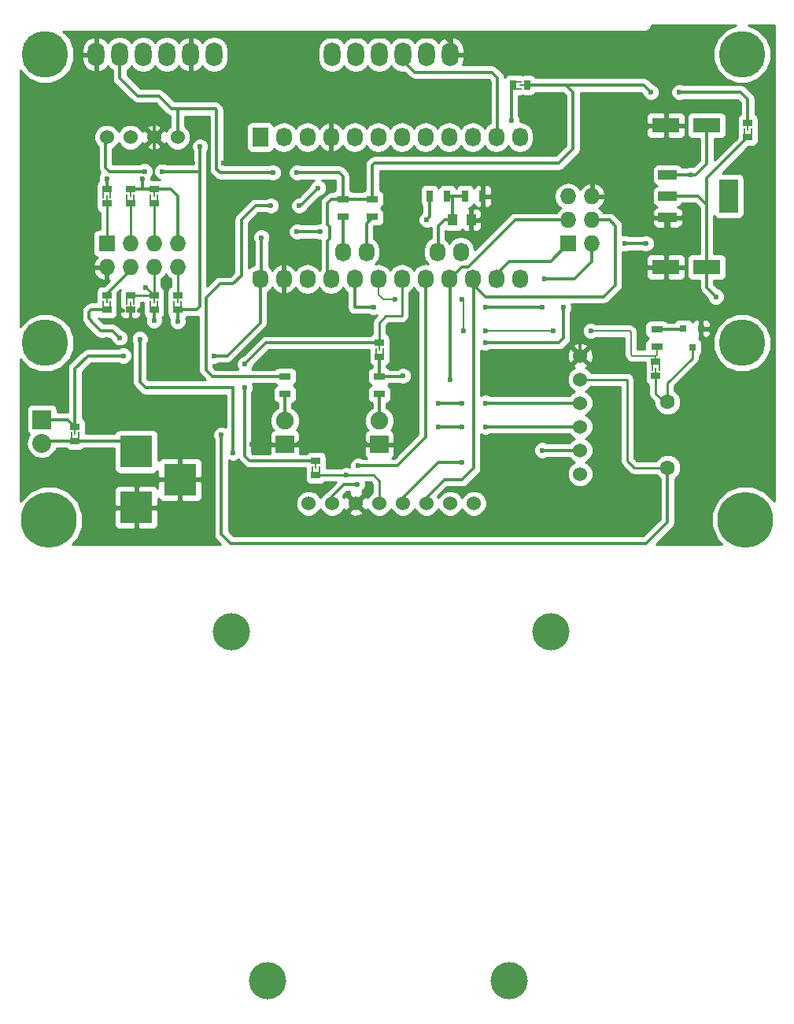
<source format=gbr>
G04 #@! TF.FileFunction,Copper,L2,Bot,Signal*
%FSLAX46Y46*%
G04 Gerber Fmt 4.6, Leading zero omitted, Abs format (unit mm)*
G04 Created by KiCad (PCBNEW 4.0.2-stable) date 29/08/2016 16:57:44*
%MOMM*%
G01*
G04 APERTURE LIST*
%ADD10C,0.100000*%
%ADD11C,1.524000*%
%ADD12R,2.000000X1.900000*%
%ADD13C,1.900000*%
%ADD14O,1.800000X2.600000*%
%ADD15C,5.000000*%
%ADD16R,1.300000X0.700000*%
%ADD17C,1.600000*%
%ADD18C,6.000000*%
%ADD19R,0.800100X0.800100*%
%ADD20R,2.032000X3.657600*%
%ADD21R,2.032000X1.016000*%
%ADD22R,2.999740X1.600200*%
%ADD23R,0.700000X1.300000*%
%ADD24R,1.000000X1.250000*%
%ADD25R,1.727200X1.727200*%
%ADD26O,1.727200X1.727200*%
%ADD27C,4.000000*%
%ADD28R,0.762000X1.016000*%
%ADD29R,1.143000X0.254000*%
%ADD30R,1.200000X0.254000*%
%ADD31R,1.016000X0.762000*%
%ADD32R,0.254000X1.143000*%
%ADD33R,0.254000X1.200000*%
%ADD34O,1.727200X2.032000*%
%ADD35R,1.727200X2.032000*%
%ADD36R,2.032000X2.032000*%
%ADD37O,2.032000X2.032000*%
%ADD38R,3.500120X3.500120*%
%ADD39C,0.600000*%
%ADD40C,0.350000*%
%ADD41C,0.300000*%
%ADD42C,0.200000*%
%ADD43C,0.250000*%
%ADD44C,0.254000*%
G04 APERTURE END LIST*
D10*
D11*
X34925000Y-45720000D03*
X32385000Y-45720000D03*
X37465000Y-45720000D03*
X40005000Y-45720000D03*
D12*
X61722000Y-78740000D03*
D13*
X61722000Y-76200000D03*
D14*
X31242000Y-36830000D03*
X33782000Y-36830000D03*
X36322000Y-36830000D03*
X38862000Y-36830000D03*
X41402000Y-36830000D03*
X43942000Y-36830000D03*
X56642000Y-36830000D03*
X59182000Y-36830000D03*
X61722000Y-36830000D03*
X64262000Y-36830000D03*
X66802000Y-36830000D03*
X69342000Y-36830000D03*
D15*
X25742900Y-36830000D03*
X25742900Y-67830700D03*
X100741480Y-67830700D03*
X100741480Y-36830000D03*
D16*
X60960000Y-54290000D03*
X60960000Y-52390000D03*
D11*
X83312000Y-74295000D03*
X83312000Y-76835000D03*
X83312000Y-71755000D03*
X83312000Y-69215000D03*
X83312000Y-79375000D03*
X83312000Y-81915000D03*
D17*
X92710000Y-81244000D03*
X92710000Y-74204000D03*
D12*
X51562000Y-78740000D03*
D13*
X51562000Y-76200000D03*
D18*
X26162000Y-86868000D03*
X101092000Y-86856000D03*
D19*
X94427000Y-66309240D03*
X96327000Y-66309240D03*
X95377000Y-68308220D03*
D20*
X99314000Y-52070000D03*
D21*
X92710000Y-52070000D03*
X92710000Y-49784000D03*
X92710000Y-54356000D03*
D22*
X92542360Y-44450000D03*
X96941640Y-44450000D03*
D16*
X57785000Y-54290000D03*
X57785000Y-52390000D03*
X91567000Y-68260000D03*
X91567000Y-66360000D03*
D23*
X69022000Y-52070000D03*
X67122000Y-52070000D03*
X72832000Y-52070000D03*
X70932000Y-52070000D03*
D16*
X51562000Y-73340000D03*
X51562000Y-71440000D03*
X61722000Y-73340000D03*
X61722000Y-71440000D03*
D24*
X69612000Y-54610000D03*
X71612000Y-54610000D03*
D25*
X82042000Y-57150000D03*
D26*
X84582000Y-57150000D03*
X82042000Y-54610000D03*
X84582000Y-54610000D03*
X82042000Y-52070000D03*
X84582000Y-52070000D03*
D11*
X69342000Y-85090000D03*
X71882000Y-85090000D03*
X66802000Y-85090000D03*
X64262000Y-85090000D03*
X61722000Y-85090000D03*
X59182000Y-85090000D03*
X56642000Y-85090000D03*
X54102000Y-85090000D03*
D27*
X80192000Y-98910000D03*
X45792000Y-98910000D03*
X75692000Y-136430000D03*
X49692000Y-136430000D03*
D22*
X92542360Y-59690000D03*
X96941640Y-59690000D03*
D28*
X77597000Y-40132000D03*
D29*
X76454000Y-39751000D03*
D28*
X76073000Y-40132000D03*
D29*
X76454000Y-40513000D03*
D30*
X77343000Y-40132000D03*
D31*
X101346000Y-44196000D03*
D32*
X100965000Y-45339000D03*
D31*
X101346000Y-45720000D03*
D32*
X101727000Y-45339000D03*
D33*
X101346000Y-44450000D03*
D34*
X60325000Y-58040000D03*
X67945000Y-58040000D03*
X70485000Y-58040000D03*
X57785000Y-58040000D03*
X48895000Y-60960000D03*
X59055000Y-45720000D03*
X53975000Y-60960000D03*
X56515000Y-60960000D03*
X51435000Y-60960000D03*
X76835000Y-45720000D03*
X76835000Y-60960000D03*
X74295000Y-60960000D03*
X71755000Y-60960000D03*
X69215000Y-60960000D03*
X66675000Y-60960000D03*
X64135000Y-60960000D03*
X59055000Y-60960000D03*
X61595000Y-60960000D03*
X71755000Y-45720000D03*
X74295000Y-45720000D03*
X69215000Y-45720000D03*
X66675000Y-45720000D03*
X64135000Y-45720000D03*
X61595000Y-45720000D03*
X56515000Y-45720000D03*
X53975000Y-45720000D03*
X51435000Y-45720000D03*
D35*
X48895000Y-45720000D03*
D36*
X25400000Y-76073000D03*
D37*
X25400000Y-78613000D03*
D31*
X28956000Y-76835000D03*
D32*
X28575000Y-77978000D03*
D31*
X28956000Y-78359000D03*
D32*
X29337000Y-77978000D03*
D33*
X28956000Y-77089000D03*
D31*
X91440000Y-71374000D03*
D32*
X91821000Y-70231000D03*
D31*
X91440000Y-69850000D03*
D32*
X91059000Y-70231000D03*
D33*
X91440000Y-71120000D03*
D38*
X35560000Y-79524860D03*
X35560000Y-85524340D03*
X40259000Y-82524600D03*
D31*
X40005000Y-62738000D03*
D32*
X39624000Y-63881000D03*
D31*
X40005000Y-64262000D03*
D32*
X40386000Y-63881000D03*
D33*
X40005000Y-62992000D03*
D31*
X32385000Y-52832000D03*
D32*
X32766000Y-51689000D03*
D31*
X32385000Y-51308000D03*
D32*
X32004000Y-51689000D03*
D33*
X32385000Y-52578000D03*
D31*
X34925000Y-51308000D03*
D32*
X34544000Y-52451000D03*
D31*
X34925000Y-52832000D03*
D32*
X35306000Y-52451000D03*
D33*
X34925000Y-51562000D03*
D31*
X37465000Y-51308000D03*
D32*
X37084000Y-52451000D03*
D31*
X37465000Y-52832000D03*
D32*
X37846000Y-52451000D03*
D33*
X37465000Y-51562000D03*
D25*
X32385000Y-57150000D03*
D26*
X32385000Y-59690000D03*
X34925000Y-57150000D03*
X34925000Y-59690000D03*
X37465000Y-57150000D03*
X37465000Y-59690000D03*
X40005000Y-57150000D03*
X40005000Y-59690000D03*
D31*
X32385000Y-62738000D03*
D32*
X32004000Y-63881000D03*
D31*
X32385000Y-64262000D03*
D32*
X32766000Y-63881000D03*
D33*
X32385000Y-62992000D03*
D31*
X37465000Y-62738000D03*
D32*
X37084000Y-63881000D03*
D31*
X37465000Y-64262000D03*
D32*
X37846000Y-63881000D03*
D33*
X37465000Y-62992000D03*
D31*
X34925000Y-64262000D03*
D32*
X35306000Y-63119000D03*
D31*
X34925000Y-62738000D03*
D32*
X34544000Y-63119000D03*
D33*
X34925000Y-64008000D03*
D31*
X54864000Y-80518000D03*
D32*
X54483000Y-81661000D03*
D31*
X54864000Y-82042000D03*
D32*
X55245000Y-81661000D03*
D33*
X54864000Y-80772000D03*
D31*
X61722000Y-67818000D03*
D32*
X61341000Y-68961000D03*
D31*
X61722000Y-69342000D03*
D32*
X62103000Y-68961000D03*
D33*
X61722000Y-68072000D03*
D39*
X32385000Y-67437000D03*
X48006000Y-78740000D03*
X31242000Y-43180000D03*
X41656000Y-48514000D03*
X44958000Y-48514000D03*
X89662000Y-64135000D03*
X87122000Y-64135000D03*
X94742000Y-73025000D03*
X61087000Y-64008000D03*
X79248000Y-79375000D03*
X79248000Y-64008000D03*
X73152000Y-64008000D03*
X73152000Y-76835000D03*
X70612000Y-76835000D03*
X68072000Y-76835000D03*
X68072000Y-74295000D03*
X70612000Y-74295000D03*
X73152000Y-74295000D03*
X84455000Y-66548000D03*
X80391000Y-66548000D03*
X73152000Y-66548000D03*
X70739000Y-66548000D03*
X70612000Y-63119000D03*
X63373000Y-63119000D03*
X70612000Y-80645000D03*
X69342000Y-71755000D03*
X32385000Y-50165000D03*
X40005000Y-65532000D03*
X36449000Y-49403000D03*
X38354000Y-49403000D03*
X42418000Y-46736000D03*
X81534000Y-64008000D03*
X73152000Y-67818000D03*
X53086000Y-53086000D03*
X55118000Y-51181000D03*
X50038000Y-53086000D03*
X43942000Y-69215000D03*
X34163000Y-69215000D03*
X95250000Y-49784000D03*
X90424000Y-57150000D03*
X88138000Y-57150000D03*
X55372000Y-55880000D03*
X52832000Y-55880000D03*
X49022000Y-56515000D03*
X66802000Y-54610000D03*
X79502000Y-60960000D03*
X45974000Y-79629000D03*
X35941000Y-67437000D03*
X33782000Y-67310000D03*
X37465000Y-65405000D03*
X36195000Y-50165000D03*
X97917000Y-62865000D03*
X59309000Y-83058000D03*
X59436000Y-81026000D03*
X75946000Y-43942000D03*
X64262000Y-71374000D03*
X52832000Y-49530000D03*
X50292000Y-49530000D03*
X44704000Y-77724000D03*
X93980000Y-40894000D03*
X90932000Y-40894000D03*
X58166000Y-82042000D03*
X36576000Y-61849000D03*
X47244000Y-70104000D03*
X47244000Y-72644000D03*
D40*
X34925000Y-68199000D02*
X32639000Y-68199000D01*
X32385000Y-67945000D02*
X32385000Y-67437000D01*
X32639000Y-68199000D02*
X32385000Y-67945000D01*
X34925000Y-64262000D02*
X34925000Y-68199000D01*
D41*
X51562000Y-78740000D02*
X48006000Y-78740000D01*
D40*
X36322000Y-43180000D02*
X36957000Y-43180000D01*
X36957000Y-43180000D02*
X37465000Y-43180000D01*
X37465000Y-43180000D02*
X37465000Y-45720000D01*
X36322000Y-43180000D02*
X31242000Y-43180000D01*
X51562000Y-48514000D02*
X44958000Y-48514000D01*
X41656000Y-48514000D02*
X37465000Y-48514000D01*
D41*
X35306000Y-84508340D02*
X37005260Y-84508340D01*
D40*
X37465000Y-45720000D02*
X37465000Y-48514000D01*
D41*
X83312000Y-69215000D02*
X83312000Y-64770000D01*
X89662000Y-64135000D02*
X92837000Y-64135000D01*
X83947000Y-64135000D02*
X87122000Y-64135000D01*
X83312000Y-64770000D02*
X83947000Y-64135000D01*
D40*
X56642000Y-45720000D02*
X56642000Y-46990000D01*
X56642000Y-46990000D02*
X55372000Y-48260000D01*
X55372000Y-48260000D02*
X51562000Y-48260000D01*
X51562000Y-48260000D02*
X51562000Y-48514000D01*
X51562000Y-48514000D02*
X51562000Y-51308000D01*
X51562000Y-51308000D02*
X51562000Y-51435000D01*
X51562000Y-51435000D02*
X51562000Y-60960000D01*
X56642000Y-45720000D02*
X56642000Y-40005000D01*
X56642000Y-40005000D02*
X54102000Y-37465000D01*
X54102000Y-37465000D02*
X54102000Y-35560000D01*
X54102000Y-35560000D02*
X54737000Y-34925000D01*
X54737000Y-34925000D02*
X68707000Y-34925000D01*
X68707000Y-34925000D02*
X69342000Y-35560000D01*
D41*
X69342000Y-35560000D02*
X69342000Y-36830000D01*
D40*
X84582000Y-52070000D02*
X89662000Y-52070000D01*
X51562000Y-78740000D02*
X52832000Y-78740000D01*
X60452000Y-78740000D02*
X61722000Y-78740000D01*
X59182000Y-77470000D02*
X60452000Y-78740000D01*
X54102000Y-77470000D02*
X59182000Y-77470000D01*
X52832000Y-78740000D02*
X54102000Y-77470000D01*
X96327000Y-66990000D02*
X96327000Y-66309240D01*
X97282000Y-67945000D02*
X96327000Y-66990000D01*
X97282000Y-73025000D02*
X97282000Y-67945000D01*
X94742000Y-73025000D02*
X97282000Y-73025000D01*
D41*
X96327000Y-66309240D02*
X96327000Y-65085000D01*
X92542360Y-63840360D02*
X92542360Y-59690000D01*
X93472000Y-64770000D02*
X92837000Y-64135000D01*
X92837000Y-64135000D02*
X92542360Y-63840360D01*
X96012000Y-64770000D02*
X93472000Y-64770000D01*
X96327000Y-65085000D02*
X96012000Y-64770000D01*
D40*
X71612000Y-54610000D02*
X72517000Y-54610000D01*
X72517000Y-54610000D02*
X72832000Y-54295000D01*
X72832000Y-54295000D02*
X72832000Y-52070000D01*
X92542360Y-44450000D02*
X90932000Y-44450000D01*
X89662000Y-45720000D02*
X89662000Y-52070000D01*
X90932000Y-44450000D02*
X89662000Y-45720000D01*
X90678000Y-54356000D02*
X92710000Y-54356000D01*
X89662000Y-52070000D02*
X89662000Y-53340000D01*
X89662000Y-53340000D02*
X90678000Y-54356000D01*
X92542360Y-59690000D02*
X92542360Y-54523640D01*
D41*
X92542360Y-54523640D02*
X92710000Y-54356000D01*
D40*
X69342000Y-36830000D02*
X90932000Y-36830000D01*
X90932000Y-36830000D02*
X92542360Y-38440360D01*
X92542360Y-38440360D02*
X92542360Y-44450000D01*
X84582000Y-52070000D02*
X84582000Y-50800000D01*
X84582000Y-50800000D02*
X83947000Y-50165000D01*
X83947000Y-50165000D02*
X76327000Y-50165000D01*
X76327000Y-50165000D02*
X74422000Y-52070000D01*
X74422000Y-52070000D02*
X72832000Y-52070000D01*
D41*
X69612000Y-54610000D02*
X68707000Y-54610000D01*
X68072000Y-55245000D02*
X68072000Y-58040000D01*
X68707000Y-54610000D02*
X68072000Y-55245000D01*
X69022000Y-52070000D02*
X70932000Y-52070000D01*
X69612000Y-54610000D02*
X69612000Y-52340000D01*
X69612000Y-52340000D02*
X69342000Y-52070000D01*
X69342000Y-52070000D02*
X69022000Y-52070000D01*
X59055000Y-64008000D02*
X59055000Y-60960000D01*
X61087000Y-64008000D02*
X59055000Y-64008000D01*
X79248000Y-64008000D02*
X73152000Y-64008000D01*
X83312000Y-79375000D02*
X79248000Y-79375000D01*
X57785000Y-54290000D02*
X57785000Y-55245000D01*
X57785000Y-54991000D02*
X57785000Y-55245000D01*
X57785000Y-55245000D02*
X57785000Y-58040000D01*
X68072000Y-76835000D02*
X70612000Y-76835000D01*
X83312000Y-76835000D02*
X73152000Y-76835000D01*
X60960000Y-54290000D02*
X60960000Y-54356000D01*
X60960000Y-54356000D02*
X60325000Y-54991000D01*
X60325000Y-54991000D02*
X60325000Y-58040000D01*
X83312000Y-74295000D02*
X73152000Y-74295000D01*
X70612000Y-74295000D02*
X68072000Y-74295000D01*
D42*
X91440000Y-69850000D02*
X91440000Y-69215000D01*
X91440000Y-69215000D02*
X91567000Y-69088000D01*
X61595000Y-60960000D02*
X61595000Y-62611000D01*
X91567000Y-69088000D02*
X91567000Y-68260000D01*
X91440000Y-69215000D02*
X91567000Y-69088000D01*
X88900000Y-69215000D02*
X91440000Y-69215000D01*
X88773000Y-69088000D02*
X88900000Y-69215000D01*
X88773000Y-66675000D02*
X88773000Y-69088000D01*
X88646000Y-66548000D02*
X88773000Y-66675000D01*
X87630000Y-66548000D02*
X88646000Y-66548000D01*
X84455000Y-66548000D02*
X87630000Y-66548000D01*
X73152000Y-66548000D02*
X80391000Y-66548000D01*
X70739000Y-63246000D02*
X70739000Y-66548000D01*
X70612000Y-63119000D02*
X70739000Y-63246000D01*
X62103000Y-63119000D02*
X63373000Y-63119000D01*
X61595000Y-62611000D02*
X62103000Y-63119000D01*
D41*
X68072000Y-80645000D02*
X64262000Y-84455000D01*
X70612000Y-80645000D02*
X68072000Y-80645000D01*
X64262000Y-84455000D02*
X64262000Y-85090000D01*
X74422000Y-60960000D02*
X74422000Y-60325000D01*
X74422000Y-60325000D02*
X75692000Y-59055000D01*
X75692000Y-59055000D02*
X80137000Y-59055000D01*
X80137000Y-59055000D02*
X82042000Y-57150000D01*
X69342000Y-71755000D02*
X69342000Y-60960000D01*
X69342000Y-60960000D02*
X70612000Y-59690000D01*
X76327000Y-54610000D02*
X82042000Y-54610000D01*
X71247000Y-59690000D02*
X76327000Y-54610000D01*
X70612000Y-59690000D02*
X71247000Y-59690000D01*
X66802000Y-85090000D02*
X66802000Y-84455000D01*
X66802000Y-84455000D02*
X68707000Y-82550000D01*
X68707000Y-82550000D02*
X70612000Y-82550000D01*
X70612000Y-82550000D02*
X71882000Y-81280000D01*
X71882000Y-81280000D02*
X71882000Y-60960000D01*
X71882000Y-60960000D02*
X71882000Y-61595000D01*
X71882000Y-61595000D02*
X73152000Y-62865000D01*
X73152000Y-62865000D02*
X85852000Y-62865000D01*
X85852000Y-62865000D02*
X87122000Y-61595000D01*
X87122000Y-61595000D02*
X87122000Y-55245000D01*
X87122000Y-55245000D02*
X86487000Y-54610000D01*
X86487000Y-54610000D02*
X84582000Y-54610000D01*
X32385000Y-51308000D02*
X32385000Y-50165000D01*
X40005000Y-65532000D02*
X40005000Y-64262000D01*
X42418000Y-49276000D02*
X42418000Y-63881000D01*
X42037000Y-64262000D02*
X40005000Y-64262000D01*
X42418000Y-63881000D02*
X42037000Y-64262000D01*
X32258000Y-49022000D02*
X32258000Y-45847000D01*
X32639000Y-49403000D02*
X32258000Y-49022000D01*
X36449000Y-49403000D02*
X32639000Y-49403000D01*
X42291000Y-49403000D02*
X38354000Y-49403000D01*
X42418000Y-49276000D02*
X42291000Y-49403000D01*
X42418000Y-46736000D02*
X42418000Y-49276000D01*
X32258000Y-45847000D02*
X32385000Y-45720000D01*
X74422000Y-45720000D02*
X74422000Y-44450000D01*
X74422000Y-44450000D02*
X74422000Y-39370000D01*
X74422000Y-39370000D02*
X73787000Y-38735000D01*
X73787000Y-38735000D02*
X65532000Y-38735000D01*
X65532000Y-38735000D02*
X64262000Y-37465000D01*
X64262000Y-37465000D02*
X64262000Y-36830000D01*
X51562000Y-76200000D02*
X51562000Y-73340000D01*
X61722000Y-76200000D02*
X61722000Y-73340000D01*
X81534000Y-67310000D02*
X81534000Y-64008000D01*
X81026000Y-67818000D02*
X81534000Y-67310000D01*
X73152000Y-67818000D02*
X81026000Y-67818000D01*
X43053000Y-63373000D02*
X43053000Y-62992000D01*
X43754000Y-71440000D02*
X43053000Y-70739000D01*
X43053000Y-70739000D02*
X43053000Y-63373000D01*
X53213000Y-53086000D02*
X53086000Y-53086000D01*
X55118000Y-51181000D02*
X53213000Y-53086000D01*
X43754000Y-71440000D02*
X51562000Y-71440000D01*
X48387000Y-53086000D02*
X50038000Y-53086000D01*
X46863000Y-54610000D02*
X48387000Y-53086000D01*
X46863000Y-60579000D02*
X46863000Y-54610000D01*
X45974000Y-61468000D02*
X46863000Y-60579000D01*
X44577000Y-61468000D02*
X45974000Y-61468000D01*
X43053000Y-62992000D02*
X44577000Y-61468000D01*
X91567000Y-66360000D02*
X94376240Y-66360000D01*
X94376240Y-66360000D02*
X94427000Y-66309240D01*
D40*
X28956000Y-76835000D02*
X28956000Y-70612000D01*
X48895000Y-65659000D02*
X48895000Y-60960000D01*
X45339000Y-69215000D02*
X48895000Y-65659000D01*
X43942000Y-69215000D02*
X45339000Y-69215000D01*
X30353000Y-69215000D02*
X34163000Y-69215000D01*
X28956000Y-70612000D02*
X30353000Y-69215000D01*
X25400000Y-76073000D02*
X28194000Y-76073000D01*
X28194000Y-76073000D02*
X28956000Y-76835000D01*
X48260000Y-60325000D02*
X48895000Y-60960000D01*
X88138000Y-57150000D02*
X90424000Y-57150000D01*
X55372000Y-55880000D02*
X52832000Y-55880000D01*
X49022000Y-56515000D02*
X49022000Y-60960000D01*
X84582000Y-57150000D02*
X84582000Y-59055000D01*
X67122000Y-54290000D02*
X67122000Y-52070000D01*
X66802000Y-54610000D02*
X67122000Y-54290000D01*
X82677000Y-60960000D02*
X79502000Y-60960000D01*
X84582000Y-59055000D02*
X82677000Y-60960000D01*
X92710000Y-49784000D02*
X95250000Y-49784000D01*
X95250000Y-49784000D02*
X95758000Y-49784000D01*
X95758000Y-49784000D02*
X96941640Y-48600360D01*
X96941640Y-48600360D02*
X96941640Y-44450000D01*
X45974000Y-79629000D02*
X45974000Y-72644000D01*
X45974000Y-72644000D02*
X36576000Y-72644000D01*
X36576000Y-72644000D02*
X35941000Y-72009000D01*
X35941000Y-72009000D02*
X35941000Y-67437000D01*
X30734000Y-65405000D02*
X30734000Y-65532000D01*
X30734000Y-64262000D02*
X30480000Y-64516000D01*
X30480000Y-64516000D02*
X30480000Y-65151000D01*
X30480000Y-65151000D02*
X30734000Y-65405000D01*
X32385000Y-64262000D02*
X30734000Y-64262000D01*
X33020000Y-66548000D02*
X33782000Y-67310000D01*
X31750000Y-66548000D02*
X33020000Y-66548000D01*
X30734000Y-65532000D02*
X31750000Y-66548000D01*
X37465000Y-65405000D02*
X37465000Y-64262000D01*
X36195000Y-50165000D02*
X36195000Y-51308000D01*
X36195000Y-51308000D02*
X36195000Y-51181000D01*
X36195000Y-51181000D02*
X36195000Y-51308000D01*
X37465000Y-51308000D02*
X39243000Y-51308000D01*
X40005000Y-52070000D02*
X40005000Y-57150000D01*
X39243000Y-51308000D02*
X40005000Y-52070000D01*
X34925000Y-51308000D02*
X36195000Y-51308000D01*
X36195000Y-51308000D02*
X37465000Y-51308000D01*
D41*
X96941640Y-53086000D02*
X96941640Y-50124360D01*
X96941640Y-50124360D02*
X101346000Y-45720000D01*
X96941640Y-59690000D02*
X96941640Y-61889640D01*
X96941640Y-61889640D02*
X97917000Y-62865000D01*
X92710000Y-52070000D02*
X96012000Y-52070000D01*
X96941640Y-52999640D02*
X96941640Y-53086000D01*
X96941640Y-53086000D02*
X96941640Y-59690000D01*
X96012000Y-52070000D02*
X96941640Y-52999640D01*
X56642000Y-85090000D02*
X56642000Y-84328000D01*
X56642000Y-84328000D02*
X57912000Y-83058000D01*
X57912000Y-83058000D02*
X59309000Y-83058000D01*
X59436000Y-81026000D02*
X63627000Y-81026000D01*
X63627000Y-81026000D02*
X66675000Y-77978000D01*
X66675000Y-77978000D02*
X66675000Y-60960000D01*
X75946000Y-40132000D02*
X75946000Y-43942000D01*
X64196000Y-71440000D02*
X61722000Y-71440000D01*
X64262000Y-71374000D02*
X64196000Y-71440000D01*
X61722000Y-71440000D02*
X61722000Y-69342000D01*
D40*
X33782000Y-36830000D02*
X33782000Y-39370000D01*
X33782000Y-39370000D02*
X35687000Y-41275000D01*
X35687000Y-41275000D02*
X37592000Y-41275000D01*
X37592000Y-41275000D02*
X37973000Y-41275000D01*
X37973000Y-41275000D02*
X39368966Y-42670966D01*
X39368966Y-42670966D02*
X40005000Y-42670966D01*
X44196000Y-42797966D02*
X44069000Y-42670966D01*
X44196000Y-43815000D02*
X44196000Y-42797966D01*
X49022000Y-49530000D02*
X44577000Y-49530000D01*
X49022000Y-49530000D02*
X50292000Y-49530000D01*
X52832000Y-49530000D02*
X57277000Y-49530000D01*
X40005000Y-42670966D02*
X44069000Y-42670966D01*
X44196000Y-49149000D02*
X44196000Y-43815000D01*
X44577000Y-49530000D02*
X44196000Y-49149000D01*
X57785000Y-49911000D02*
X57785000Y-52390000D01*
X57404000Y-49530000D02*
X57785000Y-49911000D01*
X57277000Y-49530000D02*
X57404000Y-49530000D01*
X56134000Y-52832000D02*
X56134000Y-55118000D01*
X56134000Y-55118000D02*
X56388000Y-55372000D01*
X56388000Y-55372000D02*
X56388000Y-56642000D01*
X56388000Y-56642000D02*
X56134000Y-56896000D01*
X56134000Y-56896000D02*
X56134000Y-57277000D01*
X56134000Y-52832000D02*
X56388000Y-52578000D01*
X56576000Y-52390000D02*
X56388000Y-52578000D01*
X56576000Y-52390000D02*
X57785000Y-52390000D01*
X56134000Y-60579000D02*
X56134000Y-57277000D01*
X57277000Y-52263000D02*
X57150000Y-52390000D01*
X61341000Y-48514000D02*
X61214000Y-48514000D01*
X61341000Y-48514000D02*
X65024000Y-48514000D01*
X81788000Y-40132000D02*
X82550000Y-40894000D01*
X65024000Y-48514000D02*
X81026000Y-48514000D01*
X81026000Y-48514000D02*
X82550000Y-46990000D01*
X82550000Y-42418000D02*
X82550000Y-40894000D01*
X82550000Y-46990000D02*
X82550000Y-42418000D01*
X60960000Y-48768000D02*
X60960000Y-52390000D01*
X61214000Y-48514000D02*
X60960000Y-48768000D01*
X56134000Y-60579000D02*
X56515000Y-60960000D01*
X92710000Y-81244000D02*
X92710000Y-87122000D01*
X90424000Y-89408000D02*
X92710000Y-87122000D01*
X45720000Y-89408000D02*
X90424000Y-89408000D01*
X44704000Y-88392000D02*
X45720000Y-89408000D01*
X44704000Y-77724000D02*
X44704000Y-88392000D01*
X101346000Y-44196000D02*
X101346000Y-41656000D01*
X101346000Y-41656000D02*
X100584000Y-40894000D01*
X100584000Y-40894000D02*
X93980000Y-40894000D01*
X90932000Y-40894000D02*
X90170000Y-40132000D01*
X90170000Y-40132000D02*
X81788000Y-40132000D01*
X57785000Y-52390000D02*
X60325000Y-52390000D01*
X77470000Y-40132000D02*
X81788000Y-40132000D01*
D43*
X88392000Y-76200000D02*
X88392000Y-80518000D01*
X83312000Y-71755000D02*
X88392000Y-71755000D01*
X88392000Y-80518000D02*
X89118000Y-81244000D01*
X89118000Y-81244000D02*
X92710000Y-81244000D01*
X88392000Y-71755000D02*
X88392000Y-76200000D01*
D40*
X40005000Y-42670966D02*
X40005000Y-45720000D01*
D43*
X57592000Y-52390000D02*
X57785000Y-52390000D01*
D40*
X28956000Y-78359000D02*
X34394140Y-78359000D01*
X34394140Y-78359000D02*
X35560000Y-79524860D01*
X28956000Y-78359000D02*
X25654000Y-78359000D01*
X25654000Y-78359000D02*
X25400000Y-78613000D01*
X35179000Y-78381860D02*
X35306000Y-78508860D01*
D43*
X92710000Y-74204000D02*
X92365000Y-74204000D01*
X92365000Y-74204000D02*
X91440000Y-73279000D01*
X91440000Y-73279000D02*
X91440000Y-71374000D01*
X92710000Y-74204000D02*
X92710000Y-72136000D01*
X95377000Y-69469000D02*
X95377000Y-68308220D01*
X92710000Y-72136000D02*
X95377000Y-69469000D01*
X54864000Y-82042000D02*
X58166000Y-82042000D01*
X58166000Y-82042000D02*
X61087000Y-82042000D01*
X61722000Y-82677000D02*
X61722000Y-85090000D01*
X61087000Y-82042000D02*
X61722000Y-82677000D01*
X32385000Y-52832000D02*
X32385000Y-57150000D01*
X34925000Y-52832000D02*
X34925000Y-57150000D01*
X37465000Y-57150000D02*
X37465000Y-52832000D01*
X40005000Y-62738000D02*
X40005000Y-59690000D01*
X36576000Y-61849000D02*
X37465000Y-62738000D01*
X34925000Y-62738000D02*
X37465000Y-62738000D01*
X37465000Y-62738000D02*
X37465000Y-59690000D01*
X61722000Y-67818000D02*
X61722000Y-65659000D01*
X64135000Y-64897000D02*
X64135000Y-60960000D01*
X64071500Y-64960500D02*
X64135000Y-64897000D01*
X62420500Y-64960500D02*
X64071500Y-64960500D01*
X61722000Y-65659000D02*
X62420500Y-64960500D01*
D41*
X54864000Y-80518000D02*
X47752000Y-80518000D01*
X47752000Y-80518000D02*
X47244000Y-80010000D01*
X47244000Y-80010000D02*
X47244000Y-72644000D01*
X49530000Y-67818000D02*
X61722000Y-67818000D01*
X47244000Y-70104000D02*
X49530000Y-67818000D01*
X61722000Y-67818000D02*
X61849000Y-67818000D01*
X61849000Y-67818000D02*
X61722000Y-67691000D01*
D43*
X34925000Y-59690000D02*
X34925000Y-59944000D01*
X34925000Y-59944000D02*
X32385000Y-62484000D01*
X32385000Y-62484000D02*
X32385000Y-62738000D01*
D44*
G36*
X98967965Y-34170727D02*
X98085306Y-35051847D01*
X97607026Y-36203674D01*
X97605937Y-37450854D01*
X98082207Y-38603515D01*
X98963327Y-39486174D01*
X100115154Y-39964454D01*
X101362334Y-39965543D01*
X102514995Y-39489273D01*
X103397654Y-38608153D01*
X103875934Y-37456326D01*
X103877023Y-36209146D01*
X103400753Y-35056485D01*
X102519633Y-34173826D01*
X101450781Y-33730000D01*
X104192000Y-33730000D01*
X104192000Y-84839803D01*
X104175400Y-84799628D01*
X103153751Y-83776194D01*
X101818218Y-83221632D01*
X100372126Y-83220370D01*
X99035628Y-83772600D01*
X98012194Y-84794249D01*
X97457632Y-86129782D01*
X97456370Y-87575874D01*
X98008600Y-88912372D01*
X98555273Y-89460000D01*
X91517512Y-89460000D01*
X93282756Y-87694757D01*
X93370549Y-87563365D01*
X93458342Y-87431974D01*
X93520000Y-87122000D01*
X93520000Y-82461987D01*
X93521800Y-82461243D01*
X93925824Y-82057923D01*
X94144750Y-81530691D01*
X94145248Y-80959813D01*
X93927243Y-80432200D01*
X93523923Y-80028176D01*
X92996691Y-79809250D01*
X92425813Y-79808752D01*
X91898200Y-80026757D01*
X91494176Y-80430077D01*
X91471785Y-80484000D01*
X89432802Y-80484000D01*
X89152000Y-80203198D01*
X89152000Y-71755000D01*
X89094148Y-71464161D01*
X88929401Y-71217599D01*
X88682839Y-71052852D01*
X88392000Y-70995000D01*
X84509531Y-70995000D01*
X84497010Y-70964697D01*
X84104370Y-70571371D01*
X83912273Y-70491605D01*
X84043143Y-70437397D01*
X84112608Y-70195213D01*
X83312000Y-69394605D01*
X82511392Y-70195213D01*
X82580857Y-70437397D01*
X82721318Y-70487509D01*
X82521697Y-70569990D01*
X82128371Y-70962630D01*
X81915243Y-71475900D01*
X81914758Y-72031661D01*
X82126990Y-72545303D01*
X82519630Y-72938629D01*
X82727512Y-73024949D01*
X82521697Y-73109990D01*
X82128371Y-73502630D01*
X82125311Y-73510000D01*
X73689506Y-73510000D01*
X73682327Y-73502808D01*
X73338799Y-73360162D01*
X72966833Y-73359838D01*
X72667000Y-73483726D01*
X72667000Y-69007302D01*
X81902856Y-69007302D01*
X81930638Y-69562368D01*
X82089603Y-69946143D01*
X82331787Y-70015608D01*
X83132395Y-69215000D01*
X83491605Y-69215000D01*
X84292213Y-70015608D01*
X84534397Y-69946143D01*
X84721144Y-69422698D01*
X84693362Y-68867632D01*
X84534397Y-68483857D01*
X84292213Y-68414392D01*
X83491605Y-69215000D01*
X83132395Y-69215000D01*
X82331787Y-68414392D01*
X82089603Y-68483857D01*
X81902856Y-69007302D01*
X72667000Y-69007302D01*
X72667000Y-68629014D01*
X72965201Y-68752838D01*
X73337167Y-68753162D01*
X73680943Y-68611117D01*
X73689074Y-68603000D01*
X81026000Y-68603000D01*
X81326407Y-68543245D01*
X81581079Y-68373079D01*
X81719370Y-68234787D01*
X82511392Y-68234787D01*
X83312000Y-69035395D01*
X84112608Y-68234787D01*
X84043143Y-67992603D01*
X83519698Y-67805856D01*
X82964632Y-67833638D01*
X82580857Y-67992603D01*
X82511392Y-68234787D01*
X81719370Y-68234787D01*
X82089076Y-67865081D01*
X82089079Y-67865079D01*
X82259245Y-67610406D01*
X82319000Y-67310000D01*
X82319000Y-66733167D01*
X83519838Y-66733167D01*
X83661883Y-67076943D01*
X83924673Y-67340192D01*
X84268201Y-67482838D01*
X84640167Y-67483162D01*
X84983943Y-67341117D01*
X85042162Y-67283000D01*
X88038000Y-67283000D01*
X88038000Y-69088000D01*
X88081105Y-69304701D01*
X88093949Y-69369272D01*
X88253277Y-69607723D01*
X88380276Y-69734723D01*
X88552801Y-69850000D01*
X88618728Y-69894051D01*
X88900000Y-69950000D01*
X90284560Y-69950000D01*
X90284560Y-70802500D01*
X90303141Y-70901247D01*
X90284560Y-70993000D01*
X90284560Y-71755000D01*
X90328838Y-71990317D01*
X90467910Y-72206441D01*
X90680000Y-72351356D01*
X90680000Y-73279000D01*
X90737852Y-73569839D01*
X90902599Y-73816401D01*
X91275013Y-74188815D01*
X91274752Y-74488187D01*
X91492757Y-75015800D01*
X91896077Y-75419824D01*
X92423309Y-75638750D01*
X92994187Y-75639248D01*
X93521800Y-75421243D01*
X93925824Y-75017923D01*
X94144750Y-74490691D01*
X94145248Y-73919813D01*
X93927243Y-73392200D01*
X93523923Y-72988176D01*
X93470000Y-72965785D01*
X93470000Y-72450802D01*
X95914401Y-70006401D01*
X96079148Y-69759839D01*
X96137000Y-69469000D01*
X96137000Y-69231233D01*
X96228491Y-69172360D01*
X96373481Y-68960160D01*
X96424490Y-68708270D01*
X96424490Y-68451554D01*
X97605937Y-68451554D01*
X98082207Y-69604215D01*
X98963327Y-70486874D01*
X100115154Y-70965154D01*
X101362334Y-70966243D01*
X102514995Y-70489973D01*
X103397654Y-69608853D01*
X103875934Y-68457026D01*
X103877023Y-67209846D01*
X103400753Y-66057185D01*
X102519633Y-65174526D01*
X101367806Y-64696246D01*
X100120626Y-64695157D01*
X98967965Y-65171427D01*
X98085306Y-66052547D01*
X97607026Y-67204374D01*
X97605937Y-68451554D01*
X96424490Y-68451554D01*
X96424490Y-67908170D01*
X96380212Y-67672853D01*
X96241140Y-67456729D01*
X96055591Y-67329949D01*
X96200000Y-67185540D01*
X96200000Y-66436240D01*
X96454000Y-66436240D01*
X96454000Y-67185540D01*
X96612750Y-67344290D01*
X96853359Y-67344290D01*
X97086748Y-67247617D01*
X97265377Y-67068989D01*
X97362050Y-66835600D01*
X97362050Y-66594990D01*
X97203300Y-66436240D01*
X96454000Y-66436240D01*
X96200000Y-66436240D01*
X96180000Y-66436240D01*
X96180000Y-66182240D01*
X96200000Y-66182240D01*
X96200000Y-65432940D01*
X96454000Y-65432940D01*
X96454000Y-66182240D01*
X97203300Y-66182240D01*
X97362050Y-66023490D01*
X97362050Y-65782880D01*
X97265377Y-65549491D01*
X97086748Y-65370863D01*
X96853359Y-65274190D01*
X96612750Y-65274190D01*
X96454000Y-65432940D01*
X96200000Y-65432940D01*
X96041250Y-65274190D01*
X95800641Y-65274190D01*
X95567252Y-65370863D01*
X95388623Y-65549491D01*
X95373566Y-65585842D01*
X95291140Y-65457749D01*
X95078940Y-65312759D01*
X94827050Y-65261750D01*
X94026950Y-65261750D01*
X93791633Y-65306028D01*
X93575509Y-65445100D01*
X93486752Y-65575000D01*
X92691669Y-65575000D01*
X92681090Y-65558559D01*
X92468890Y-65413569D01*
X92217000Y-65362560D01*
X90917000Y-65362560D01*
X90681683Y-65406838D01*
X90465559Y-65545910D01*
X90320569Y-65758110D01*
X90269560Y-66010000D01*
X90269560Y-66710000D01*
X90313838Y-66945317D01*
X90452910Y-67161441D01*
X90665110Y-67306431D01*
X90678197Y-67309081D01*
X90465559Y-67445910D01*
X90320569Y-67658110D01*
X90269560Y-67910000D01*
X90269560Y-68480000D01*
X89508000Y-68480000D01*
X89508000Y-66675000D01*
X89452051Y-66393728D01*
X89429515Y-66360000D01*
X89292723Y-66155276D01*
X89165723Y-66028277D01*
X88927272Y-65868949D01*
X88646000Y-65813000D01*
X85042419Y-65813000D01*
X84985327Y-65755808D01*
X84641799Y-65613162D01*
X84269833Y-65612838D01*
X83926057Y-65754883D01*
X83662808Y-66017673D01*
X83520162Y-66361201D01*
X83519838Y-66733167D01*
X82319000Y-66733167D01*
X82319000Y-64545506D01*
X82326192Y-64538327D01*
X82468838Y-64194799D01*
X82469162Y-63822833D01*
X82397749Y-63650000D01*
X85852000Y-63650000D01*
X86152407Y-63590245D01*
X86407079Y-63420079D01*
X87677079Y-62150079D01*
X87847245Y-61895407D01*
X87907000Y-61595000D01*
X87907000Y-59975750D01*
X90407490Y-59975750D01*
X90407490Y-60616410D01*
X90504163Y-60849799D01*
X90682792Y-61028427D01*
X90916181Y-61125100D01*
X92256610Y-61125100D01*
X92415360Y-60966350D01*
X92415360Y-59817000D01*
X92669360Y-59817000D01*
X92669360Y-60966350D01*
X92828110Y-61125100D01*
X94168539Y-61125100D01*
X94401928Y-61028427D01*
X94580557Y-60849799D01*
X94677230Y-60616410D01*
X94677230Y-59975750D01*
X94518480Y-59817000D01*
X92669360Y-59817000D01*
X92415360Y-59817000D01*
X90566240Y-59817000D01*
X90407490Y-59975750D01*
X87907000Y-59975750D01*
X87907000Y-58763590D01*
X90407490Y-58763590D01*
X90407490Y-59404250D01*
X90566240Y-59563000D01*
X92415360Y-59563000D01*
X92415360Y-58413650D01*
X92669360Y-58413650D01*
X92669360Y-59563000D01*
X94518480Y-59563000D01*
X94677230Y-59404250D01*
X94677230Y-58763590D01*
X94580557Y-58530201D01*
X94401928Y-58351573D01*
X94168539Y-58254900D01*
X92828110Y-58254900D01*
X92669360Y-58413650D01*
X92415360Y-58413650D01*
X92256610Y-58254900D01*
X90916181Y-58254900D01*
X90682792Y-58351573D01*
X90504163Y-58530201D01*
X90407490Y-58763590D01*
X87907000Y-58763590D01*
X87907000Y-58066484D01*
X87951201Y-58084838D01*
X88323167Y-58085162D01*
X88626083Y-57960000D01*
X89936559Y-57960000D01*
X90237201Y-58084838D01*
X90609167Y-58085162D01*
X90952943Y-57943117D01*
X91216192Y-57680327D01*
X91358838Y-57336799D01*
X91359162Y-56964833D01*
X91217117Y-56621057D01*
X90954327Y-56357808D01*
X90610799Y-56215162D01*
X90238833Y-56214838D01*
X89935917Y-56340000D01*
X88625441Y-56340000D01*
X88324799Y-56215162D01*
X87952833Y-56214838D01*
X87907000Y-56233776D01*
X87907000Y-55245005D01*
X87907001Y-55245000D01*
X87847245Y-54944594D01*
X87677079Y-54689921D01*
X87628908Y-54641750D01*
X91059000Y-54641750D01*
X91059000Y-54990309D01*
X91155673Y-55223698D01*
X91334301Y-55402327D01*
X91567690Y-55499000D01*
X92424250Y-55499000D01*
X92583000Y-55340250D01*
X92583000Y-54483000D01*
X92837000Y-54483000D01*
X92837000Y-55340250D01*
X92995750Y-55499000D01*
X93852310Y-55499000D01*
X94085699Y-55402327D01*
X94264327Y-55223698D01*
X94361000Y-54990309D01*
X94361000Y-54641750D01*
X94202250Y-54483000D01*
X92837000Y-54483000D01*
X92583000Y-54483000D01*
X91217750Y-54483000D01*
X91059000Y-54641750D01*
X87628908Y-54641750D01*
X87042079Y-54054921D01*
X86787407Y-53884755D01*
X86487000Y-53825000D01*
X85854558Y-53825000D01*
X85671029Y-53550330D01*
X85347772Y-53334336D01*
X85470490Y-53276821D01*
X85864688Y-52844947D01*
X86036958Y-52429026D01*
X85915817Y-52197000D01*
X84709000Y-52197000D01*
X84709000Y-52217000D01*
X84455000Y-52217000D01*
X84455000Y-52197000D01*
X84435000Y-52197000D01*
X84435000Y-51943000D01*
X84455000Y-51943000D01*
X84455000Y-50735531D01*
X84709000Y-50735531D01*
X84709000Y-51943000D01*
X85915817Y-51943000D01*
X86036958Y-51710974D01*
X85864688Y-51295053D01*
X85470490Y-50863179D01*
X84941027Y-50615032D01*
X84709000Y-50735531D01*
X84455000Y-50735531D01*
X84222973Y-50615032D01*
X83693510Y-50863179D01*
X83311992Y-51281161D01*
X83131029Y-51010330D01*
X82644848Y-50685474D01*
X82071359Y-50571400D01*
X82012641Y-50571400D01*
X81439152Y-50685474D01*
X80952971Y-51010330D01*
X80628115Y-51496511D01*
X80514041Y-52070000D01*
X80628115Y-52643489D01*
X80952971Y-53129670D01*
X81267752Y-53340000D01*
X80952971Y-53550330D01*
X80769442Y-53825000D01*
X76327000Y-53825000D01*
X76026594Y-53884755D01*
X75771921Y-54054921D01*
X71981607Y-57845235D01*
X71869526Y-57281766D01*
X71544670Y-56795585D01*
X71058489Y-56470729D01*
X70485000Y-56356655D01*
X69911511Y-56470729D01*
X69425330Y-56795585D01*
X69215000Y-57110366D01*
X69004670Y-56795585D01*
X68857000Y-56696915D01*
X68857000Y-55829306D01*
X68860110Y-55831431D01*
X69112000Y-55882440D01*
X70112000Y-55882440D01*
X70347317Y-55838162D01*
X70563441Y-55699090D01*
X70609969Y-55630994D01*
X70752302Y-55773327D01*
X70985691Y-55870000D01*
X71326250Y-55870000D01*
X71485000Y-55711250D01*
X71485000Y-54737000D01*
X71739000Y-54737000D01*
X71739000Y-55711250D01*
X71897750Y-55870000D01*
X72238309Y-55870000D01*
X72471698Y-55773327D01*
X72650327Y-55594699D01*
X72747000Y-55361310D01*
X72747000Y-54895750D01*
X72588250Y-54737000D01*
X71739000Y-54737000D01*
X71485000Y-54737000D01*
X71465000Y-54737000D01*
X71465000Y-54483000D01*
X71485000Y-54483000D01*
X71485000Y-53508750D01*
X71739000Y-53508750D01*
X71739000Y-54483000D01*
X72588250Y-54483000D01*
X72747000Y-54324250D01*
X72747000Y-53858690D01*
X72650327Y-53625301D01*
X72471698Y-53446673D01*
X72238309Y-53350000D01*
X71897750Y-53350000D01*
X71739000Y-53508750D01*
X71485000Y-53508750D01*
X71333920Y-53357670D01*
X71517317Y-53323162D01*
X71733441Y-53184090D01*
X71878431Y-52971890D01*
X71885191Y-52938510D01*
X71943673Y-53079699D01*
X72122302Y-53258327D01*
X72355691Y-53355000D01*
X72546250Y-53355000D01*
X72705000Y-53196250D01*
X72705000Y-52197000D01*
X72959000Y-52197000D01*
X72959000Y-53196250D01*
X73117750Y-53355000D01*
X73308309Y-53355000D01*
X73541698Y-53258327D01*
X73720327Y-53079699D01*
X73817000Y-52846310D01*
X73817000Y-52355750D01*
X73658250Y-52197000D01*
X72959000Y-52197000D01*
X72705000Y-52197000D01*
X72685000Y-52197000D01*
X72685000Y-51943000D01*
X72705000Y-51943000D01*
X72705000Y-50943750D01*
X72959000Y-50943750D01*
X72959000Y-51943000D01*
X73658250Y-51943000D01*
X73817000Y-51784250D01*
X73817000Y-51293690D01*
X73720327Y-51060301D01*
X73541698Y-50881673D01*
X73308309Y-50785000D01*
X73117750Y-50785000D01*
X72959000Y-50943750D01*
X72705000Y-50943750D01*
X72546250Y-50785000D01*
X72355691Y-50785000D01*
X72122302Y-50881673D01*
X71943673Y-51060301D01*
X71887346Y-51196287D01*
X71885162Y-51184683D01*
X71746090Y-50968559D01*
X71533890Y-50823569D01*
X71282000Y-50772560D01*
X70582000Y-50772560D01*
X70346683Y-50816838D01*
X70130559Y-50955910D01*
X69985569Y-51168110D01*
X69978558Y-51202731D01*
X69975162Y-51184683D01*
X69836090Y-50968559D01*
X69623890Y-50823569D01*
X69372000Y-50772560D01*
X68672000Y-50772560D01*
X68436683Y-50816838D01*
X68220559Y-50955910D01*
X68075569Y-51168110D01*
X68072919Y-51181197D01*
X67936090Y-50968559D01*
X67723890Y-50823569D01*
X67472000Y-50772560D01*
X66772000Y-50772560D01*
X66536683Y-50816838D01*
X66320559Y-50955910D01*
X66175569Y-51168110D01*
X66124560Y-51420000D01*
X66124560Y-52720000D01*
X66168838Y-52955317D01*
X66307910Y-53171441D01*
X66312000Y-53174236D01*
X66312000Y-53800792D01*
X66273057Y-53816883D01*
X66009808Y-54079673D01*
X65867162Y-54423201D01*
X65866838Y-54795167D01*
X66008883Y-55138943D01*
X66271673Y-55402192D01*
X66615201Y-55544838D01*
X66987167Y-55545162D01*
X67287000Y-55421274D01*
X67287000Y-56527197D01*
X66885330Y-56795585D01*
X66560474Y-57281766D01*
X66446400Y-57855255D01*
X66446400Y-58224745D01*
X66560474Y-58798234D01*
X66885330Y-59284415D01*
X66957948Y-59332937D01*
X66675000Y-59276655D01*
X66101511Y-59390729D01*
X65615330Y-59715585D01*
X65405000Y-60030366D01*
X65194670Y-59715585D01*
X64708489Y-59390729D01*
X64135000Y-59276655D01*
X63561511Y-59390729D01*
X63075330Y-59715585D01*
X62865000Y-60030366D01*
X62654670Y-59715585D01*
X62168489Y-59390729D01*
X61595000Y-59276655D01*
X61312052Y-59332937D01*
X61384670Y-59284415D01*
X61709526Y-58798234D01*
X61823600Y-58224745D01*
X61823600Y-57855255D01*
X61709526Y-57281766D01*
X61384670Y-56795585D01*
X61110000Y-56612056D01*
X61110000Y-55316158D01*
X61138718Y-55287440D01*
X61610000Y-55287440D01*
X61845317Y-55243162D01*
X62061441Y-55104090D01*
X62206431Y-54891890D01*
X62257440Y-54640000D01*
X62257440Y-53940000D01*
X62213162Y-53704683D01*
X62074090Y-53488559D01*
X61861890Y-53343569D01*
X61848803Y-53340919D01*
X62061441Y-53204090D01*
X62206431Y-52991890D01*
X62257440Y-52740000D01*
X62257440Y-52040000D01*
X62213162Y-51804683D01*
X62074090Y-51588559D01*
X61861890Y-51443569D01*
X61770000Y-51424961D01*
X61770000Y-49324000D01*
X81026000Y-49324000D01*
X81267310Y-49276000D01*
X91046560Y-49276000D01*
X91046560Y-50292000D01*
X91090838Y-50527317D01*
X91229910Y-50743441D01*
X91442110Y-50888431D01*
X91630314Y-50926543D01*
X91458683Y-50958838D01*
X91242559Y-51097910D01*
X91097569Y-51310110D01*
X91046560Y-51562000D01*
X91046560Y-52578000D01*
X91090838Y-52813317D01*
X91229910Y-53029441D01*
X91442110Y-53174431D01*
X91632569Y-53213000D01*
X91567690Y-53213000D01*
X91334301Y-53309673D01*
X91155673Y-53488302D01*
X91059000Y-53721691D01*
X91059000Y-54070250D01*
X91217750Y-54229000D01*
X92583000Y-54229000D01*
X92583000Y-54209000D01*
X92837000Y-54209000D01*
X92837000Y-54229000D01*
X94202250Y-54229000D01*
X94361000Y-54070250D01*
X94361000Y-53721691D01*
X94264327Y-53488302D01*
X94085699Y-53309673D01*
X93852310Y-53213000D01*
X93792113Y-53213000D01*
X93961317Y-53181162D01*
X94177441Y-53042090D01*
X94305274Y-52855000D01*
X95686842Y-52855000D01*
X96156640Y-53324797D01*
X96156640Y-58242460D01*
X95441770Y-58242460D01*
X95206453Y-58286738D01*
X94990329Y-58425810D01*
X94845339Y-58638010D01*
X94794330Y-58889900D01*
X94794330Y-60490100D01*
X94838608Y-60725417D01*
X94977680Y-60941541D01*
X95189880Y-61086531D01*
X95441770Y-61137540D01*
X96156640Y-61137540D01*
X96156640Y-61889640D01*
X96216395Y-62190047D01*
X96386561Y-62444719D01*
X96981847Y-63040005D01*
X96981838Y-63050167D01*
X97123883Y-63393943D01*
X97386673Y-63657192D01*
X97730201Y-63799838D01*
X98102167Y-63800162D01*
X98445943Y-63658117D01*
X98709192Y-63395327D01*
X98851838Y-63051799D01*
X98852162Y-62679833D01*
X98710117Y-62336057D01*
X98447327Y-62072808D01*
X98103799Y-61930162D01*
X98092310Y-61930152D01*
X97726640Y-61564482D01*
X97726640Y-61137540D01*
X98441510Y-61137540D01*
X98676827Y-61093262D01*
X98892951Y-60954190D01*
X99037941Y-60741990D01*
X99088950Y-60490100D01*
X99088950Y-58889900D01*
X99044672Y-58654583D01*
X98905600Y-58438459D01*
X98693400Y-58293469D01*
X98441510Y-58242460D01*
X97726640Y-58242460D01*
X97726640Y-54183539D01*
X97833910Y-54350241D01*
X98046110Y-54495231D01*
X98298000Y-54546240D01*
X100330000Y-54546240D01*
X100565317Y-54501962D01*
X100781441Y-54362890D01*
X100926431Y-54150690D01*
X100977440Y-53898800D01*
X100977440Y-50241200D01*
X100933162Y-50005883D01*
X100794090Y-49789759D01*
X100581890Y-49644769D01*
X100330000Y-49593760D01*
X98582398Y-49593760D01*
X101427718Y-46748440D01*
X101854000Y-46748440D01*
X102089317Y-46704162D01*
X102305441Y-46565090D01*
X102450431Y-46352890D01*
X102501440Y-46101000D01*
X102501440Y-44767500D01*
X102482859Y-44668753D01*
X102501440Y-44577000D01*
X102501440Y-43815000D01*
X102457162Y-43579683D01*
X102318090Y-43363559D01*
X102156000Y-43252808D01*
X102156000Y-41656000D01*
X102109642Y-41422943D01*
X102094343Y-41346027D01*
X101918757Y-41083244D01*
X101156756Y-40321244D01*
X100893974Y-40145658D01*
X100584000Y-40084000D01*
X94467441Y-40084000D01*
X94166799Y-39959162D01*
X93794833Y-39958838D01*
X93451057Y-40100883D01*
X93187808Y-40363673D01*
X93045162Y-40707201D01*
X93044838Y-41079167D01*
X93186883Y-41422943D01*
X93449673Y-41686192D01*
X93793201Y-41828838D01*
X94165167Y-41829162D01*
X94468083Y-41704000D01*
X100248488Y-41704000D01*
X100536000Y-41991513D01*
X100536000Y-43254747D01*
X100386559Y-43350910D01*
X100241569Y-43563110D01*
X100190560Y-43815000D01*
X100190560Y-44577000D01*
X100209141Y-44675747D01*
X100190560Y-44767500D01*
X100190560Y-45765282D01*
X97751640Y-48204202D01*
X97751640Y-45897540D01*
X98441510Y-45897540D01*
X98676827Y-45853262D01*
X98892951Y-45714190D01*
X99037941Y-45501990D01*
X99088950Y-45250100D01*
X99088950Y-43649900D01*
X99044672Y-43414583D01*
X98905600Y-43198459D01*
X98693400Y-43053469D01*
X98441510Y-43002460D01*
X95441770Y-43002460D01*
X95206453Y-43046738D01*
X94990329Y-43185810D01*
X94845339Y-43398010D01*
X94794330Y-43649900D01*
X94794330Y-45250100D01*
X94838608Y-45485417D01*
X94977680Y-45701541D01*
X95189880Y-45846531D01*
X95441770Y-45897540D01*
X96131640Y-45897540D01*
X96131640Y-48264847D01*
X95514897Y-48881591D01*
X95436799Y-48849162D01*
X95064833Y-48848838D01*
X94761917Y-48974000D01*
X94286253Y-48974000D01*
X94190090Y-48824559D01*
X93977890Y-48679569D01*
X93726000Y-48628560D01*
X91694000Y-48628560D01*
X91458683Y-48672838D01*
X91242559Y-48811910D01*
X91097569Y-49024110D01*
X91046560Y-49276000D01*
X81267310Y-49276000D01*
X81335974Y-49262342D01*
X81598756Y-49086756D01*
X83122756Y-47562757D01*
X83229271Y-47403345D01*
X83298342Y-47299974D01*
X83360000Y-46990000D01*
X83360000Y-44735750D01*
X90407490Y-44735750D01*
X90407490Y-45376410D01*
X90504163Y-45609799D01*
X90682792Y-45788427D01*
X90916181Y-45885100D01*
X92256610Y-45885100D01*
X92415360Y-45726350D01*
X92415360Y-44577000D01*
X92669360Y-44577000D01*
X92669360Y-45726350D01*
X92828110Y-45885100D01*
X94168539Y-45885100D01*
X94401928Y-45788427D01*
X94580557Y-45609799D01*
X94677230Y-45376410D01*
X94677230Y-44735750D01*
X94518480Y-44577000D01*
X92669360Y-44577000D01*
X92415360Y-44577000D01*
X90566240Y-44577000D01*
X90407490Y-44735750D01*
X83360000Y-44735750D01*
X83360000Y-43523590D01*
X90407490Y-43523590D01*
X90407490Y-44164250D01*
X90566240Y-44323000D01*
X92415360Y-44323000D01*
X92415360Y-43173650D01*
X92669360Y-43173650D01*
X92669360Y-44323000D01*
X94518480Y-44323000D01*
X94677230Y-44164250D01*
X94677230Y-43523590D01*
X94580557Y-43290201D01*
X94401928Y-43111573D01*
X94168539Y-43014900D01*
X92828110Y-43014900D01*
X92669360Y-43173650D01*
X92415360Y-43173650D01*
X92256610Y-43014900D01*
X90916181Y-43014900D01*
X90682792Y-43111573D01*
X90504163Y-43290201D01*
X90407490Y-43523590D01*
X83360000Y-43523590D01*
X83360000Y-40942000D01*
X89834488Y-40942000D01*
X90014571Y-41122083D01*
X90138883Y-41422943D01*
X90401673Y-41686192D01*
X90745201Y-41828838D01*
X91117167Y-41829162D01*
X91460943Y-41687117D01*
X91724192Y-41424327D01*
X91866838Y-41080799D01*
X91867162Y-40708833D01*
X91725117Y-40365057D01*
X91462327Y-40101808D01*
X91159629Y-39976116D01*
X90742756Y-39559244D01*
X90594594Y-39460245D01*
X90479974Y-39383658D01*
X90170000Y-39322000D01*
X78538253Y-39322000D01*
X78442090Y-39172559D01*
X78229890Y-39027569D01*
X77978000Y-38976560D01*
X77216000Y-38976560D01*
X77117253Y-38995141D01*
X77025500Y-38976560D01*
X75692000Y-38976560D01*
X75456683Y-39020838D01*
X75240559Y-39159910D01*
X75182200Y-39245321D01*
X75147245Y-39069594D01*
X74977079Y-38814921D01*
X74342079Y-38179921D01*
X74087407Y-38009755D01*
X73787000Y-37950000D01*
X70699434Y-37950000D01*
X70711554Y-37934752D01*
X70877000Y-37357000D01*
X70877000Y-36957000D01*
X69469000Y-36957000D01*
X69469000Y-36977000D01*
X69215000Y-36977000D01*
X69215000Y-36957000D01*
X69195000Y-36957000D01*
X69195000Y-36703000D01*
X69215000Y-36703000D01*
X69215000Y-35059622D01*
X69469000Y-35059622D01*
X69469000Y-36703000D01*
X70877000Y-36703000D01*
X70877000Y-36303000D01*
X70711554Y-35725248D01*
X70337606Y-35254788D01*
X69812086Y-34963244D01*
X69706740Y-34938964D01*
X69469000Y-35059622D01*
X69215000Y-35059622D01*
X68977260Y-34938964D01*
X68871914Y-34963244D01*
X68346394Y-35254788D01*
X68078192Y-35592210D01*
X67887409Y-35306682D01*
X67389419Y-34973936D01*
X66802000Y-34857091D01*
X66214581Y-34973936D01*
X65716591Y-35306682D01*
X65532000Y-35582942D01*
X65347409Y-35306682D01*
X64849419Y-34973936D01*
X64262000Y-34857091D01*
X63674581Y-34973936D01*
X63176591Y-35306682D01*
X62992000Y-35582942D01*
X62807409Y-35306682D01*
X62309419Y-34973936D01*
X61722000Y-34857091D01*
X61134581Y-34973936D01*
X60636591Y-35306682D01*
X60452000Y-35582942D01*
X60267409Y-35306682D01*
X59769419Y-34973936D01*
X59182000Y-34857091D01*
X58594581Y-34973936D01*
X58096591Y-35306682D01*
X57912000Y-35582942D01*
X57727409Y-35306682D01*
X57229419Y-34973936D01*
X56642000Y-34857091D01*
X56054581Y-34973936D01*
X55556591Y-35306682D01*
X55223845Y-35804672D01*
X55107000Y-36392091D01*
X55107000Y-37267909D01*
X55223845Y-37855328D01*
X55556591Y-38353318D01*
X56054581Y-38686064D01*
X56642000Y-38802909D01*
X57229419Y-38686064D01*
X57727409Y-38353318D01*
X57912000Y-38077058D01*
X58096591Y-38353318D01*
X58594581Y-38686064D01*
X59182000Y-38802909D01*
X59769419Y-38686064D01*
X60267409Y-38353318D01*
X60452000Y-38077058D01*
X60636591Y-38353318D01*
X61134581Y-38686064D01*
X61722000Y-38802909D01*
X62309419Y-38686064D01*
X62807409Y-38353318D01*
X62992000Y-38077058D01*
X63176591Y-38353318D01*
X63674581Y-38686064D01*
X64262000Y-38802909D01*
X64451965Y-38765123D01*
X64976921Y-39290079D01*
X65231593Y-39460245D01*
X65532000Y-39520000D01*
X73461842Y-39520000D01*
X73637000Y-39695158D01*
X73637000Y-44207197D01*
X73235330Y-44475585D01*
X73025000Y-44790366D01*
X72814670Y-44475585D01*
X72328489Y-44150729D01*
X71755000Y-44036655D01*
X71181511Y-44150729D01*
X70695330Y-44475585D01*
X70485000Y-44790366D01*
X70274670Y-44475585D01*
X69788489Y-44150729D01*
X69215000Y-44036655D01*
X68641511Y-44150729D01*
X68155330Y-44475585D01*
X67945000Y-44790366D01*
X67734670Y-44475585D01*
X67248489Y-44150729D01*
X66675000Y-44036655D01*
X66101511Y-44150729D01*
X65615330Y-44475585D01*
X65405000Y-44790366D01*
X65194670Y-44475585D01*
X64708489Y-44150729D01*
X64135000Y-44036655D01*
X63561511Y-44150729D01*
X63075330Y-44475585D01*
X62865000Y-44790366D01*
X62654670Y-44475585D01*
X62168489Y-44150729D01*
X61595000Y-44036655D01*
X61021511Y-44150729D01*
X60535330Y-44475585D01*
X60325000Y-44790366D01*
X60114670Y-44475585D01*
X59628489Y-44150729D01*
X59055000Y-44036655D01*
X58481511Y-44150729D01*
X57995330Y-44475585D01*
X57788539Y-44785069D01*
X57417036Y-44369268D01*
X56889791Y-44115291D01*
X56874026Y-44112642D01*
X56642000Y-44233783D01*
X56642000Y-45593000D01*
X56662000Y-45593000D01*
X56662000Y-45847000D01*
X56642000Y-45847000D01*
X56642000Y-47206217D01*
X56874026Y-47327358D01*
X56889791Y-47324709D01*
X57417036Y-47070732D01*
X57788539Y-46654931D01*
X57995330Y-46964415D01*
X58481511Y-47289271D01*
X59055000Y-47403345D01*
X59628489Y-47289271D01*
X60114670Y-46964415D01*
X60325000Y-46649634D01*
X60535330Y-46964415D01*
X61021511Y-47289271D01*
X61595000Y-47403345D01*
X62168489Y-47289271D01*
X62654670Y-46964415D01*
X62865000Y-46649634D01*
X63075330Y-46964415D01*
X63561511Y-47289271D01*
X64135000Y-47403345D01*
X64708489Y-47289271D01*
X65194670Y-46964415D01*
X65405000Y-46649634D01*
X65615330Y-46964415D01*
X66101511Y-47289271D01*
X66675000Y-47403345D01*
X67248489Y-47289271D01*
X67734670Y-46964415D01*
X67945000Y-46649634D01*
X68155330Y-46964415D01*
X68641511Y-47289271D01*
X69215000Y-47403345D01*
X69788489Y-47289271D01*
X70274670Y-46964415D01*
X70485000Y-46649634D01*
X70695330Y-46964415D01*
X71181511Y-47289271D01*
X71755000Y-47403345D01*
X72328489Y-47289271D01*
X72814670Y-46964415D01*
X73025000Y-46649634D01*
X73235330Y-46964415D01*
X73721511Y-47289271D01*
X74295000Y-47403345D01*
X74868489Y-47289271D01*
X75354670Y-46964415D01*
X75565000Y-46649634D01*
X75775330Y-46964415D01*
X76261511Y-47289271D01*
X76835000Y-47403345D01*
X77408489Y-47289271D01*
X77894670Y-46964415D01*
X78219526Y-46478234D01*
X78333600Y-45904745D01*
X78333600Y-45535255D01*
X78219526Y-44961766D01*
X77894670Y-44475585D01*
X77408489Y-44150729D01*
X76880910Y-44045787D01*
X76881162Y-43756833D01*
X76739117Y-43413057D01*
X76731000Y-43404926D01*
X76731000Y-41287440D01*
X77025500Y-41287440D01*
X77124247Y-41268859D01*
X77216000Y-41287440D01*
X77978000Y-41287440D01*
X78213317Y-41243162D01*
X78429441Y-41104090D01*
X78540192Y-40942000D01*
X81452488Y-40942000D01*
X81740000Y-41229513D01*
X81740000Y-46654487D01*
X80690488Y-47704000D01*
X61214000Y-47704000D01*
X60904026Y-47765658D01*
X60852630Y-47800000D01*
X60641243Y-47941244D01*
X60387244Y-48195244D01*
X60211658Y-48458026D01*
X60150000Y-48768000D01*
X60150000Y-51422666D01*
X60074683Y-51436838D01*
X59858559Y-51575910D01*
X59855764Y-51580000D01*
X58886563Y-51580000D01*
X58686890Y-51443569D01*
X58595000Y-51424961D01*
X58595000Y-49911000D01*
X58533342Y-49601026D01*
X58385657Y-49380000D01*
X58357756Y-49338243D01*
X57976756Y-48957244D01*
X57815000Y-48849162D01*
X57713974Y-48781658D01*
X57404000Y-48720000D01*
X53319441Y-48720000D01*
X53018799Y-48595162D01*
X52646833Y-48594838D01*
X52303057Y-48736883D01*
X52039808Y-48999673D01*
X51897162Y-49343201D01*
X51896838Y-49715167D01*
X52038883Y-50058943D01*
X52301673Y-50322192D01*
X52645201Y-50464838D01*
X53017167Y-50465162D01*
X53320083Y-50340000D01*
X54704943Y-50340000D01*
X54589057Y-50387883D01*
X54325808Y-50650673D01*
X54183162Y-50994201D01*
X54183152Y-51005690D01*
X53037885Y-52150957D01*
X52900833Y-52150838D01*
X52557057Y-52292883D01*
X52293808Y-52555673D01*
X52151162Y-52899201D01*
X52150838Y-53271167D01*
X52292883Y-53614943D01*
X52555673Y-53878192D01*
X52899201Y-54020838D01*
X53271167Y-54021162D01*
X53614943Y-53879117D01*
X53878192Y-53616327D01*
X53938807Y-53470351D01*
X55293005Y-52116153D01*
X55303167Y-52116162D01*
X55646943Y-51974117D01*
X55910192Y-51711327D01*
X56052838Y-51367799D01*
X56053162Y-50995833D01*
X55911117Y-50652057D01*
X55648327Y-50388808D01*
X55530785Y-50340000D01*
X56975000Y-50340000D01*
X56975000Y-51422666D01*
X56899683Y-51436838D01*
X56683559Y-51575910D01*
X56680764Y-51580000D01*
X56576000Y-51580000D01*
X56266026Y-51641658D01*
X56139635Y-51726110D01*
X56003243Y-51817244D01*
X55815246Y-52005242D01*
X55815243Y-52005244D01*
X55561244Y-52259244D01*
X55385658Y-52522026D01*
X55324000Y-52832000D01*
X55324000Y-54944957D01*
X55186833Y-54944838D01*
X54883917Y-55070000D01*
X53319441Y-55070000D01*
X53018799Y-54945162D01*
X52646833Y-54944838D01*
X52303057Y-55086883D01*
X52039808Y-55349673D01*
X51897162Y-55693201D01*
X51896838Y-56065167D01*
X52038883Y-56408943D01*
X52301673Y-56672192D01*
X52645201Y-56814838D01*
X53017167Y-56815162D01*
X53320083Y-56690000D01*
X54884559Y-56690000D01*
X55185201Y-56814838D01*
X55340117Y-56814973D01*
X55324000Y-56896000D01*
X55324000Y-59912134D01*
X55245000Y-60030366D01*
X55034670Y-59715585D01*
X54548489Y-59390729D01*
X53975000Y-59276655D01*
X53401511Y-59390729D01*
X52915330Y-59715585D01*
X52708539Y-60025069D01*
X52337036Y-59609268D01*
X51809791Y-59355291D01*
X51794026Y-59352642D01*
X51562000Y-59473783D01*
X51562000Y-60833000D01*
X51582000Y-60833000D01*
X51582000Y-61087000D01*
X51562000Y-61087000D01*
X51562000Y-62446217D01*
X51794026Y-62567358D01*
X51809791Y-62564709D01*
X52337036Y-62310732D01*
X52708539Y-61894931D01*
X52915330Y-62204415D01*
X53401511Y-62529271D01*
X53975000Y-62643345D01*
X54548489Y-62529271D01*
X55034670Y-62204415D01*
X55245000Y-61889634D01*
X55455330Y-62204415D01*
X55941511Y-62529271D01*
X56515000Y-62643345D01*
X57088489Y-62529271D01*
X57574670Y-62204415D01*
X57785000Y-61889634D01*
X57995330Y-62204415D01*
X58270000Y-62387944D01*
X58270000Y-64008000D01*
X58329755Y-64308406D01*
X58499921Y-64563079D01*
X58754594Y-64733245D01*
X59055000Y-64793000D01*
X60549494Y-64793000D01*
X60556673Y-64800192D01*
X60900201Y-64942838D01*
X61272167Y-64943162D01*
X61427020Y-64879178D01*
X61184599Y-65121599D01*
X61019852Y-65368161D01*
X60962000Y-65659000D01*
X60962000Y-66844573D01*
X60762559Y-66972910D01*
X60721501Y-67033000D01*
X49530000Y-67033000D01*
X49229593Y-67092755D01*
X48974921Y-67262921D01*
X47068995Y-69168847D01*
X47058833Y-69168838D01*
X46715057Y-69310883D01*
X46451808Y-69573673D01*
X46309162Y-69917201D01*
X46308838Y-70289167D01*
X46450883Y-70632943D01*
X46472902Y-70655000D01*
X44079158Y-70655000D01*
X43838000Y-70413842D01*
X43838000Y-70149910D01*
X44127167Y-70150162D01*
X44430083Y-70025000D01*
X45339000Y-70025000D01*
X45648974Y-69963342D01*
X45911756Y-69787756D01*
X49467756Y-66231757D01*
X49587500Y-66052547D01*
X49643342Y-65968974D01*
X49705000Y-65659000D01*
X49705000Y-62371239D01*
X49954670Y-62204415D01*
X50161461Y-61894931D01*
X50532964Y-62310732D01*
X51060209Y-62564709D01*
X51075974Y-62567358D01*
X51308000Y-62446217D01*
X51308000Y-61087000D01*
X51288000Y-61087000D01*
X51288000Y-60833000D01*
X51308000Y-60833000D01*
X51308000Y-59473783D01*
X51075974Y-59352642D01*
X51060209Y-59355291D01*
X50532964Y-59609268D01*
X50161461Y-60025069D01*
X49954670Y-59715585D01*
X49832000Y-59633619D01*
X49832000Y-57002441D01*
X49956838Y-56701799D01*
X49957162Y-56329833D01*
X49815117Y-55986057D01*
X49552327Y-55722808D01*
X49208799Y-55580162D01*
X48836833Y-55579838D01*
X48493057Y-55721883D01*
X48229808Y-55984673D01*
X48087162Y-56328201D01*
X48086838Y-56700167D01*
X48212000Y-57003083D01*
X48212000Y-59463902D01*
X48082763Y-59550255D01*
X47950027Y-59576658D01*
X47687244Y-59752244D01*
X47648000Y-59810977D01*
X47648000Y-54935158D01*
X48712157Y-53871000D01*
X49500494Y-53871000D01*
X49507673Y-53878192D01*
X49851201Y-54020838D01*
X50223167Y-54021162D01*
X50566943Y-53879117D01*
X50830192Y-53616327D01*
X50972838Y-53272799D01*
X50973162Y-52900833D01*
X50831117Y-52557057D01*
X50568327Y-52293808D01*
X50224799Y-52151162D01*
X49852833Y-52150838D01*
X49509057Y-52292883D01*
X49500926Y-52301000D01*
X48387000Y-52301000D01*
X48086594Y-52360755D01*
X47831921Y-52530921D01*
X47831919Y-52530924D01*
X46307921Y-54054921D01*
X46137755Y-54309593D01*
X46137755Y-54309594D01*
X46078000Y-54610000D01*
X46078000Y-60253842D01*
X45648842Y-60683000D01*
X44577000Y-60683000D01*
X44276594Y-60742755D01*
X44021921Y-60912921D01*
X44021919Y-60912924D01*
X43203000Y-61731842D01*
X43203000Y-47273506D01*
X43210192Y-47266327D01*
X43352838Y-46922799D01*
X43353162Y-46550833D01*
X43211117Y-46207057D01*
X42948327Y-45943808D01*
X42604799Y-45801162D01*
X42232833Y-45800838D01*
X41889057Y-45942883D01*
X41625808Y-46205673D01*
X41483162Y-46549201D01*
X41482838Y-46921167D01*
X41624883Y-47264943D01*
X41633000Y-47273074D01*
X41633000Y-48618000D01*
X38891506Y-48618000D01*
X38884327Y-48610808D01*
X38540799Y-48468162D01*
X38168833Y-48467838D01*
X37825057Y-48609883D01*
X37561808Y-48872673D01*
X37419162Y-49216201D01*
X37418838Y-49588167D01*
X37560883Y-49931943D01*
X37823673Y-50195192D01*
X38078116Y-50300847D01*
X37973000Y-50279560D01*
X37129901Y-50279560D01*
X37130106Y-50044219D01*
X37241192Y-49933327D01*
X37383838Y-49589799D01*
X37384162Y-49217833D01*
X37242117Y-48874057D01*
X36979327Y-48610808D01*
X36635799Y-48468162D01*
X36263833Y-48467838D01*
X35920057Y-48609883D01*
X35911926Y-48618000D01*
X33043000Y-48618000D01*
X33043000Y-46959676D01*
X33175303Y-46905010D01*
X33568629Y-46512370D01*
X33654949Y-46304488D01*
X33739990Y-46510303D01*
X34132630Y-46903629D01*
X34645900Y-47116757D01*
X35201661Y-47117242D01*
X35715303Y-46905010D01*
X35920457Y-46700213D01*
X36664392Y-46700213D01*
X36733857Y-46942397D01*
X37257302Y-47129144D01*
X37812368Y-47101362D01*
X38196143Y-46942397D01*
X38265608Y-46700213D01*
X37465000Y-45899605D01*
X36664392Y-46700213D01*
X35920457Y-46700213D01*
X36108629Y-46512370D01*
X36188395Y-46320273D01*
X36242603Y-46451143D01*
X36484787Y-46520608D01*
X37285395Y-45720000D01*
X36484787Y-44919392D01*
X36242603Y-44988857D01*
X36192491Y-45129318D01*
X36110010Y-44929697D01*
X35920432Y-44739787D01*
X36664392Y-44739787D01*
X37465000Y-45540395D01*
X38265608Y-44739787D01*
X38196143Y-44497603D01*
X37672698Y-44310856D01*
X37117632Y-44338638D01*
X36733857Y-44497603D01*
X36664392Y-44739787D01*
X35920432Y-44739787D01*
X35717370Y-44536371D01*
X35204100Y-44323243D01*
X34648339Y-44322758D01*
X34134697Y-44534990D01*
X33741371Y-44927630D01*
X33655051Y-45135512D01*
X33570010Y-44929697D01*
X33177370Y-44536371D01*
X32664100Y-44323243D01*
X32108339Y-44322758D01*
X31594697Y-44534990D01*
X31201371Y-44927630D01*
X30988243Y-45440900D01*
X30987758Y-45996661D01*
X31199990Y-46510303D01*
X31473000Y-46783790D01*
X31473000Y-49022000D01*
X31532755Y-49322407D01*
X31681947Y-49545689D01*
X31592808Y-49634673D01*
X31450162Y-49978201D01*
X31449838Y-50350167D01*
X31481538Y-50426888D01*
X31425559Y-50462910D01*
X31280569Y-50675110D01*
X31229560Y-50927000D01*
X31229560Y-52260500D01*
X31248141Y-52359247D01*
X31229560Y-52451000D01*
X31229560Y-53213000D01*
X31273838Y-53448317D01*
X31412910Y-53664441D01*
X31625000Y-53809356D01*
X31625000Y-55638960D01*
X31521400Y-55638960D01*
X31286083Y-55683238D01*
X31069959Y-55822310D01*
X30924969Y-56034510D01*
X30873960Y-56286400D01*
X30873960Y-58013600D01*
X30918238Y-58248917D01*
X31057310Y-58465041D01*
X31269510Y-58610031D01*
X31366451Y-58629662D01*
X31178179Y-58801510D01*
X30930032Y-59330973D01*
X31050531Y-59563000D01*
X32258000Y-59563000D01*
X32258000Y-59543000D01*
X32512000Y-59543000D01*
X32512000Y-59563000D01*
X32532000Y-59563000D01*
X32532000Y-59817000D01*
X32512000Y-59817000D01*
X32512000Y-61023817D01*
X32681753Y-61112445D01*
X32084638Y-61709560D01*
X31877000Y-61709560D01*
X31641683Y-61753838D01*
X31425559Y-61892910D01*
X31280569Y-62105110D01*
X31229560Y-62357000D01*
X31229560Y-63119000D01*
X31248141Y-63217747D01*
X31229560Y-63309500D01*
X31229560Y-63452000D01*
X30734000Y-63452000D01*
X30424026Y-63513658D01*
X30339045Y-63570441D01*
X30161243Y-63689244D01*
X29907244Y-63943244D01*
X29731658Y-64206026D01*
X29670000Y-64516000D01*
X29670000Y-65151000D01*
X29731658Y-65460974D01*
X29863975Y-65659000D01*
X29907244Y-65723756D01*
X29975775Y-65792287D01*
X29985658Y-65841974D01*
X30070517Y-65968974D01*
X30161244Y-66104756D01*
X31177244Y-67120757D01*
X31310576Y-67209846D01*
X31440026Y-67296342D01*
X31750000Y-67358000D01*
X32684488Y-67358000D01*
X32864571Y-67538083D01*
X32988883Y-67838943D01*
X33251673Y-68102192D01*
X33595201Y-68244838D01*
X33967167Y-68245162D01*
X34310943Y-68103117D01*
X34574192Y-67840327D01*
X34716838Y-67496799D01*
X34717162Y-67124833D01*
X34575117Y-66781057D01*
X34312327Y-66517808D01*
X34009629Y-66392116D01*
X33592756Y-65975244D01*
X33530945Y-65933943D01*
X33329974Y-65799658D01*
X33020000Y-65738000D01*
X32085513Y-65738000D01*
X31504607Y-65157095D01*
X31625110Y-65239431D01*
X31877000Y-65290440D01*
X32893000Y-65290440D01*
X33128317Y-65246162D01*
X33344441Y-65107090D01*
X33489431Y-64894890D01*
X33540440Y-64643000D01*
X33540440Y-63309500D01*
X33521859Y-63210753D01*
X33540440Y-63119000D01*
X33540440Y-62403362D01*
X33815967Y-62127835D01*
X33769560Y-62357000D01*
X33769560Y-63690500D01*
X33782000Y-63756613D01*
X33782000Y-63976250D01*
X33940750Y-64135000D01*
X33948444Y-64135000D01*
X33952910Y-64141941D01*
X34165110Y-64286931D01*
X34169026Y-64287724D01*
X34163000Y-64293750D01*
X34163000Y-64389000D01*
X33940750Y-64389000D01*
X33782000Y-64547750D01*
X33782000Y-64769309D01*
X33878673Y-65002698D01*
X34057301Y-65181327D01*
X34290690Y-65278000D01*
X34639250Y-65278000D01*
X34674250Y-65243000D01*
X34702750Y-65243000D01*
X34861500Y-65084250D01*
X34861500Y-64302095D01*
X34906317Y-64293662D01*
X34922099Y-64283507D01*
X34927110Y-64286931D01*
X34988500Y-64299363D01*
X34988500Y-65084250D01*
X35147250Y-65243000D01*
X35175750Y-65243000D01*
X35210750Y-65278000D01*
X35559310Y-65278000D01*
X35792699Y-65181327D01*
X35971327Y-65002698D01*
X36068000Y-64769309D01*
X36068000Y-64547750D01*
X35909250Y-64389000D01*
X35687000Y-64389000D01*
X35687000Y-64293750D01*
X35679631Y-64286381D01*
X35884441Y-64154590D01*
X35897826Y-64135000D01*
X35909250Y-64135000D01*
X36068000Y-63976250D01*
X36068000Y-63754691D01*
X36067625Y-63753785D01*
X36080440Y-63690500D01*
X36080440Y-63498000D01*
X36309560Y-63498000D01*
X36309560Y-64643000D01*
X36353838Y-64878317D01*
X36492910Y-65094441D01*
X36561961Y-65141621D01*
X36530162Y-65218201D01*
X36529838Y-65590167D01*
X36671883Y-65933943D01*
X36934673Y-66197192D01*
X37278201Y-66339838D01*
X37650167Y-66340162D01*
X37993943Y-66198117D01*
X38257192Y-65935327D01*
X38399838Y-65591799D01*
X38400162Y-65219833D01*
X38368462Y-65143112D01*
X38424441Y-65107090D01*
X38569431Y-64894890D01*
X38620440Y-64643000D01*
X38620440Y-63309500D01*
X38601859Y-63210753D01*
X38620440Y-63119000D01*
X38620440Y-62357000D01*
X38576162Y-62121683D01*
X38437090Y-61905559D01*
X38225000Y-61760644D01*
X38225000Y-60979262D01*
X38524670Y-60779029D01*
X38735000Y-60464248D01*
X38945330Y-60779029D01*
X39245000Y-60979262D01*
X39245000Y-61764573D01*
X39045559Y-61892910D01*
X38900569Y-62105110D01*
X38849560Y-62357000D01*
X38849560Y-63119000D01*
X38868141Y-63217747D01*
X38849560Y-63309500D01*
X38849560Y-64643000D01*
X38893838Y-64878317D01*
X39032910Y-65094441D01*
X39143041Y-65169690D01*
X39070162Y-65345201D01*
X39069838Y-65717167D01*
X39211883Y-66060943D01*
X39474673Y-66324192D01*
X39818201Y-66466838D01*
X40190167Y-66467162D01*
X40533943Y-66325117D01*
X40797192Y-66062327D01*
X40939838Y-65718799D01*
X40940162Y-65346833D01*
X40867008Y-65169786D01*
X40964441Y-65107090D01*
X41005499Y-65047000D01*
X42037000Y-65047000D01*
X42268000Y-65001051D01*
X42268000Y-70739000D01*
X42327755Y-71039407D01*
X42497921Y-71294079D01*
X43037842Y-71834000D01*
X36911513Y-71834000D01*
X36751000Y-71673488D01*
X36751000Y-67924441D01*
X36875838Y-67623799D01*
X36876162Y-67251833D01*
X36734117Y-66908057D01*
X36471327Y-66644808D01*
X36127799Y-66502162D01*
X35755833Y-66501838D01*
X35412057Y-66643883D01*
X35148808Y-66906673D01*
X35006162Y-67250201D01*
X35005838Y-67622167D01*
X35131000Y-67925083D01*
X35131000Y-72009000D01*
X35192658Y-72318974D01*
X35343887Y-72545303D01*
X35368244Y-72581756D01*
X36003244Y-73216757D01*
X36266027Y-73392343D01*
X36576000Y-73454000D01*
X45164000Y-73454000D01*
X45164000Y-76902606D01*
X44890799Y-76789162D01*
X44518833Y-76788838D01*
X44175057Y-76930883D01*
X43911808Y-77193673D01*
X43769162Y-77537201D01*
X43768838Y-77909167D01*
X43894000Y-78212083D01*
X43894000Y-88392000D01*
X43955658Y-88701974D01*
X44044707Y-88835244D01*
X44131244Y-88964756D01*
X44626488Y-89460000D01*
X28710631Y-89460000D01*
X29241806Y-88929751D01*
X29796368Y-87594218D01*
X29797630Y-86148126D01*
X29657957Y-85810090D01*
X33174940Y-85810090D01*
X33174940Y-87400709D01*
X33271613Y-87634098D01*
X33450241Y-87812727D01*
X33683630Y-87909400D01*
X35274250Y-87909400D01*
X35433000Y-87750650D01*
X35433000Y-85651340D01*
X35687000Y-85651340D01*
X35687000Y-87750650D01*
X35845750Y-87909400D01*
X37436370Y-87909400D01*
X37669759Y-87812727D01*
X37848387Y-87634098D01*
X37945060Y-87400709D01*
X37945060Y-85810090D01*
X37786310Y-85651340D01*
X35687000Y-85651340D01*
X35433000Y-85651340D01*
X33333690Y-85651340D01*
X33174940Y-85810090D01*
X29657957Y-85810090D01*
X29245400Y-84811628D01*
X28223751Y-83788194D01*
X27886057Y-83647971D01*
X33174940Y-83647971D01*
X33174940Y-85238590D01*
X33333690Y-85397340D01*
X35433000Y-85397340D01*
X35433000Y-83298030D01*
X35687000Y-83298030D01*
X35687000Y-85397340D01*
X37786310Y-85397340D01*
X37945060Y-85238590D01*
X37945060Y-84572668D01*
X37970613Y-84634358D01*
X38149241Y-84812987D01*
X38382630Y-84909660D01*
X39973250Y-84909660D01*
X40132000Y-84750910D01*
X40132000Y-82651600D01*
X40386000Y-82651600D01*
X40386000Y-84750910D01*
X40544750Y-84909660D01*
X42135370Y-84909660D01*
X42368759Y-84812987D01*
X42547387Y-84634358D01*
X42644060Y-84400969D01*
X42644060Y-82810350D01*
X42485310Y-82651600D01*
X40386000Y-82651600D01*
X40132000Y-82651600D01*
X38032690Y-82651600D01*
X37873940Y-82810350D01*
X37873940Y-83476272D01*
X37848387Y-83414582D01*
X37669759Y-83235953D01*
X37436370Y-83139280D01*
X35845750Y-83139280D01*
X35687000Y-83298030D01*
X35433000Y-83298030D01*
X35274250Y-83139280D01*
X33683630Y-83139280D01*
X33450241Y-83235953D01*
X33271613Y-83414582D01*
X33174940Y-83647971D01*
X27886057Y-83647971D01*
X26888218Y-83233632D01*
X25442126Y-83232370D01*
X24105628Y-83784600D01*
X23082194Y-84806249D01*
X23062000Y-84854882D01*
X23062000Y-78613000D01*
X23716655Y-78613000D01*
X23842330Y-79244810D01*
X24200222Y-79780433D01*
X24735845Y-80138325D01*
X25367655Y-80264000D01*
X25432345Y-80264000D01*
X26064155Y-80138325D01*
X26599778Y-79780433D01*
X26957670Y-79244810D01*
X26972750Y-79169000D01*
X27969470Y-79169000D01*
X27983910Y-79191441D01*
X28196110Y-79336431D01*
X28448000Y-79387440D01*
X29464000Y-79387440D01*
X29699317Y-79343162D01*
X29915441Y-79204090D01*
X29939417Y-79169000D01*
X33162500Y-79169000D01*
X33162500Y-81274920D01*
X33206778Y-81510237D01*
X33345850Y-81726361D01*
X33558050Y-81871351D01*
X33809940Y-81922360D01*
X37310060Y-81922360D01*
X37545377Y-81878082D01*
X37761501Y-81739010D01*
X37873940Y-81574450D01*
X37873940Y-82238850D01*
X38032690Y-82397600D01*
X40132000Y-82397600D01*
X40132000Y-80298290D01*
X40386000Y-80298290D01*
X40386000Y-82397600D01*
X42485310Y-82397600D01*
X42644060Y-82238850D01*
X42644060Y-80648231D01*
X42547387Y-80414842D01*
X42368759Y-80236213D01*
X42135370Y-80139540D01*
X40544750Y-80139540D01*
X40386000Y-80298290D01*
X40132000Y-80298290D01*
X39973250Y-80139540D01*
X38382630Y-80139540D01*
X38149241Y-80236213D01*
X37970613Y-80414842D01*
X37957500Y-80446500D01*
X37957500Y-77774800D01*
X37913222Y-77539483D01*
X37774150Y-77323359D01*
X37561950Y-77178369D01*
X37310060Y-77127360D01*
X33809940Y-77127360D01*
X33574623Y-77171638D01*
X33358499Y-77310710D01*
X33213509Y-77522910D01*
X33208226Y-77549000D01*
X30111440Y-77549000D01*
X30111440Y-77406500D01*
X30092859Y-77307753D01*
X30111440Y-77216000D01*
X30111440Y-76454000D01*
X30067162Y-76218683D01*
X29928090Y-76002559D01*
X29766000Y-75891808D01*
X29766000Y-70947512D01*
X30688513Y-70025000D01*
X33675559Y-70025000D01*
X33976201Y-70149838D01*
X34348167Y-70150162D01*
X34691943Y-70008117D01*
X34955192Y-69745327D01*
X35097838Y-69401799D01*
X35098162Y-69029833D01*
X34956117Y-68686057D01*
X34693327Y-68422808D01*
X34349799Y-68280162D01*
X33977833Y-68279838D01*
X33674917Y-68405000D01*
X30353000Y-68405000D01*
X30043026Y-68466658D01*
X29962973Y-68520148D01*
X29780243Y-68642244D01*
X28383244Y-70039244D01*
X28207658Y-70302026D01*
X28146000Y-70612000D01*
X28146000Y-75263000D01*
X27063440Y-75263000D01*
X27063440Y-75057000D01*
X27019162Y-74821683D01*
X26880090Y-74605559D01*
X26667890Y-74460569D01*
X26416000Y-74409560D01*
X24384000Y-74409560D01*
X24148683Y-74453838D01*
X23932559Y-74592910D01*
X23787569Y-74805110D01*
X23736560Y-75057000D01*
X23736560Y-77089000D01*
X23780838Y-77324317D01*
X23919910Y-77540441D01*
X24068837Y-77642198D01*
X23842330Y-77981190D01*
X23716655Y-78613000D01*
X23062000Y-78613000D01*
X23062000Y-69551874D01*
X23083627Y-69604215D01*
X23964747Y-70486874D01*
X25116574Y-70965154D01*
X26363754Y-70966243D01*
X27516415Y-70489973D01*
X28399074Y-69608853D01*
X28877354Y-68457026D01*
X28878443Y-67209846D01*
X28402173Y-66057185D01*
X27521053Y-65174526D01*
X26369226Y-64696246D01*
X25122046Y-64695157D01*
X23969385Y-65171427D01*
X23086726Y-66052547D01*
X23062000Y-66112094D01*
X23062000Y-60049027D01*
X30930032Y-60049027D01*
X31178179Y-60578490D01*
X31610053Y-60972688D01*
X32025974Y-61144958D01*
X32258000Y-61023817D01*
X32258000Y-59817000D01*
X31050531Y-59817000D01*
X30930032Y-60049027D01*
X23062000Y-60049027D01*
X23062000Y-38551174D01*
X23083627Y-38603515D01*
X23964747Y-39486174D01*
X25116574Y-39964454D01*
X26363754Y-39965543D01*
X27516415Y-39489273D01*
X28399074Y-38608153D01*
X28877354Y-37456326D01*
X28877789Y-36957000D01*
X29707000Y-36957000D01*
X29707000Y-37357000D01*
X29872446Y-37934752D01*
X30246394Y-38405212D01*
X30771914Y-38696756D01*
X30877260Y-38721036D01*
X31115000Y-38600378D01*
X31115000Y-36957000D01*
X29707000Y-36957000D01*
X28877789Y-36957000D01*
X28878360Y-36303000D01*
X29707000Y-36303000D01*
X29707000Y-36703000D01*
X31115000Y-36703000D01*
X31115000Y-35059622D01*
X31369000Y-35059622D01*
X31369000Y-36703000D01*
X31389000Y-36703000D01*
X31389000Y-36957000D01*
X31369000Y-36957000D01*
X31369000Y-38600378D01*
X31606740Y-38721036D01*
X31712086Y-38696756D01*
X32237606Y-38405212D01*
X32505808Y-38067790D01*
X32696591Y-38353318D01*
X32972000Y-38537340D01*
X32972000Y-39370000D01*
X33033658Y-39679974D01*
X33128575Y-39822027D01*
X33209244Y-39942756D01*
X35114244Y-41847757D01*
X35377027Y-42023343D01*
X35509154Y-42049624D01*
X35687000Y-42085000D01*
X37637488Y-42085000D01*
X38796209Y-43243722D01*
X38865770Y-43290201D01*
X39058992Y-43419308D01*
X39195000Y-43446362D01*
X39195000Y-44554653D01*
X38821371Y-44927630D01*
X38741605Y-45119727D01*
X38687397Y-44988857D01*
X38445213Y-44919392D01*
X37644605Y-45720000D01*
X38445213Y-46520608D01*
X38687397Y-46451143D01*
X38737509Y-46310682D01*
X38819990Y-46510303D01*
X39212630Y-46903629D01*
X39725900Y-47116757D01*
X40281661Y-47117242D01*
X40795303Y-46905010D01*
X41188629Y-46512370D01*
X41401757Y-45999100D01*
X41402242Y-45443339D01*
X41190010Y-44929697D01*
X40815000Y-44554032D01*
X40815000Y-43480966D01*
X43386000Y-43480966D01*
X43386000Y-49149000D01*
X43447658Y-49458974D01*
X43542575Y-49601027D01*
X43623244Y-49721756D01*
X44004243Y-50102756D01*
X44097398Y-50165000D01*
X44267026Y-50278342D01*
X44577000Y-50340000D01*
X49804559Y-50340000D01*
X50105201Y-50464838D01*
X50477167Y-50465162D01*
X50820943Y-50323117D01*
X51084192Y-50060327D01*
X51226838Y-49716799D01*
X51227162Y-49344833D01*
X51085117Y-49001057D01*
X50822327Y-48737808D01*
X50478799Y-48595162D01*
X50106833Y-48594838D01*
X49803917Y-48720000D01*
X45006000Y-48720000D01*
X45006000Y-44704000D01*
X47383960Y-44704000D01*
X47383960Y-46736000D01*
X47428238Y-46971317D01*
X47567310Y-47187441D01*
X47779510Y-47332431D01*
X48031400Y-47383440D01*
X49758600Y-47383440D01*
X49993917Y-47339162D01*
X50210041Y-47200090D01*
X50355031Y-46987890D01*
X50363400Y-46946561D01*
X50375330Y-46964415D01*
X50861511Y-47289271D01*
X51435000Y-47403345D01*
X52008489Y-47289271D01*
X52494670Y-46964415D01*
X52705000Y-46649634D01*
X52915330Y-46964415D01*
X53401511Y-47289271D01*
X53975000Y-47403345D01*
X54548489Y-47289271D01*
X55034670Y-46964415D01*
X55241461Y-46654931D01*
X55612964Y-47070732D01*
X56140209Y-47324709D01*
X56155974Y-47327358D01*
X56388000Y-47206217D01*
X56388000Y-45847000D01*
X56368000Y-45847000D01*
X56368000Y-45593000D01*
X56388000Y-45593000D01*
X56388000Y-44233783D01*
X56155974Y-44112642D01*
X56140209Y-44115291D01*
X55612964Y-44369268D01*
X55241461Y-44785069D01*
X55034670Y-44475585D01*
X54548489Y-44150729D01*
X53975000Y-44036655D01*
X53401511Y-44150729D01*
X52915330Y-44475585D01*
X52705000Y-44790366D01*
X52494670Y-44475585D01*
X52008489Y-44150729D01*
X51435000Y-44036655D01*
X50861511Y-44150729D01*
X50375330Y-44475585D01*
X50365757Y-44489913D01*
X50361762Y-44468683D01*
X50222690Y-44252559D01*
X50010490Y-44107569D01*
X49758600Y-44056560D01*
X48031400Y-44056560D01*
X47796083Y-44100838D01*
X47579959Y-44239910D01*
X47434969Y-44452110D01*
X47383960Y-44704000D01*
X45006000Y-44704000D01*
X45006000Y-42797966D01*
X44944342Y-42487992D01*
X44856549Y-42356601D01*
X44768756Y-42225209D01*
X44641756Y-42098210D01*
X44529710Y-42023343D01*
X44378974Y-41922624D01*
X44069000Y-41860966D01*
X39704479Y-41860966D01*
X38545756Y-40702244D01*
X38282974Y-40526658D01*
X37973000Y-40465000D01*
X36022513Y-40465000D01*
X34592000Y-39034488D01*
X34592000Y-38537340D01*
X34867409Y-38353318D01*
X35052000Y-38077058D01*
X35236591Y-38353318D01*
X35734581Y-38686064D01*
X36322000Y-38802909D01*
X36909419Y-38686064D01*
X37407409Y-38353318D01*
X37592000Y-38077058D01*
X37776591Y-38353318D01*
X38274581Y-38686064D01*
X38862000Y-38802909D01*
X39449419Y-38686064D01*
X39947409Y-38353318D01*
X40138192Y-38067790D01*
X40406394Y-38405212D01*
X40931914Y-38696756D01*
X41037260Y-38721036D01*
X41275000Y-38600378D01*
X41275000Y-36957000D01*
X41255000Y-36957000D01*
X41255000Y-36703000D01*
X41275000Y-36703000D01*
X41275000Y-35059622D01*
X41529000Y-35059622D01*
X41529000Y-36703000D01*
X41549000Y-36703000D01*
X41549000Y-36957000D01*
X41529000Y-36957000D01*
X41529000Y-38600378D01*
X41766740Y-38721036D01*
X41872086Y-38696756D01*
X42397606Y-38405212D01*
X42665808Y-38067790D01*
X42856591Y-38353318D01*
X43354581Y-38686064D01*
X43942000Y-38802909D01*
X44529419Y-38686064D01*
X45027409Y-38353318D01*
X45360155Y-37855328D01*
X45477000Y-37267909D01*
X45477000Y-36392091D01*
X45360155Y-35804672D01*
X45027409Y-35306682D01*
X44529419Y-34973936D01*
X43942000Y-34857091D01*
X43354581Y-34973936D01*
X42856591Y-35306682D01*
X42665808Y-35592210D01*
X42397606Y-35254788D01*
X41872086Y-34963244D01*
X41766740Y-34938964D01*
X41529000Y-35059622D01*
X41275000Y-35059622D01*
X41037260Y-34938964D01*
X40931914Y-34963244D01*
X40406394Y-35254788D01*
X40138192Y-35592210D01*
X39947409Y-35306682D01*
X39449419Y-34973936D01*
X38862000Y-34857091D01*
X38274581Y-34973936D01*
X37776591Y-35306682D01*
X37592000Y-35582942D01*
X37407409Y-35306682D01*
X36909419Y-34973936D01*
X36322000Y-34857091D01*
X35734581Y-34973936D01*
X35236591Y-35306682D01*
X35052000Y-35582942D01*
X34867409Y-35306682D01*
X34369419Y-34973936D01*
X33782000Y-34857091D01*
X33194581Y-34973936D01*
X32696591Y-35306682D01*
X32505808Y-35592210D01*
X32237606Y-35254788D01*
X31712086Y-34963244D01*
X31606740Y-34938964D01*
X31369000Y-35059622D01*
X31115000Y-35059622D01*
X30877260Y-34938964D01*
X30771914Y-34963244D01*
X30246394Y-35254788D01*
X29872446Y-35725248D01*
X29707000Y-36303000D01*
X28878360Y-36303000D01*
X28878443Y-36209146D01*
X28402173Y-35056485D01*
X27711894Y-34365000D01*
X90297000Y-34365000D01*
X90568705Y-34310954D01*
X90799046Y-34157046D01*
X90952954Y-33926705D01*
X90992081Y-33730000D01*
X100034605Y-33730000D01*
X98967965Y-34170727D01*
X98967965Y-34170727D01*
G37*
X98967965Y-34170727D02*
X98085306Y-35051847D01*
X97607026Y-36203674D01*
X97605937Y-37450854D01*
X98082207Y-38603515D01*
X98963327Y-39486174D01*
X100115154Y-39964454D01*
X101362334Y-39965543D01*
X102514995Y-39489273D01*
X103397654Y-38608153D01*
X103875934Y-37456326D01*
X103877023Y-36209146D01*
X103400753Y-35056485D01*
X102519633Y-34173826D01*
X101450781Y-33730000D01*
X104192000Y-33730000D01*
X104192000Y-84839803D01*
X104175400Y-84799628D01*
X103153751Y-83776194D01*
X101818218Y-83221632D01*
X100372126Y-83220370D01*
X99035628Y-83772600D01*
X98012194Y-84794249D01*
X97457632Y-86129782D01*
X97456370Y-87575874D01*
X98008600Y-88912372D01*
X98555273Y-89460000D01*
X91517512Y-89460000D01*
X93282756Y-87694757D01*
X93370549Y-87563365D01*
X93458342Y-87431974D01*
X93520000Y-87122000D01*
X93520000Y-82461987D01*
X93521800Y-82461243D01*
X93925824Y-82057923D01*
X94144750Y-81530691D01*
X94145248Y-80959813D01*
X93927243Y-80432200D01*
X93523923Y-80028176D01*
X92996691Y-79809250D01*
X92425813Y-79808752D01*
X91898200Y-80026757D01*
X91494176Y-80430077D01*
X91471785Y-80484000D01*
X89432802Y-80484000D01*
X89152000Y-80203198D01*
X89152000Y-71755000D01*
X89094148Y-71464161D01*
X88929401Y-71217599D01*
X88682839Y-71052852D01*
X88392000Y-70995000D01*
X84509531Y-70995000D01*
X84497010Y-70964697D01*
X84104370Y-70571371D01*
X83912273Y-70491605D01*
X84043143Y-70437397D01*
X84112608Y-70195213D01*
X83312000Y-69394605D01*
X82511392Y-70195213D01*
X82580857Y-70437397D01*
X82721318Y-70487509D01*
X82521697Y-70569990D01*
X82128371Y-70962630D01*
X81915243Y-71475900D01*
X81914758Y-72031661D01*
X82126990Y-72545303D01*
X82519630Y-72938629D01*
X82727512Y-73024949D01*
X82521697Y-73109990D01*
X82128371Y-73502630D01*
X82125311Y-73510000D01*
X73689506Y-73510000D01*
X73682327Y-73502808D01*
X73338799Y-73360162D01*
X72966833Y-73359838D01*
X72667000Y-73483726D01*
X72667000Y-69007302D01*
X81902856Y-69007302D01*
X81930638Y-69562368D01*
X82089603Y-69946143D01*
X82331787Y-70015608D01*
X83132395Y-69215000D01*
X83491605Y-69215000D01*
X84292213Y-70015608D01*
X84534397Y-69946143D01*
X84721144Y-69422698D01*
X84693362Y-68867632D01*
X84534397Y-68483857D01*
X84292213Y-68414392D01*
X83491605Y-69215000D01*
X83132395Y-69215000D01*
X82331787Y-68414392D01*
X82089603Y-68483857D01*
X81902856Y-69007302D01*
X72667000Y-69007302D01*
X72667000Y-68629014D01*
X72965201Y-68752838D01*
X73337167Y-68753162D01*
X73680943Y-68611117D01*
X73689074Y-68603000D01*
X81026000Y-68603000D01*
X81326407Y-68543245D01*
X81581079Y-68373079D01*
X81719370Y-68234787D01*
X82511392Y-68234787D01*
X83312000Y-69035395D01*
X84112608Y-68234787D01*
X84043143Y-67992603D01*
X83519698Y-67805856D01*
X82964632Y-67833638D01*
X82580857Y-67992603D01*
X82511392Y-68234787D01*
X81719370Y-68234787D01*
X82089076Y-67865081D01*
X82089079Y-67865079D01*
X82259245Y-67610406D01*
X82319000Y-67310000D01*
X82319000Y-66733167D01*
X83519838Y-66733167D01*
X83661883Y-67076943D01*
X83924673Y-67340192D01*
X84268201Y-67482838D01*
X84640167Y-67483162D01*
X84983943Y-67341117D01*
X85042162Y-67283000D01*
X88038000Y-67283000D01*
X88038000Y-69088000D01*
X88081105Y-69304701D01*
X88093949Y-69369272D01*
X88253277Y-69607723D01*
X88380276Y-69734723D01*
X88552801Y-69850000D01*
X88618728Y-69894051D01*
X88900000Y-69950000D01*
X90284560Y-69950000D01*
X90284560Y-70802500D01*
X90303141Y-70901247D01*
X90284560Y-70993000D01*
X90284560Y-71755000D01*
X90328838Y-71990317D01*
X90467910Y-72206441D01*
X90680000Y-72351356D01*
X90680000Y-73279000D01*
X90737852Y-73569839D01*
X90902599Y-73816401D01*
X91275013Y-74188815D01*
X91274752Y-74488187D01*
X91492757Y-75015800D01*
X91896077Y-75419824D01*
X92423309Y-75638750D01*
X92994187Y-75639248D01*
X93521800Y-75421243D01*
X93925824Y-75017923D01*
X94144750Y-74490691D01*
X94145248Y-73919813D01*
X93927243Y-73392200D01*
X93523923Y-72988176D01*
X93470000Y-72965785D01*
X93470000Y-72450802D01*
X95914401Y-70006401D01*
X96079148Y-69759839D01*
X96137000Y-69469000D01*
X96137000Y-69231233D01*
X96228491Y-69172360D01*
X96373481Y-68960160D01*
X96424490Y-68708270D01*
X96424490Y-68451554D01*
X97605937Y-68451554D01*
X98082207Y-69604215D01*
X98963327Y-70486874D01*
X100115154Y-70965154D01*
X101362334Y-70966243D01*
X102514995Y-70489973D01*
X103397654Y-69608853D01*
X103875934Y-68457026D01*
X103877023Y-67209846D01*
X103400753Y-66057185D01*
X102519633Y-65174526D01*
X101367806Y-64696246D01*
X100120626Y-64695157D01*
X98967965Y-65171427D01*
X98085306Y-66052547D01*
X97607026Y-67204374D01*
X97605937Y-68451554D01*
X96424490Y-68451554D01*
X96424490Y-67908170D01*
X96380212Y-67672853D01*
X96241140Y-67456729D01*
X96055591Y-67329949D01*
X96200000Y-67185540D01*
X96200000Y-66436240D01*
X96454000Y-66436240D01*
X96454000Y-67185540D01*
X96612750Y-67344290D01*
X96853359Y-67344290D01*
X97086748Y-67247617D01*
X97265377Y-67068989D01*
X97362050Y-66835600D01*
X97362050Y-66594990D01*
X97203300Y-66436240D01*
X96454000Y-66436240D01*
X96200000Y-66436240D01*
X96180000Y-66436240D01*
X96180000Y-66182240D01*
X96200000Y-66182240D01*
X96200000Y-65432940D01*
X96454000Y-65432940D01*
X96454000Y-66182240D01*
X97203300Y-66182240D01*
X97362050Y-66023490D01*
X97362050Y-65782880D01*
X97265377Y-65549491D01*
X97086748Y-65370863D01*
X96853359Y-65274190D01*
X96612750Y-65274190D01*
X96454000Y-65432940D01*
X96200000Y-65432940D01*
X96041250Y-65274190D01*
X95800641Y-65274190D01*
X95567252Y-65370863D01*
X95388623Y-65549491D01*
X95373566Y-65585842D01*
X95291140Y-65457749D01*
X95078940Y-65312759D01*
X94827050Y-65261750D01*
X94026950Y-65261750D01*
X93791633Y-65306028D01*
X93575509Y-65445100D01*
X93486752Y-65575000D01*
X92691669Y-65575000D01*
X92681090Y-65558559D01*
X92468890Y-65413569D01*
X92217000Y-65362560D01*
X90917000Y-65362560D01*
X90681683Y-65406838D01*
X90465559Y-65545910D01*
X90320569Y-65758110D01*
X90269560Y-66010000D01*
X90269560Y-66710000D01*
X90313838Y-66945317D01*
X90452910Y-67161441D01*
X90665110Y-67306431D01*
X90678197Y-67309081D01*
X90465559Y-67445910D01*
X90320569Y-67658110D01*
X90269560Y-67910000D01*
X90269560Y-68480000D01*
X89508000Y-68480000D01*
X89508000Y-66675000D01*
X89452051Y-66393728D01*
X89429515Y-66360000D01*
X89292723Y-66155276D01*
X89165723Y-66028277D01*
X88927272Y-65868949D01*
X88646000Y-65813000D01*
X85042419Y-65813000D01*
X84985327Y-65755808D01*
X84641799Y-65613162D01*
X84269833Y-65612838D01*
X83926057Y-65754883D01*
X83662808Y-66017673D01*
X83520162Y-66361201D01*
X83519838Y-66733167D01*
X82319000Y-66733167D01*
X82319000Y-64545506D01*
X82326192Y-64538327D01*
X82468838Y-64194799D01*
X82469162Y-63822833D01*
X82397749Y-63650000D01*
X85852000Y-63650000D01*
X86152407Y-63590245D01*
X86407079Y-63420079D01*
X87677079Y-62150079D01*
X87847245Y-61895407D01*
X87907000Y-61595000D01*
X87907000Y-59975750D01*
X90407490Y-59975750D01*
X90407490Y-60616410D01*
X90504163Y-60849799D01*
X90682792Y-61028427D01*
X90916181Y-61125100D01*
X92256610Y-61125100D01*
X92415360Y-60966350D01*
X92415360Y-59817000D01*
X92669360Y-59817000D01*
X92669360Y-60966350D01*
X92828110Y-61125100D01*
X94168539Y-61125100D01*
X94401928Y-61028427D01*
X94580557Y-60849799D01*
X94677230Y-60616410D01*
X94677230Y-59975750D01*
X94518480Y-59817000D01*
X92669360Y-59817000D01*
X92415360Y-59817000D01*
X90566240Y-59817000D01*
X90407490Y-59975750D01*
X87907000Y-59975750D01*
X87907000Y-58763590D01*
X90407490Y-58763590D01*
X90407490Y-59404250D01*
X90566240Y-59563000D01*
X92415360Y-59563000D01*
X92415360Y-58413650D01*
X92669360Y-58413650D01*
X92669360Y-59563000D01*
X94518480Y-59563000D01*
X94677230Y-59404250D01*
X94677230Y-58763590D01*
X94580557Y-58530201D01*
X94401928Y-58351573D01*
X94168539Y-58254900D01*
X92828110Y-58254900D01*
X92669360Y-58413650D01*
X92415360Y-58413650D01*
X92256610Y-58254900D01*
X90916181Y-58254900D01*
X90682792Y-58351573D01*
X90504163Y-58530201D01*
X90407490Y-58763590D01*
X87907000Y-58763590D01*
X87907000Y-58066484D01*
X87951201Y-58084838D01*
X88323167Y-58085162D01*
X88626083Y-57960000D01*
X89936559Y-57960000D01*
X90237201Y-58084838D01*
X90609167Y-58085162D01*
X90952943Y-57943117D01*
X91216192Y-57680327D01*
X91358838Y-57336799D01*
X91359162Y-56964833D01*
X91217117Y-56621057D01*
X90954327Y-56357808D01*
X90610799Y-56215162D01*
X90238833Y-56214838D01*
X89935917Y-56340000D01*
X88625441Y-56340000D01*
X88324799Y-56215162D01*
X87952833Y-56214838D01*
X87907000Y-56233776D01*
X87907000Y-55245005D01*
X87907001Y-55245000D01*
X87847245Y-54944594D01*
X87677079Y-54689921D01*
X87628908Y-54641750D01*
X91059000Y-54641750D01*
X91059000Y-54990309D01*
X91155673Y-55223698D01*
X91334301Y-55402327D01*
X91567690Y-55499000D01*
X92424250Y-55499000D01*
X92583000Y-55340250D01*
X92583000Y-54483000D01*
X92837000Y-54483000D01*
X92837000Y-55340250D01*
X92995750Y-55499000D01*
X93852310Y-55499000D01*
X94085699Y-55402327D01*
X94264327Y-55223698D01*
X94361000Y-54990309D01*
X94361000Y-54641750D01*
X94202250Y-54483000D01*
X92837000Y-54483000D01*
X92583000Y-54483000D01*
X91217750Y-54483000D01*
X91059000Y-54641750D01*
X87628908Y-54641750D01*
X87042079Y-54054921D01*
X86787407Y-53884755D01*
X86487000Y-53825000D01*
X85854558Y-53825000D01*
X85671029Y-53550330D01*
X85347772Y-53334336D01*
X85470490Y-53276821D01*
X85864688Y-52844947D01*
X86036958Y-52429026D01*
X85915817Y-52197000D01*
X84709000Y-52197000D01*
X84709000Y-52217000D01*
X84455000Y-52217000D01*
X84455000Y-52197000D01*
X84435000Y-52197000D01*
X84435000Y-51943000D01*
X84455000Y-51943000D01*
X84455000Y-50735531D01*
X84709000Y-50735531D01*
X84709000Y-51943000D01*
X85915817Y-51943000D01*
X86036958Y-51710974D01*
X85864688Y-51295053D01*
X85470490Y-50863179D01*
X84941027Y-50615032D01*
X84709000Y-50735531D01*
X84455000Y-50735531D01*
X84222973Y-50615032D01*
X83693510Y-50863179D01*
X83311992Y-51281161D01*
X83131029Y-51010330D01*
X82644848Y-50685474D01*
X82071359Y-50571400D01*
X82012641Y-50571400D01*
X81439152Y-50685474D01*
X80952971Y-51010330D01*
X80628115Y-51496511D01*
X80514041Y-52070000D01*
X80628115Y-52643489D01*
X80952971Y-53129670D01*
X81267752Y-53340000D01*
X80952971Y-53550330D01*
X80769442Y-53825000D01*
X76327000Y-53825000D01*
X76026594Y-53884755D01*
X75771921Y-54054921D01*
X71981607Y-57845235D01*
X71869526Y-57281766D01*
X71544670Y-56795585D01*
X71058489Y-56470729D01*
X70485000Y-56356655D01*
X69911511Y-56470729D01*
X69425330Y-56795585D01*
X69215000Y-57110366D01*
X69004670Y-56795585D01*
X68857000Y-56696915D01*
X68857000Y-55829306D01*
X68860110Y-55831431D01*
X69112000Y-55882440D01*
X70112000Y-55882440D01*
X70347317Y-55838162D01*
X70563441Y-55699090D01*
X70609969Y-55630994D01*
X70752302Y-55773327D01*
X70985691Y-55870000D01*
X71326250Y-55870000D01*
X71485000Y-55711250D01*
X71485000Y-54737000D01*
X71739000Y-54737000D01*
X71739000Y-55711250D01*
X71897750Y-55870000D01*
X72238309Y-55870000D01*
X72471698Y-55773327D01*
X72650327Y-55594699D01*
X72747000Y-55361310D01*
X72747000Y-54895750D01*
X72588250Y-54737000D01*
X71739000Y-54737000D01*
X71485000Y-54737000D01*
X71465000Y-54737000D01*
X71465000Y-54483000D01*
X71485000Y-54483000D01*
X71485000Y-53508750D01*
X71739000Y-53508750D01*
X71739000Y-54483000D01*
X72588250Y-54483000D01*
X72747000Y-54324250D01*
X72747000Y-53858690D01*
X72650327Y-53625301D01*
X72471698Y-53446673D01*
X72238309Y-53350000D01*
X71897750Y-53350000D01*
X71739000Y-53508750D01*
X71485000Y-53508750D01*
X71333920Y-53357670D01*
X71517317Y-53323162D01*
X71733441Y-53184090D01*
X71878431Y-52971890D01*
X71885191Y-52938510D01*
X71943673Y-53079699D01*
X72122302Y-53258327D01*
X72355691Y-53355000D01*
X72546250Y-53355000D01*
X72705000Y-53196250D01*
X72705000Y-52197000D01*
X72959000Y-52197000D01*
X72959000Y-53196250D01*
X73117750Y-53355000D01*
X73308309Y-53355000D01*
X73541698Y-53258327D01*
X73720327Y-53079699D01*
X73817000Y-52846310D01*
X73817000Y-52355750D01*
X73658250Y-52197000D01*
X72959000Y-52197000D01*
X72705000Y-52197000D01*
X72685000Y-52197000D01*
X72685000Y-51943000D01*
X72705000Y-51943000D01*
X72705000Y-50943750D01*
X72959000Y-50943750D01*
X72959000Y-51943000D01*
X73658250Y-51943000D01*
X73817000Y-51784250D01*
X73817000Y-51293690D01*
X73720327Y-51060301D01*
X73541698Y-50881673D01*
X73308309Y-50785000D01*
X73117750Y-50785000D01*
X72959000Y-50943750D01*
X72705000Y-50943750D01*
X72546250Y-50785000D01*
X72355691Y-50785000D01*
X72122302Y-50881673D01*
X71943673Y-51060301D01*
X71887346Y-51196287D01*
X71885162Y-51184683D01*
X71746090Y-50968559D01*
X71533890Y-50823569D01*
X71282000Y-50772560D01*
X70582000Y-50772560D01*
X70346683Y-50816838D01*
X70130559Y-50955910D01*
X69985569Y-51168110D01*
X69978558Y-51202731D01*
X69975162Y-51184683D01*
X69836090Y-50968559D01*
X69623890Y-50823569D01*
X69372000Y-50772560D01*
X68672000Y-50772560D01*
X68436683Y-50816838D01*
X68220559Y-50955910D01*
X68075569Y-51168110D01*
X68072919Y-51181197D01*
X67936090Y-50968559D01*
X67723890Y-50823569D01*
X67472000Y-50772560D01*
X66772000Y-50772560D01*
X66536683Y-50816838D01*
X66320559Y-50955910D01*
X66175569Y-51168110D01*
X66124560Y-51420000D01*
X66124560Y-52720000D01*
X66168838Y-52955317D01*
X66307910Y-53171441D01*
X66312000Y-53174236D01*
X66312000Y-53800792D01*
X66273057Y-53816883D01*
X66009808Y-54079673D01*
X65867162Y-54423201D01*
X65866838Y-54795167D01*
X66008883Y-55138943D01*
X66271673Y-55402192D01*
X66615201Y-55544838D01*
X66987167Y-55545162D01*
X67287000Y-55421274D01*
X67287000Y-56527197D01*
X66885330Y-56795585D01*
X66560474Y-57281766D01*
X66446400Y-57855255D01*
X66446400Y-58224745D01*
X66560474Y-58798234D01*
X66885330Y-59284415D01*
X66957948Y-59332937D01*
X66675000Y-59276655D01*
X66101511Y-59390729D01*
X65615330Y-59715585D01*
X65405000Y-60030366D01*
X65194670Y-59715585D01*
X64708489Y-59390729D01*
X64135000Y-59276655D01*
X63561511Y-59390729D01*
X63075330Y-59715585D01*
X62865000Y-60030366D01*
X62654670Y-59715585D01*
X62168489Y-59390729D01*
X61595000Y-59276655D01*
X61312052Y-59332937D01*
X61384670Y-59284415D01*
X61709526Y-58798234D01*
X61823600Y-58224745D01*
X61823600Y-57855255D01*
X61709526Y-57281766D01*
X61384670Y-56795585D01*
X61110000Y-56612056D01*
X61110000Y-55316158D01*
X61138718Y-55287440D01*
X61610000Y-55287440D01*
X61845317Y-55243162D01*
X62061441Y-55104090D01*
X62206431Y-54891890D01*
X62257440Y-54640000D01*
X62257440Y-53940000D01*
X62213162Y-53704683D01*
X62074090Y-53488559D01*
X61861890Y-53343569D01*
X61848803Y-53340919D01*
X62061441Y-53204090D01*
X62206431Y-52991890D01*
X62257440Y-52740000D01*
X62257440Y-52040000D01*
X62213162Y-51804683D01*
X62074090Y-51588559D01*
X61861890Y-51443569D01*
X61770000Y-51424961D01*
X61770000Y-49324000D01*
X81026000Y-49324000D01*
X81267310Y-49276000D01*
X91046560Y-49276000D01*
X91046560Y-50292000D01*
X91090838Y-50527317D01*
X91229910Y-50743441D01*
X91442110Y-50888431D01*
X91630314Y-50926543D01*
X91458683Y-50958838D01*
X91242559Y-51097910D01*
X91097569Y-51310110D01*
X91046560Y-51562000D01*
X91046560Y-52578000D01*
X91090838Y-52813317D01*
X91229910Y-53029441D01*
X91442110Y-53174431D01*
X91632569Y-53213000D01*
X91567690Y-53213000D01*
X91334301Y-53309673D01*
X91155673Y-53488302D01*
X91059000Y-53721691D01*
X91059000Y-54070250D01*
X91217750Y-54229000D01*
X92583000Y-54229000D01*
X92583000Y-54209000D01*
X92837000Y-54209000D01*
X92837000Y-54229000D01*
X94202250Y-54229000D01*
X94361000Y-54070250D01*
X94361000Y-53721691D01*
X94264327Y-53488302D01*
X94085699Y-53309673D01*
X93852310Y-53213000D01*
X93792113Y-53213000D01*
X93961317Y-53181162D01*
X94177441Y-53042090D01*
X94305274Y-52855000D01*
X95686842Y-52855000D01*
X96156640Y-53324797D01*
X96156640Y-58242460D01*
X95441770Y-58242460D01*
X95206453Y-58286738D01*
X94990329Y-58425810D01*
X94845339Y-58638010D01*
X94794330Y-58889900D01*
X94794330Y-60490100D01*
X94838608Y-60725417D01*
X94977680Y-60941541D01*
X95189880Y-61086531D01*
X95441770Y-61137540D01*
X96156640Y-61137540D01*
X96156640Y-61889640D01*
X96216395Y-62190047D01*
X96386561Y-62444719D01*
X96981847Y-63040005D01*
X96981838Y-63050167D01*
X97123883Y-63393943D01*
X97386673Y-63657192D01*
X97730201Y-63799838D01*
X98102167Y-63800162D01*
X98445943Y-63658117D01*
X98709192Y-63395327D01*
X98851838Y-63051799D01*
X98852162Y-62679833D01*
X98710117Y-62336057D01*
X98447327Y-62072808D01*
X98103799Y-61930162D01*
X98092310Y-61930152D01*
X97726640Y-61564482D01*
X97726640Y-61137540D01*
X98441510Y-61137540D01*
X98676827Y-61093262D01*
X98892951Y-60954190D01*
X99037941Y-60741990D01*
X99088950Y-60490100D01*
X99088950Y-58889900D01*
X99044672Y-58654583D01*
X98905600Y-58438459D01*
X98693400Y-58293469D01*
X98441510Y-58242460D01*
X97726640Y-58242460D01*
X97726640Y-54183539D01*
X97833910Y-54350241D01*
X98046110Y-54495231D01*
X98298000Y-54546240D01*
X100330000Y-54546240D01*
X100565317Y-54501962D01*
X100781441Y-54362890D01*
X100926431Y-54150690D01*
X100977440Y-53898800D01*
X100977440Y-50241200D01*
X100933162Y-50005883D01*
X100794090Y-49789759D01*
X100581890Y-49644769D01*
X100330000Y-49593760D01*
X98582398Y-49593760D01*
X101427718Y-46748440D01*
X101854000Y-46748440D01*
X102089317Y-46704162D01*
X102305441Y-46565090D01*
X102450431Y-46352890D01*
X102501440Y-46101000D01*
X102501440Y-44767500D01*
X102482859Y-44668753D01*
X102501440Y-44577000D01*
X102501440Y-43815000D01*
X102457162Y-43579683D01*
X102318090Y-43363559D01*
X102156000Y-43252808D01*
X102156000Y-41656000D01*
X102109642Y-41422943D01*
X102094343Y-41346027D01*
X101918757Y-41083244D01*
X101156756Y-40321244D01*
X100893974Y-40145658D01*
X100584000Y-40084000D01*
X94467441Y-40084000D01*
X94166799Y-39959162D01*
X93794833Y-39958838D01*
X93451057Y-40100883D01*
X93187808Y-40363673D01*
X93045162Y-40707201D01*
X93044838Y-41079167D01*
X93186883Y-41422943D01*
X93449673Y-41686192D01*
X93793201Y-41828838D01*
X94165167Y-41829162D01*
X94468083Y-41704000D01*
X100248488Y-41704000D01*
X100536000Y-41991513D01*
X100536000Y-43254747D01*
X100386559Y-43350910D01*
X100241569Y-43563110D01*
X100190560Y-43815000D01*
X100190560Y-44577000D01*
X100209141Y-44675747D01*
X100190560Y-44767500D01*
X100190560Y-45765282D01*
X97751640Y-48204202D01*
X97751640Y-45897540D01*
X98441510Y-45897540D01*
X98676827Y-45853262D01*
X98892951Y-45714190D01*
X99037941Y-45501990D01*
X99088950Y-45250100D01*
X99088950Y-43649900D01*
X99044672Y-43414583D01*
X98905600Y-43198459D01*
X98693400Y-43053469D01*
X98441510Y-43002460D01*
X95441770Y-43002460D01*
X95206453Y-43046738D01*
X94990329Y-43185810D01*
X94845339Y-43398010D01*
X94794330Y-43649900D01*
X94794330Y-45250100D01*
X94838608Y-45485417D01*
X94977680Y-45701541D01*
X95189880Y-45846531D01*
X95441770Y-45897540D01*
X96131640Y-45897540D01*
X96131640Y-48264847D01*
X95514897Y-48881591D01*
X95436799Y-48849162D01*
X95064833Y-48848838D01*
X94761917Y-48974000D01*
X94286253Y-48974000D01*
X94190090Y-48824559D01*
X93977890Y-48679569D01*
X93726000Y-48628560D01*
X91694000Y-48628560D01*
X91458683Y-48672838D01*
X91242559Y-48811910D01*
X91097569Y-49024110D01*
X91046560Y-49276000D01*
X81267310Y-49276000D01*
X81335974Y-49262342D01*
X81598756Y-49086756D01*
X83122756Y-47562757D01*
X83229271Y-47403345D01*
X83298342Y-47299974D01*
X83360000Y-46990000D01*
X83360000Y-44735750D01*
X90407490Y-44735750D01*
X90407490Y-45376410D01*
X90504163Y-45609799D01*
X90682792Y-45788427D01*
X90916181Y-45885100D01*
X92256610Y-45885100D01*
X92415360Y-45726350D01*
X92415360Y-44577000D01*
X92669360Y-44577000D01*
X92669360Y-45726350D01*
X92828110Y-45885100D01*
X94168539Y-45885100D01*
X94401928Y-45788427D01*
X94580557Y-45609799D01*
X94677230Y-45376410D01*
X94677230Y-44735750D01*
X94518480Y-44577000D01*
X92669360Y-44577000D01*
X92415360Y-44577000D01*
X90566240Y-44577000D01*
X90407490Y-44735750D01*
X83360000Y-44735750D01*
X83360000Y-43523590D01*
X90407490Y-43523590D01*
X90407490Y-44164250D01*
X90566240Y-44323000D01*
X92415360Y-44323000D01*
X92415360Y-43173650D01*
X92669360Y-43173650D01*
X92669360Y-44323000D01*
X94518480Y-44323000D01*
X94677230Y-44164250D01*
X94677230Y-43523590D01*
X94580557Y-43290201D01*
X94401928Y-43111573D01*
X94168539Y-43014900D01*
X92828110Y-43014900D01*
X92669360Y-43173650D01*
X92415360Y-43173650D01*
X92256610Y-43014900D01*
X90916181Y-43014900D01*
X90682792Y-43111573D01*
X90504163Y-43290201D01*
X90407490Y-43523590D01*
X83360000Y-43523590D01*
X83360000Y-40942000D01*
X89834488Y-40942000D01*
X90014571Y-41122083D01*
X90138883Y-41422943D01*
X90401673Y-41686192D01*
X90745201Y-41828838D01*
X91117167Y-41829162D01*
X91460943Y-41687117D01*
X91724192Y-41424327D01*
X91866838Y-41080799D01*
X91867162Y-40708833D01*
X91725117Y-40365057D01*
X91462327Y-40101808D01*
X91159629Y-39976116D01*
X90742756Y-39559244D01*
X90594594Y-39460245D01*
X90479974Y-39383658D01*
X90170000Y-39322000D01*
X78538253Y-39322000D01*
X78442090Y-39172559D01*
X78229890Y-39027569D01*
X77978000Y-38976560D01*
X77216000Y-38976560D01*
X77117253Y-38995141D01*
X77025500Y-38976560D01*
X75692000Y-38976560D01*
X75456683Y-39020838D01*
X75240559Y-39159910D01*
X75182200Y-39245321D01*
X75147245Y-39069594D01*
X74977079Y-38814921D01*
X74342079Y-38179921D01*
X74087407Y-38009755D01*
X73787000Y-37950000D01*
X70699434Y-37950000D01*
X70711554Y-37934752D01*
X70877000Y-37357000D01*
X70877000Y-36957000D01*
X69469000Y-36957000D01*
X69469000Y-36977000D01*
X69215000Y-36977000D01*
X69215000Y-36957000D01*
X69195000Y-36957000D01*
X69195000Y-36703000D01*
X69215000Y-36703000D01*
X69215000Y-35059622D01*
X69469000Y-35059622D01*
X69469000Y-36703000D01*
X70877000Y-36703000D01*
X70877000Y-36303000D01*
X70711554Y-35725248D01*
X70337606Y-35254788D01*
X69812086Y-34963244D01*
X69706740Y-34938964D01*
X69469000Y-35059622D01*
X69215000Y-35059622D01*
X68977260Y-34938964D01*
X68871914Y-34963244D01*
X68346394Y-35254788D01*
X68078192Y-35592210D01*
X67887409Y-35306682D01*
X67389419Y-34973936D01*
X66802000Y-34857091D01*
X66214581Y-34973936D01*
X65716591Y-35306682D01*
X65532000Y-35582942D01*
X65347409Y-35306682D01*
X64849419Y-34973936D01*
X64262000Y-34857091D01*
X63674581Y-34973936D01*
X63176591Y-35306682D01*
X62992000Y-35582942D01*
X62807409Y-35306682D01*
X62309419Y-34973936D01*
X61722000Y-34857091D01*
X61134581Y-34973936D01*
X60636591Y-35306682D01*
X60452000Y-35582942D01*
X60267409Y-35306682D01*
X59769419Y-34973936D01*
X59182000Y-34857091D01*
X58594581Y-34973936D01*
X58096591Y-35306682D01*
X57912000Y-35582942D01*
X57727409Y-35306682D01*
X57229419Y-34973936D01*
X56642000Y-34857091D01*
X56054581Y-34973936D01*
X55556591Y-35306682D01*
X55223845Y-35804672D01*
X55107000Y-36392091D01*
X55107000Y-37267909D01*
X55223845Y-37855328D01*
X55556591Y-38353318D01*
X56054581Y-38686064D01*
X56642000Y-38802909D01*
X57229419Y-38686064D01*
X57727409Y-38353318D01*
X57912000Y-38077058D01*
X58096591Y-38353318D01*
X58594581Y-38686064D01*
X59182000Y-38802909D01*
X59769419Y-38686064D01*
X60267409Y-38353318D01*
X60452000Y-38077058D01*
X60636591Y-38353318D01*
X61134581Y-38686064D01*
X61722000Y-38802909D01*
X62309419Y-38686064D01*
X62807409Y-38353318D01*
X62992000Y-38077058D01*
X63176591Y-38353318D01*
X63674581Y-38686064D01*
X64262000Y-38802909D01*
X64451965Y-38765123D01*
X64976921Y-39290079D01*
X65231593Y-39460245D01*
X65532000Y-39520000D01*
X73461842Y-39520000D01*
X73637000Y-39695158D01*
X73637000Y-44207197D01*
X73235330Y-44475585D01*
X73025000Y-44790366D01*
X72814670Y-44475585D01*
X72328489Y-44150729D01*
X71755000Y-44036655D01*
X71181511Y-44150729D01*
X70695330Y-44475585D01*
X70485000Y-44790366D01*
X70274670Y-44475585D01*
X69788489Y-44150729D01*
X69215000Y-44036655D01*
X68641511Y-44150729D01*
X68155330Y-44475585D01*
X67945000Y-44790366D01*
X67734670Y-44475585D01*
X67248489Y-44150729D01*
X66675000Y-44036655D01*
X66101511Y-44150729D01*
X65615330Y-44475585D01*
X65405000Y-44790366D01*
X65194670Y-44475585D01*
X64708489Y-44150729D01*
X64135000Y-44036655D01*
X63561511Y-44150729D01*
X63075330Y-44475585D01*
X62865000Y-44790366D01*
X62654670Y-44475585D01*
X62168489Y-44150729D01*
X61595000Y-44036655D01*
X61021511Y-44150729D01*
X60535330Y-44475585D01*
X60325000Y-44790366D01*
X60114670Y-44475585D01*
X59628489Y-44150729D01*
X59055000Y-44036655D01*
X58481511Y-44150729D01*
X57995330Y-44475585D01*
X57788539Y-44785069D01*
X57417036Y-44369268D01*
X56889791Y-44115291D01*
X56874026Y-44112642D01*
X56642000Y-44233783D01*
X56642000Y-45593000D01*
X56662000Y-45593000D01*
X56662000Y-45847000D01*
X56642000Y-45847000D01*
X56642000Y-47206217D01*
X56874026Y-47327358D01*
X56889791Y-47324709D01*
X57417036Y-47070732D01*
X57788539Y-46654931D01*
X57995330Y-46964415D01*
X58481511Y-47289271D01*
X59055000Y-47403345D01*
X59628489Y-47289271D01*
X60114670Y-46964415D01*
X60325000Y-46649634D01*
X60535330Y-46964415D01*
X61021511Y-47289271D01*
X61595000Y-47403345D01*
X62168489Y-47289271D01*
X62654670Y-46964415D01*
X62865000Y-46649634D01*
X63075330Y-46964415D01*
X63561511Y-47289271D01*
X64135000Y-47403345D01*
X64708489Y-47289271D01*
X65194670Y-46964415D01*
X65405000Y-46649634D01*
X65615330Y-46964415D01*
X66101511Y-47289271D01*
X66675000Y-47403345D01*
X67248489Y-47289271D01*
X67734670Y-46964415D01*
X67945000Y-46649634D01*
X68155330Y-46964415D01*
X68641511Y-47289271D01*
X69215000Y-47403345D01*
X69788489Y-47289271D01*
X70274670Y-46964415D01*
X70485000Y-46649634D01*
X70695330Y-46964415D01*
X71181511Y-47289271D01*
X71755000Y-47403345D01*
X72328489Y-47289271D01*
X72814670Y-46964415D01*
X73025000Y-46649634D01*
X73235330Y-46964415D01*
X73721511Y-47289271D01*
X74295000Y-47403345D01*
X74868489Y-47289271D01*
X75354670Y-46964415D01*
X75565000Y-46649634D01*
X75775330Y-46964415D01*
X76261511Y-47289271D01*
X76835000Y-47403345D01*
X77408489Y-47289271D01*
X77894670Y-46964415D01*
X78219526Y-46478234D01*
X78333600Y-45904745D01*
X78333600Y-45535255D01*
X78219526Y-44961766D01*
X77894670Y-44475585D01*
X77408489Y-44150729D01*
X76880910Y-44045787D01*
X76881162Y-43756833D01*
X76739117Y-43413057D01*
X76731000Y-43404926D01*
X76731000Y-41287440D01*
X77025500Y-41287440D01*
X77124247Y-41268859D01*
X77216000Y-41287440D01*
X77978000Y-41287440D01*
X78213317Y-41243162D01*
X78429441Y-41104090D01*
X78540192Y-40942000D01*
X81452488Y-40942000D01*
X81740000Y-41229513D01*
X81740000Y-46654487D01*
X80690488Y-47704000D01*
X61214000Y-47704000D01*
X60904026Y-47765658D01*
X60852630Y-47800000D01*
X60641243Y-47941244D01*
X60387244Y-48195244D01*
X60211658Y-48458026D01*
X60150000Y-48768000D01*
X60150000Y-51422666D01*
X60074683Y-51436838D01*
X59858559Y-51575910D01*
X59855764Y-51580000D01*
X58886563Y-51580000D01*
X58686890Y-51443569D01*
X58595000Y-51424961D01*
X58595000Y-49911000D01*
X58533342Y-49601026D01*
X58385657Y-49380000D01*
X58357756Y-49338243D01*
X57976756Y-48957244D01*
X57815000Y-48849162D01*
X57713974Y-48781658D01*
X57404000Y-48720000D01*
X53319441Y-48720000D01*
X53018799Y-48595162D01*
X52646833Y-48594838D01*
X52303057Y-48736883D01*
X52039808Y-48999673D01*
X51897162Y-49343201D01*
X51896838Y-49715167D01*
X52038883Y-50058943D01*
X52301673Y-50322192D01*
X52645201Y-50464838D01*
X53017167Y-50465162D01*
X53320083Y-50340000D01*
X54704943Y-50340000D01*
X54589057Y-50387883D01*
X54325808Y-50650673D01*
X54183162Y-50994201D01*
X54183152Y-51005690D01*
X53037885Y-52150957D01*
X52900833Y-52150838D01*
X52557057Y-52292883D01*
X52293808Y-52555673D01*
X52151162Y-52899201D01*
X52150838Y-53271167D01*
X52292883Y-53614943D01*
X52555673Y-53878192D01*
X52899201Y-54020838D01*
X53271167Y-54021162D01*
X53614943Y-53879117D01*
X53878192Y-53616327D01*
X53938807Y-53470351D01*
X55293005Y-52116153D01*
X55303167Y-52116162D01*
X55646943Y-51974117D01*
X55910192Y-51711327D01*
X56052838Y-51367799D01*
X56053162Y-50995833D01*
X55911117Y-50652057D01*
X55648327Y-50388808D01*
X55530785Y-50340000D01*
X56975000Y-50340000D01*
X56975000Y-51422666D01*
X56899683Y-51436838D01*
X56683559Y-51575910D01*
X56680764Y-51580000D01*
X56576000Y-51580000D01*
X56266026Y-51641658D01*
X56139635Y-51726110D01*
X56003243Y-51817244D01*
X55815246Y-52005242D01*
X55815243Y-52005244D01*
X55561244Y-52259244D01*
X55385658Y-52522026D01*
X55324000Y-52832000D01*
X55324000Y-54944957D01*
X55186833Y-54944838D01*
X54883917Y-55070000D01*
X53319441Y-55070000D01*
X53018799Y-54945162D01*
X52646833Y-54944838D01*
X52303057Y-55086883D01*
X52039808Y-55349673D01*
X51897162Y-55693201D01*
X51896838Y-56065167D01*
X52038883Y-56408943D01*
X52301673Y-56672192D01*
X52645201Y-56814838D01*
X53017167Y-56815162D01*
X53320083Y-56690000D01*
X54884559Y-56690000D01*
X55185201Y-56814838D01*
X55340117Y-56814973D01*
X55324000Y-56896000D01*
X55324000Y-59912134D01*
X55245000Y-60030366D01*
X55034670Y-59715585D01*
X54548489Y-59390729D01*
X53975000Y-59276655D01*
X53401511Y-59390729D01*
X52915330Y-59715585D01*
X52708539Y-60025069D01*
X52337036Y-59609268D01*
X51809791Y-59355291D01*
X51794026Y-59352642D01*
X51562000Y-59473783D01*
X51562000Y-60833000D01*
X51582000Y-60833000D01*
X51582000Y-61087000D01*
X51562000Y-61087000D01*
X51562000Y-62446217D01*
X51794026Y-62567358D01*
X51809791Y-62564709D01*
X52337036Y-62310732D01*
X52708539Y-61894931D01*
X52915330Y-62204415D01*
X53401511Y-62529271D01*
X53975000Y-62643345D01*
X54548489Y-62529271D01*
X55034670Y-62204415D01*
X55245000Y-61889634D01*
X55455330Y-62204415D01*
X55941511Y-62529271D01*
X56515000Y-62643345D01*
X57088489Y-62529271D01*
X57574670Y-62204415D01*
X57785000Y-61889634D01*
X57995330Y-62204415D01*
X58270000Y-62387944D01*
X58270000Y-64008000D01*
X58329755Y-64308406D01*
X58499921Y-64563079D01*
X58754594Y-64733245D01*
X59055000Y-64793000D01*
X60549494Y-64793000D01*
X60556673Y-64800192D01*
X60900201Y-64942838D01*
X61272167Y-64943162D01*
X61427020Y-64879178D01*
X61184599Y-65121599D01*
X61019852Y-65368161D01*
X60962000Y-65659000D01*
X60962000Y-66844573D01*
X60762559Y-66972910D01*
X60721501Y-67033000D01*
X49530000Y-67033000D01*
X49229593Y-67092755D01*
X48974921Y-67262921D01*
X47068995Y-69168847D01*
X47058833Y-69168838D01*
X46715057Y-69310883D01*
X46451808Y-69573673D01*
X46309162Y-69917201D01*
X46308838Y-70289167D01*
X46450883Y-70632943D01*
X46472902Y-70655000D01*
X44079158Y-70655000D01*
X43838000Y-70413842D01*
X43838000Y-70149910D01*
X44127167Y-70150162D01*
X44430083Y-70025000D01*
X45339000Y-70025000D01*
X45648974Y-69963342D01*
X45911756Y-69787756D01*
X49467756Y-66231757D01*
X49587500Y-66052547D01*
X49643342Y-65968974D01*
X49705000Y-65659000D01*
X49705000Y-62371239D01*
X49954670Y-62204415D01*
X50161461Y-61894931D01*
X50532964Y-62310732D01*
X51060209Y-62564709D01*
X51075974Y-62567358D01*
X51308000Y-62446217D01*
X51308000Y-61087000D01*
X51288000Y-61087000D01*
X51288000Y-60833000D01*
X51308000Y-60833000D01*
X51308000Y-59473783D01*
X51075974Y-59352642D01*
X51060209Y-59355291D01*
X50532964Y-59609268D01*
X50161461Y-60025069D01*
X49954670Y-59715585D01*
X49832000Y-59633619D01*
X49832000Y-57002441D01*
X49956838Y-56701799D01*
X49957162Y-56329833D01*
X49815117Y-55986057D01*
X49552327Y-55722808D01*
X49208799Y-55580162D01*
X48836833Y-55579838D01*
X48493057Y-55721883D01*
X48229808Y-55984673D01*
X48087162Y-56328201D01*
X48086838Y-56700167D01*
X48212000Y-57003083D01*
X48212000Y-59463902D01*
X48082763Y-59550255D01*
X47950027Y-59576658D01*
X47687244Y-59752244D01*
X47648000Y-59810977D01*
X47648000Y-54935158D01*
X48712157Y-53871000D01*
X49500494Y-53871000D01*
X49507673Y-53878192D01*
X49851201Y-54020838D01*
X50223167Y-54021162D01*
X50566943Y-53879117D01*
X50830192Y-53616327D01*
X50972838Y-53272799D01*
X50973162Y-52900833D01*
X50831117Y-52557057D01*
X50568327Y-52293808D01*
X50224799Y-52151162D01*
X49852833Y-52150838D01*
X49509057Y-52292883D01*
X49500926Y-52301000D01*
X48387000Y-52301000D01*
X48086594Y-52360755D01*
X47831921Y-52530921D01*
X47831919Y-52530924D01*
X46307921Y-54054921D01*
X46137755Y-54309593D01*
X46137755Y-54309594D01*
X46078000Y-54610000D01*
X46078000Y-60253842D01*
X45648842Y-60683000D01*
X44577000Y-60683000D01*
X44276594Y-60742755D01*
X44021921Y-60912921D01*
X44021919Y-60912924D01*
X43203000Y-61731842D01*
X43203000Y-47273506D01*
X43210192Y-47266327D01*
X43352838Y-46922799D01*
X43353162Y-46550833D01*
X43211117Y-46207057D01*
X42948327Y-45943808D01*
X42604799Y-45801162D01*
X42232833Y-45800838D01*
X41889057Y-45942883D01*
X41625808Y-46205673D01*
X41483162Y-46549201D01*
X41482838Y-46921167D01*
X41624883Y-47264943D01*
X41633000Y-47273074D01*
X41633000Y-48618000D01*
X38891506Y-48618000D01*
X38884327Y-48610808D01*
X38540799Y-48468162D01*
X38168833Y-48467838D01*
X37825057Y-48609883D01*
X37561808Y-48872673D01*
X37419162Y-49216201D01*
X37418838Y-49588167D01*
X37560883Y-49931943D01*
X37823673Y-50195192D01*
X38078116Y-50300847D01*
X37973000Y-50279560D01*
X37129901Y-50279560D01*
X37130106Y-50044219D01*
X37241192Y-49933327D01*
X37383838Y-49589799D01*
X37384162Y-49217833D01*
X37242117Y-48874057D01*
X36979327Y-48610808D01*
X36635799Y-48468162D01*
X36263833Y-48467838D01*
X35920057Y-48609883D01*
X35911926Y-48618000D01*
X33043000Y-48618000D01*
X33043000Y-46959676D01*
X33175303Y-46905010D01*
X33568629Y-46512370D01*
X33654949Y-46304488D01*
X33739990Y-46510303D01*
X34132630Y-46903629D01*
X34645900Y-47116757D01*
X35201661Y-47117242D01*
X35715303Y-46905010D01*
X35920457Y-46700213D01*
X36664392Y-46700213D01*
X36733857Y-46942397D01*
X37257302Y-47129144D01*
X37812368Y-47101362D01*
X38196143Y-46942397D01*
X38265608Y-46700213D01*
X37465000Y-45899605D01*
X36664392Y-46700213D01*
X35920457Y-46700213D01*
X36108629Y-46512370D01*
X36188395Y-46320273D01*
X36242603Y-46451143D01*
X36484787Y-46520608D01*
X37285395Y-45720000D01*
X36484787Y-44919392D01*
X36242603Y-44988857D01*
X36192491Y-45129318D01*
X36110010Y-44929697D01*
X35920432Y-44739787D01*
X36664392Y-44739787D01*
X37465000Y-45540395D01*
X38265608Y-44739787D01*
X38196143Y-44497603D01*
X37672698Y-44310856D01*
X37117632Y-44338638D01*
X36733857Y-44497603D01*
X36664392Y-44739787D01*
X35920432Y-44739787D01*
X35717370Y-44536371D01*
X35204100Y-44323243D01*
X34648339Y-44322758D01*
X34134697Y-44534990D01*
X33741371Y-44927630D01*
X33655051Y-45135512D01*
X33570010Y-44929697D01*
X33177370Y-44536371D01*
X32664100Y-44323243D01*
X32108339Y-44322758D01*
X31594697Y-44534990D01*
X31201371Y-44927630D01*
X30988243Y-45440900D01*
X30987758Y-45996661D01*
X31199990Y-46510303D01*
X31473000Y-46783790D01*
X31473000Y-49022000D01*
X31532755Y-49322407D01*
X31681947Y-49545689D01*
X31592808Y-49634673D01*
X31450162Y-49978201D01*
X31449838Y-50350167D01*
X31481538Y-50426888D01*
X31425559Y-50462910D01*
X31280569Y-50675110D01*
X31229560Y-50927000D01*
X31229560Y-52260500D01*
X31248141Y-52359247D01*
X31229560Y-52451000D01*
X31229560Y-53213000D01*
X31273838Y-53448317D01*
X31412910Y-53664441D01*
X31625000Y-53809356D01*
X31625000Y-55638960D01*
X31521400Y-55638960D01*
X31286083Y-55683238D01*
X31069959Y-55822310D01*
X30924969Y-56034510D01*
X30873960Y-56286400D01*
X30873960Y-58013600D01*
X30918238Y-58248917D01*
X31057310Y-58465041D01*
X31269510Y-58610031D01*
X31366451Y-58629662D01*
X31178179Y-58801510D01*
X30930032Y-59330973D01*
X31050531Y-59563000D01*
X32258000Y-59563000D01*
X32258000Y-59543000D01*
X32512000Y-59543000D01*
X32512000Y-59563000D01*
X32532000Y-59563000D01*
X32532000Y-59817000D01*
X32512000Y-59817000D01*
X32512000Y-61023817D01*
X32681753Y-61112445D01*
X32084638Y-61709560D01*
X31877000Y-61709560D01*
X31641683Y-61753838D01*
X31425559Y-61892910D01*
X31280569Y-62105110D01*
X31229560Y-62357000D01*
X31229560Y-63119000D01*
X31248141Y-63217747D01*
X31229560Y-63309500D01*
X31229560Y-63452000D01*
X30734000Y-63452000D01*
X30424026Y-63513658D01*
X30339045Y-63570441D01*
X30161243Y-63689244D01*
X29907244Y-63943244D01*
X29731658Y-64206026D01*
X29670000Y-64516000D01*
X29670000Y-65151000D01*
X29731658Y-65460974D01*
X29863975Y-65659000D01*
X29907244Y-65723756D01*
X29975775Y-65792287D01*
X29985658Y-65841974D01*
X30070517Y-65968974D01*
X30161244Y-66104756D01*
X31177244Y-67120757D01*
X31310576Y-67209846D01*
X31440026Y-67296342D01*
X31750000Y-67358000D01*
X32684488Y-67358000D01*
X32864571Y-67538083D01*
X32988883Y-67838943D01*
X33251673Y-68102192D01*
X33595201Y-68244838D01*
X33967167Y-68245162D01*
X34310943Y-68103117D01*
X34574192Y-67840327D01*
X34716838Y-67496799D01*
X34717162Y-67124833D01*
X34575117Y-66781057D01*
X34312327Y-66517808D01*
X34009629Y-66392116D01*
X33592756Y-65975244D01*
X33530945Y-65933943D01*
X33329974Y-65799658D01*
X33020000Y-65738000D01*
X32085513Y-65738000D01*
X31504607Y-65157095D01*
X31625110Y-65239431D01*
X31877000Y-65290440D01*
X32893000Y-65290440D01*
X33128317Y-65246162D01*
X33344441Y-65107090D01*
X33489431Y-64894890D01*
X33540440Y-64643000D01*
X33540440Y-63309500D01*
X33521859Y-63210753D01*
X33540440Y-63119000D01*
X33540440Y-62403362D01*
X33815967Y-62127835D01*
X33769560Y-62357000D01*
X33769560Y-63690500D01*
X33782000Y-63756613D01*
X33782000Y-63976250D01*
X33940750Y-64135000D01*
X33948444Y-64135000D01*
X33952910Y-64141941D01*
X34165110Y-64286931D01*
X34169026Y-64287724D01*
X34163000Y-64293750D01*
X34163000Y-64389000D01*
X33940750Y-64389000D01*
X33782000Y-64547750D01*
X33782000Y-64769309D01*
X33878673Y-65002698D01*
X34057301Y-65181327D01*
X34290690Y-65278000D01*
X34639250Y-65278000D01*
X34674250Y-65243000D01*
X34702750Y-65243000D01*
X34861500Y-65084250D01*
X34861500Y-64302095D01*
X34906317Y-64293662D01*
X34922099Y-64283507D01*
X34927110Y-64286931D01*
X34988500Y-64299363D01*
X34988500Y-65084250D01*
X35147250Y-65243000D01*
X35175750Y-65243000D01*
X35210750Y-65278000D01*
X35559310Y-65278000D01*
X35792699Y-65181327D01*
X35971327Y-65002698D01*
X36068000Y-64769309D01*
X36068000Y-64547750D01*
X35909250Y-64389000D01*
X35687000Y-64389000D01*
X35687000Y-64293750D01*
X35679631Y-64286381D01*
X35884441Y-64154590D01*
X35897826Y-64135000D01*
X35909250Y-64135000D01*
X36068000Y-63976250D01*
X36068000Y-63754691D01*
X36067625Y-63753785D01*
X36080440Y-63690500D01*
X36080440Y-63498000D01*
X36309560Y-63498000D01*
X36309560Y-64643000D01*
X36353838Y-64878317D01*
X36492910Y-65094441D01*
X36561961Y-65141621D01*
X36530162Y-65218201D01*
X36529838Y-65590167D01*
X36671883Y-65933943D01*
X36934673Y-66197192D01*
X37278201Y-66339838D01*
X37650167Y-66340162D01*
X37993943Y-66198117D01*
X38257192Y-65935327D01*
X38399838Y-65591799D01*
X38400162Y-65219833D01*
X38368462Y-65143112D01*
X38424441Y-65107090D01*
X38569431Y-64894890D01*
X38620440Y-64643000D01*
X38620440Y-63309500D01*
X38601859Y-63210753D01*
X38620440Y-63119000D01*
X38620440Y-62357000D01*
X38576162Y-62121683D01*
X38437090Y-61905559D01*
X38225000Y-61760644D01*
X38225000Y-60979262D01*
X38524670Y-60779029D01*
X38735000Y-60464248D01*
X38945330Y-60779029D01*
X39245000Y-60979262D01*
X39245000Y-61764573D01*
X39045559Y-61892910D01*
X38900569Y-62105110D01*
X38849560Y-62357000D01*
X38849560Y-63119000D01*
X38868141Y-63217747D01*
X38849560Y-63309500D01*
X38849560Y-64643000D01*
X38893838Y-64878317D01*
X39032910Y-65094441D01*
X39143041Y-65169690D01*
X39070162Y-65345201D01*
X39069838Y-65717167D01*
X39211883Y-66060943D01*
X39474673Y-66324192D01*
X39818201Y-66466838D01*
X40190167Y-66467162D01*
X40533943Y-66325117D01*
X40797192Y-66062327D01*
X40939838Y-65718799D01*
X40940162Y-65346833D01*
X40867008Y-65169786D01*
X40964441Y-65107090D01*
X41005499Y-65047000D01*
X42037000Y-65047000D01*
X42268000Y-65001051D01*
X42268000Y-70739000D01*
X42327755Y-71039407D01*
X42497921Y-71294079D01*
X43037842Y-71834000D01*
X36911513Y-71834000D01*
X36751000Y-71673488D01*
X36751000Y-67924441D01*
X36875838Y-67623799D01*
X36876162Y-67251833D01*
X36734117Y-66908057D01*
X36471327Y-66644808D01*
X36127799Y-66502162D01*
X35755833Y-66501838D01*
X35412057Y-66643883D01*
X35148808Y-66906673D01*
X35006162Y-67250201D01*
X35005838Y-67622167D01*
X35131000Y-67925083D01*
X35131000Y-72009000D01*
X35192658Y-72318974D01*
X35343887Y-72545303D01*
X35368244Y-72581756D01*
X36003244Y-73216757D01*
X36266027Y-73392343D01*
X36576000Y-73454000D01*
X45164000Y-73454000D01*
X45164000Y-76902606D01*
X44890799Y-76789162D01*
X44518833Y-76788838D01*
X44175057Y-76930883D01*
X43911808Y-77193673D01*
X43769162Y-77537201D01*
X43768838Y-77909167D01*
X43894000Y-78212083D01*
X43894000Y-88392000D01*
X43955658Y-88701974D01*
X44044707Y-88835244D01*
X44131244Y-88964756D01*
X44626488Y-89460000D01*
X28710631Y-89460000D01*
X29241806Y-88929751D01*
X29796368Y-87594218D01*
X29797630Y-86148126D01*
X29657957Y-85810090D01*
X33174940Y-85810090D01*
X33174940Y-87400709D01*
X33271613Y-87634098D01*
X33450241Y-87812727D01*
X33683630Y-87909400D01*
X35274250Y-87909400D01*
X35433000Y-87750650D01*
X35433000Y-85651340D01*
X35687000Y-85651340D01*
X35687000Y-87750650D01*
X35845750Y-87909400D01*
X37436370Y-87909400D01*
X37669759Y-87812727D01*
X37848387Y-87634098D01*
X37945060Y-87400709D01*
X37945060Y-85810090D01*
X37786310Y-85651340D01*
X35687000Y-85651340D01*
X35433000Y-85651340D01*
X33333690Y-85651340D01*
X33174940Y-85810090D01*
X29657957Y-85810090D01*
X29245400Y-84811628D01*
X28223751Y-83788194D01*
X27886057Y-83647971D01*
X33174940Y-83647971D01*
X33174940Y-85238590D01*
X33333690Y-85397340D01*
X35433000Y-85397340D01*
X35433000Y-83298030D01*
X35687000Y-83298030D01*
X35687000Y-85397340D01*
X37786310Y-85397340D01*
X37945060Y-85238590D01*
X37945060Y-84572668D01*
X37970613Y-84634358D01*
X38149241Y-84812987D01*
X38382630Y-84909660D01*
X39973250Y-84909660D01*
X40132000Y-84750910D01*
X40132000Y-82651600D01*
X40386000Y-82651600D01*
X40386000Y-84750910D01*
X40544750Y-84909660D01*
X42135370Y-84909660D01*
X42368759Y-84812987D01*
X42547387Y-84634358D01*
X42644060Y-84400969D01*
X42644060Y-82810350D01*
X42485310Y-82651600D01*
X40386000Y-82651600D01*
X40132000Y-82651600D01*
X38032690Y-82651600D01*
X37873940Y-82810350D01*
X37873940Y-83476272D01*
X37848387Y-83414582D01*
X37669759Y-83235953D01*
X37436370Y-83139280D01*
X35845750Y-83139280D01*
X35687000Y-83298030D01*
X35433000Y-83298030D01*
X35274250Y-83139280D01*
X33683630Y-83139280D01*
X33450241Y-83235953D01*
X33271613Y-83414582D01*
X33174940Y-83647971D01*
X27886057Y-83647971D01*
X26888218Y-83233632D01*
X25442126Y-83232370D01*
X24105628Y-83784600D01*
X23082194Y-84806249D01*
X23062000Y-84854882D01*
X23062000Y-78613000D01*
X23716655Y-78613000D01*
X23842330Y-79244810D01*
X24200222Y-79780433D01*
X24735845Y-80138325D01*
X25367655Y-80264000D01*
X25432345Y-80264000D01*
X26064155Y-80138325D01*
X26599778Y-79780433D01*
X26957670Y-79244810D01*
X26972750Y-79169000D01*
X27969470Y-79169000D01*
X27983910Y-79191441D01*
X28196110Y-79336431D01*
X28448000Y-79387440D01*
X29464000Y-79387440D01*
X29699317Y-79343162D01*
X29915441Y-79204090D01*
X29939417Y-79169000D01*
X33162500Y-79169000D01*
X33162500Y-81274920D01*
X33206778Y-81510237D01*
X33345850Y-81726361D01*
X33558050Y-81871351D01*
X33809940Y-81922360D01*
X37310060Y-81922360D01*
X37545377Y-81878082D01*
X37761501Y-81739010D01*
X37873940Y-81574450D01*
X37873940Y-82238850D01*
X38032690Y-82397600D01*
X40132000Y-82397600D01*
X40132000Y-80298290D01*
X40386000Y-80298290D01*
X40386000Y-82397600D01*
X42485310Y-82397600D01*
X42644060Y-82238850D01*
X42644060Y-80648231D01*
X42547387Y-80414842D01*
X42368759Y-80236213D01*
X42135370Y-80139540D01*
X40544750Y-80139540D01*
X40386000Y-80298290D01*
X40132000Y-80298290D01*
X39973250Y-80139540D01*
X38382630Y-80139540D01*
X38149241Y-80236213D01*
X37970613Y-80414842D01*
X37957500Y-80446500D01*
X37957500Y-77774800D01*
X37913222Y-77539483D01*
X37774150Y-77323359D01*
X37561950Y-77178369D01*
X37310060Y-77127360D01*
X33809940Y-77127360D01*
X33574623Y-77171638D01*
X33358499Y-77310710D01*
X33213509Y-77522910D01*
X33208226Y-77549000D01*
X30111440Y-77549000D01*
X30111440Y-77406500D01*
X30092859Y-77307753D01*
X30111440Y-77216000D01*
X30111440Y-76454000D01*
X30067162Y-76218683D01*
X29928090Y-76002559D01*
X29766000Y-75891808D01*
X29766000Y-70947512D01*
X30688513Y-70025000D01*
X33675559Y-70025000D01*
X33976201Y-70149838D01*
X34348167Y-70150162D01*
X34691943Y-70008117D01*
X34955192Y-69745327D01*
X35097838Y-69401799D01*
X35098162Y-69029833D01*
X34956117Y-68686057D01*
X34693327Y-68422808D01*
X34349799Y-68280162D01*
X33977833Y-68279838D01*
X33674917Y-68405000D01*
X30353000Y-68405000D01*
X30043026Y-68466658D01*
X29962973Y-68520148D01*
X29780243Y-68642244D01*
X28383244Y-70039244D01*
X28207658Y-70302026D01*
X28146000Y-70612000D01*
X28146000Y-75263000D01*
X27063440Y-75263000D01*
X27063440Y-75057000D01*
X27019162Y-74821683D01*
X26880090Y-74605559D01*
X26667890Y-74460569D01*
X26416000Y-74409560D01*
X24384000Y-74409560D01*
X24148683Y-74453838D01*
X23932559Y-74592910D01*
X23787569Y-74805110D01*
X23736560Y-75057000D01*
X23736560Y-77089000D01*
X23780838Y-77324317D01*
X23919910Y-77540441D01*
X24068837Y-77642198D01*
X23842330Y-77981190D01*
X23716655Y-78613000D01*
X23062000Y-78613000D01*
X23062000Y-69551874D01*
X23083627Y-69604215D01*
X23964747Y-70486874D01*
X25116574Y-70965154D01*
X26363754Y-70966243D01*
X27516415Y-70489973D01*
X28399074Y-69608853D01*
X28877354Y-68457026D01*
X28878443Y-67209846D01*
X28402173Y-66057185D01*
X27521053Y-65174526D01*
X26369226Y-64696246D01*
X25122046Y-64695157D01*
X23969385Y-65171427D01*
X23086726Y-66052547D01*
X23062000Y-66112094D01*
X23062000Y-60049027D01*
X30930032Y-60049027D01*
X31178179Y-60578490D01*
X31610053Y-60972688D01*
X32025974Y-61144958D01*
X32258000Y-61023817D01*
X32258000Y-59817000D01*
X31050531Y-59817000D01*
X30930032Y-60049027D01*
X23062000Y-60049027D01*
X23062000Y-38551174D01*
X23083627Y-38603515D01*
X23964747Y-39486174D01*
X25116574Y-39964454D01*
X26363754Y-39965543D01*
X27516415Y-39489273D01*
X28399074Y-38608153D01*
X28877354Y-37456326D01*
X28877789Y-36957000D01*
X29707000Y-36957000D01*
X29707000Y-37357000D01*
X29872446Y-37934752D01*
X30246394Y-38405212D01*
X30771914Y-38696756D01*
X30877260Y-38721036D01*
X31115000Y-38600378D01*
X31115000Y-36957000D01*
X29707000Y-36957000D01*
X28877789Y-36957000D01*
X28878360Y-36303000D01*
X29707000Y-36303000D01*
X29707000Y-36703000D01*
X31115000Y-36703000D01*
X31115000Y-35059622D01*
X31369000Y-35059622D01*
X31369000Y-36703000D01*
X31389000Y-36703000D01*
X31389000Y-36957000D01*
X31369000Y-36957000D01*
X31369000Y-38600378D01*
X31606740Y-38721036D01*
X31712086Y-38696756D01*
X32237606Y-38405212D01*
X32505808Y-38067790D01*
X32696591Y-38353318D01*
X32972000Y-38537340D01*
X32972000Y-39370000D01*
X33033658Y-39679974D01*
X33128575Y-39822027D01*
X33209244Y-39942756D01*
X35114244Y-41847757D01*
X35377027Y-42023343D01*
X35509154Y-42049624D01*
X35687000Y-42085000D01*
X37637488Y-42085000D01*
X38796209Y-43243722D01*
X38865770Y-43290201D01*
X39058992Y-43419308D01*
X39195000Y-43446362D01*
X39195000Y-44554653D01*
X38821371Y-44927630D01*
X38741605Y-45119727D01*
X38687397Y-44988857D01*
X38445213Y-44919392D01*
X37644605Y-45720000D01*
X38445213Y-46520608D01*
X38687397Y-46451143D01*
X38737509Y-46310682D01*
X38819990Y-46510303D01*
X39212630Y-46903629D01*
X39725900Y-47116757D01*
X40281661Y-47117242D01*
X40795303Y-46905010D01*
X41188629Y-46512370D01*
X41401757Y-45999100D01*
X41402242Y-45443339D01*
X41190010Y-44929697D01*
X40815000Y-44554032D01*
X40815000Y-43480966D01*
X43386000Y-43480966D01*
X43386000Y-49149000D01*
X43447658Y-49458974D01*
X43542575Y-49601027D01*
X43623244Y-49721756D01*
X44004243Y-50102756D01*
X44097398Y-50165000D01*
X44267026Y-50278342D01*
X44577000Y-50340000D01*
X49804559Y-50340000D01*
X50105201Y-50464838D01*
X50477167Y-50465162D01*
X50820943Y-50323117D01*
X51084192Y-50060327D01*
X51226838Y-49716799D01*
X51227162Y-49344833D01*
X51085117Y-49001057D01*
X50822327Y-48737808D01*
X50478799Y-48595162D01*
X50106833Y-48594838D01*
X49803917Y-48720000D01*
X45006000Y-48720000D01*
X45006000Y-44704000D01*
X47383960Y-44704000D01*
X47383960Y-46736000D01*
X47428238Y-46971317D01*
X47567310Y-47187441D01*
X47779510Y-47332431D01*
X48031400Y-47383440D01*
X49758600Y-47383440D01*
X49993917Y-47339162D01*
X50210041Y-47200090D01*
X50355031Y-46987890D01*
X50363400Y-46946561D01*
X50375330Y-46964415D01*
X50861511Y-47289271D01*
X51435000Y-47403345D01*
X52008489Y-47289271D01*
X52494670Y-46964415D01*
X52705000Y-46649634D01*
X52915330Y-46964415D01*
X53401511Y-47289271D01*
X53975000Y-47403345D01*
X54548489Y-47289271D01*
X55034670Y-46964415D01*
X55241461Y-46654931D01*
X55612964Y-47070732D01*
X56140209Y-47324709D01*
X56155974Y-47327358D01*
X56388000Y-47206217D01*
X56388000Y-45847000D01*
X56368000Y-45847000D01*
X56368000Y-45593000D01*
X56388000Y-45593000D01*
X56388000Y-44233783D01*
X56155974Y-44112642D01*
X56140209Y-44115291D01*
X55612964Y-44369268D01*
X55241461Y-44785069D01*
X55034670Y-44475585D01*
X54548489Y-44150729D01*
X53975000Y-44036655D01*
X53401511Y-44150729D01*
X52915330Y-44475585D01*
X52705000Y-44790366D01*
X52494670Y-44475585D01*
X52008489Y-44150729D01*
X51435000Y-44036655D01*
X50861511Y-44150729D01*
X50375330Y-44475585D01*
X50365757Y-44489913D01*
X50361762Y-44468683D01*
X50222690Y-44252559D01*
X50010490Y-44107569D01*
X49758600Y-44056560D01*
X48031400Y-44056560D01*
X47796083Y-44100838D01*
X47579959Y-44239910D01*
X47434969Y-44452110D01*
X47383960Y-44704000D01*
X45006000Y-44704000D01*
X45006000Y-42797966D01*
X44944342Y-42487992D01*
X44856549Y-42356601D01*
X44768756Y-42225209D01*
X44641756Y-42098210D01*
X44529710Y-42023343D01*
X44378974Y-41922624D01*
X44069000Y-41860966D01*
X39704479Y-41860966D01*
X38545756Y-40702244D01*
X38282974Y-40526658D01*
X37973000Y-40465000D01*
X36022513Y-40465000D01*
X34592000Y-39034488D01*
X34592000Y-38537340D01*
X34867409Y-38353318D01*
X35052000Y-38077058D01*
X35236591Y-38353318D01*
X35734581Y-38686064D01*
X36322000Y-38802909D01*
X36909419Y-38686064D01*
X37407409Y-38353318D01*
X37592000Y-38077058D01*
X37776591Y-38353318D01*
X38274581Y-38686064D01*
X38862000Y-38802909D01*
X39449419Y-38686064D01*
X39947409Y-38353318D01*
X40138192Y-38067790D01*
X40406394Y-38405212D01*
X40931914Y-38696756D01*
X41037260Y-38721036D01*
X41275000Y-38600378D01*
X41275000Y-36957000D01*
X41255000Y-36957000D01*
X41255000Y-36703000D01*
X41275000Y-36703000D01*
X41275000Y-35059622D01*
X41529000Y-35059622D01*
X41529000Y-36703000D01*
X41549000Y-36703000D01*
X41549000Y-36957000D01*
X41529000Y-36957000D01*
X41529000Y-38600378D01*
X41766740Y-38721036D01*
X41872086Y-38696756D01*
X42397606Y-38405212D01*
X42665808Y-38067790D01*
X42856591Y-38353318D01*
X43354581Y-38686064D01*
X43942000Y-38802909D01*
X44529419Y-38686064D01*
X45027409Y-38353318D01*
X45360155Y-37855328D01*
X45477000Y-37267909D01*
X45477000Y-36392091D01*
X45360155Y-35804672D01*
X45027409Y-35306682D01*
X44529419Y-34973936D01*
X43942000Y-34857091D01*
X43354581Y-34973936D01*
X42856591Y-35306682D01*
X42665808Y-35592210D01*
X42397606Y-35254788D01*
X41872086Y-34963244D01*
X41766740Y-34938964D01*
X41529000Y-35059622D01*
X41275000Y-35059622D01*
X41037260Y-34938964D01*
X40931914Y-34963244D01*
X40406394Y-35254788D01*
X40138192Y-35592210D01*
X39947409Y-35306682D01*
X39449419Y-34973936D01*
X38862000Y-34857091D01*
X38274581Y-34973936D01*
X37776591Y-35306682D01*
X37592000Y-35582942D01*
X37407409Y-35306682D01*
X36909419Y-34973936D01*
X36322000Y-34857091D01*
X35734581Y-34973936D01*
X35236591Y-35306682D01*
X35052000Y-35582942D01*
X34867409Y-35306682D01*
X34369419Y-34973936D01*
X33782000Y-34857091D01*
X33194581Y-34973936D01*
X32696591Y-35306682D01*
X32505808Y-35592210D01*
X32237606Y-35254788D01*
X31712086Y-34963244D01*
X31606740Y-34938964D01*
X31369000Y-35059622D01*
X31115000Y-35059622D01*
X30877260Y-34938964D01*
X30771914Y-34963244D01*
X30246394Y-35254788D01*
X29872446Y-35725248D01*
X29707000Y-36303000D01*
X28878360Y-36303000D01*
X28878443Y-36209146D01*
X28402173Y-35056485D01*
X27711894Y-34365000D01*
X90297000Y-34365000D01*
X90568705Y-34310954D01*
X90799046Y-34157046D01*
X90952954Y-33926705D01*
X90992081Y-33730000D01*
X100034605Y-33730000D01*
X98967965Y-34170727D01*
G36*
X87632000Y-80518000D02*
X87689852Y-80808839D01*
X87854599Y-81055401D01*
X88580599Y-81781401D01*
X88827161Y-81946148D01*
X89118000Y-82004000D01*
X91471354Y-82004000D01*
X91492757Y-82055800D01*
X91896077Y-82459824D01*
X91900000Y-82461453D01*
X91900000Y-86786487D01*
X90088488Y-88598000D01*
X46055513Y-88598000D01*
X45514000Y-88056488D01*
X45514000Y-80450394D01*
X45787201Y-80563838D01*
X46159167Y-80564162D01*
X46502943Y-80422117D01*
X46557204Y-80367950D01*
X46688921Y-80565079D01*
X47196919Y-81073076D01*
X47196921Y-81073079D01*
X47451594Y-81243245D01*
X47752000Y-81303000D01*
X53708560Y-81303000D01*
X53708560Y-82423000D01*
X53752838Y-82658317D01*
X53891910Y-82874441D01*
X54104110Y-83019431D01*
X54356000Y-83070440D01*
X55372000Y-83070440D01*
X55607317Y-83026162D01*
X55823441Y-82887090D01*
X55881580Y-82802000D01*
X57057842Y-82802000D01*
X56086921Y-83772921D01*
X56054730Y-83821099D01*
X55851697Y-83904990D01*
X55458371Y-84297630D01*
X55372051Y-84505512D01*
X55287010Y-84299697D01*
X54894370Y-83906371D01*
X54381100Y-83693243D01*
X53825339Y-83692758D01*
X53311697Y-83904990D01*
X52918371Y-84297630D01*
X52705243Y-84810900D01*
X52704758Y-85366661D01*
X52916990Y-85880303D01*
X53309630Y-86273629D01*
X53822900Y-86486757D01*
X54378661Y-86487242D01*
X54892303Y-86275010D01*
X55285629Y-85882370D01*
X55371949Y-85674488D01*
X55456990Y-85880303D01*
X55849630Y-86273629D01*
X56362900Y-86486757D01*
X56918661Y-86487242D01*
X57432303Y-86275010D01*
X57637457Y-86070213D01*
X58381392Y-86070213D01*
X58450857Y-86312397D01*
X58974302Y-86499144D01*
X59529368Y-86471362D01*
X59913143Y-86312397D01*
X59982608Y-86070213D01*
X59182000Y-85269605D01*
X58381392Y-86070213D01*
X57637457Y-86070213D01*
X57825629Y-85882370D01*
X57905395Y-85690273D01*
X57959603Y-85821143D01*
X58201787Y-85890608D01*
X59002395Y-85090000D01*
X58201787Y-84289392D01*
X57959603Y-84358857D01*
X57909491Y-84499318D01*
X57827010Y-84299697D01*
X57803756Y-84276402D01*
X58237158Y-83843000D01*
X58510254Y-83843000D01*
X58450857Y-83867603D01*
X58381392Y-84109787D01*
X59182000Y-84910395D01*
X59982608Y-84109787D01*
X59913143Y-83867603D01*
X59845576Y-83843497D01*
X60101192Y-83588327D01*
X60243838Y-83244799D01*
X60244162Y-82872833D01*
X60214894Y-82802000D01*
X60772198Y-82802000D01*
X60962000Y-82991802D01*
X60962000Y-83892469D01*
X60931697Y-83904990D01*
X60538371Y-84297630D01*
X60458605Y-84489727D01*
X60404397Y-84358857D01*
X60162213Y-84289392D01*
X59361605Y-85090000D01*
X60162213Y-85890608D01*
X60404397Y-85821143D01*
X60454509Y-85680682D01*
X60536990Y-85880303D01*
X60929630Y-86273629D01*
X61442900Y-86486757D01*
X61998661Y-86487242D01*
X62512303Y-86275010D01*
X62905629Y-85882370D01*
X62991949Y-85674488D01*
X63076990Y-85880303D01*
X63469630Y-86273629D01*
X63982900Y-86486757D01*
X64538661Y-86487242D01*
X65052303Y-86275010D01*
X65445629Y-85882370D01*
X65531949Y-85674488D01*
X65616990Y-85880303D01*
X66009630Y-86273629D01*
X66522900Y-86486757D01*
X67078661Y-86487242D01*
X67592303Y-86275010D01*
X67985629Y-85882370D01*
X68071949Y-85674488D01*
X68156990Y-85880303D01*
X68549630Y-86273629D01*
X69062900Y-86486757D01*
X69618661Y-86487242D01*
X70132303Y-86275010D01*
X70525629Y-85882370D01*
X70611949Y-85674488D01*
X70696990Y-85880303D01*
X71089630Y-86273629D01*
X71602900Y-86486757D01*
X72158661Y-86487242D01*
X72672303Y-86275010D01*
X73065629Y-85882370D01*
X73278757Y-85369100D01*
X73279242Y-84813339D01*
X73067010Y-84299697D01*
X72674370Y-83906371D01*
X72161100Y-83693243D01*
X71605339Y-83692758D01*
X71091697Y-83904990D01*
X70698371Y-84297630D01*
X70612051Y-84505512D01*
X70527010Y-84299697D01*
X70134370Y-83906371D01*
X69621100Y-83693243D01*
X69065339Y-83692758D01*
X68551697Y-83904990D01*
X68158371Y-84297630D01*
X68072051Y-84505512D01*
X68010532Y-84356626D01*
X69032158Y-83335000D01*
X70612000Y-83335000D01*
X70912407Y-83275245D01*
X71167079Y-83105079D01*
X72437079Y-81835079D01*
X72607245Y-81580407D01*
X72667000Y-81280000D01*
X72667000Y-77646014D01*
X72965201Y-77769838D01*
X73337167Y-77770162D01*
X73680943Y-77628117D01*
X73689074Y-77620000D01*
X82124799Y-77620000D01*
X82126990Y-77625303D01*
X82519630Y-78018629D01*
X82727512Y-78104949D01*
X82521697Y-78189990D01*
X82128371Y-78582630D01*
X82125311Y-78590000D01*
X79785506Y-78590000D01*
X79778327Y-78582808D01*
X79434799Y-78440162D01*
X79062833Y-78439838D01*
X78719057Y-78581883D01*
X78455808Y-78844673D01*
X78313162Y-79188201D01*
X78312838Y-79560167D01*
X78454883Y-79903943D01*
X78717673Y-80167192D01*
X79061201Y-80309838D01*
X79433167Y-80310162D01*
X79776943Y-80168117D01*
X79785074Y-80160000D01*
X82124799Y-80160000D01*
X82126990Y-80165303D01*
X82519630Y-80558629D01*
X82727512Y-80644949D01*
X82521697Y-80729990D01*
X82128371Y-81122630D01*
X81915243Y-81635900D01*
X81914758Y-82191661D01*
X82126990Y-82705303D01*
X82519630Y-83098629D01*
X83032900Y-83311757D01*
X83588661Y-83312242D01*
X84102303Y-83100010D01*
X84495629Y-82707370D01*
X84708757Y-82194100D01*
X84709242Y-81638339D01*
X84497010Y-81124697D01*
X84104370Y-80731371D01*
X83896488Y-80645051D01*
X84102303Y-80560010D01*
X84495629Y-80167370D01*
X84708757Y-79654100D01*
X84709242Y-79098339D01*
X84497010Y-78584697D01*
X84104370Y-78191371D01*
X83896488Y-78105051D01*
X84102303Y-78020010D01*
X84495629Y-77627370D01*
X84708757Y-77114100D01*
X84709242Y-76558339D01*
X84497010Y-76044697D01*
X84104370Y-75651371D01*
X83896488Y-75565051D01*
X84102303Y-75480010D01*
X84495629Y-75087370D01*
X84708757Y-74574100D01*
X84709242Y-74018339D01*
X84497010Y-73504697D01*
X84104370Y-73111371D01*
X83896488Y-73025051D01*
X84102303Y-72940010D01*
X84495629Y-72547370D01*
X84509070Y-72515000D01*
X87632000Y-72515000D01*
X87632000Y-80518000D01*
X87632000Y-80518000D01*
G37*
X87632000Y-80518000D02*
X87689852Y-80808839D01*
X87854599Y-81055401D01*
X88580599Y-81781401D01*
X88827161Y-81946148D01*
X89118000Y-82004000D01*
X91471354Y-82004000D01*
X91492757Y-82055800D01*
X91896077Y-82459824D01*
X91900000Y-82461453D01*
X91900000Y-86786487D01*
X90088488Y-88598000D01*
X46055513Y-88598000D01*
X45514000Y-88056488D01*
X45514000Y-80450394D01*
X45787201Y-80563838D01*
X46159167Y-80564162D01*
X46502943Y-80422117D01*
X46557204Y-80367950D01*
X46688921Y-80565079D01*
X47196919Y-81073076D01*
X47196921Y-81073079D01*
X47451594Y-81243245D01*
X47752000Y-81303000D01*
X53708560Y-81303000D01*
X53708560Y-82423000D01*
X53752838Y-82658317D01*
X53891910Y-82874441D01*
X54104110Y-83019431D01*
X54356000Y-83070440D01*
X55372000Y-83070440D01*
X55607317Y-83026162D01*
X55823441Y-82887090D01*
X55881580Y-82802000D01*
X57057842Y-82802000D01*
X56086921Y-83772921D01*
X56054730Y-83821099D01*
X55851697Y-83904990D01*
X55458371Y-84297630D01*
X55372051Y-84505512D01*
X55287010Y-84299697D01*
X54894370Y-83906371D01*
X54381100Y-83693243D01*
X53825339Y-83692758D01*
X53311697Y-83904990D01*
X52918371Y-84297630D01*
X52705243Y-84810900D01*
X52704758Y-85366661D01*
X52916990Y-85880303D01*
X53309630Y-86273629D01*
X53822900Y-86486757D01*
X54378661Y-86487242D01*
X54892303Y-86275010D01*
X55285629Y-85882370D01*
X55371949Y-85674488D01*
X55456990Y-85880303D01*
X55849630Y-86273629D01*
X56362900Y-86486757D01*
X56918661Y-86487242D01*
X57432303Y-86275010D01*
X57637457Y-86070213D01*
X58381392Y-86070213D01*
X58450857Y-86312397D01*
X58974302Y-86499144D01*
X59529368Y-86471362D01*
X59913143Y-86312397D01*
X59982608Y-86070213D01*
X59182000Y-85269605D01*
X58381392Y-86070213D01*
X57637457Y-86070213D01*
X57825629Y-85882370D01*
X57905395Y-85690273D01*
X57959603Y-85821143D01*
X58201787Y-85890608D01*
X59002395Y-85090000D01*
X58201787Y-84289392D01*
X57959603Y-84358857D01*
X57909491Y-84499318D01*
X57827010Y-84299697D01*
X57803756Y-84276402D01*
X58237158Y-83843000D01*
X58510254Y-83843000D01*
X58450857Y-83867603D01*
X58381392Y-84109787D01*
X59182000Y-84910395D01*
X59982608Y-84109787D01*
X59913143Y-83867603D01*
X59845576Y-83843497D01*
X60101192Y-83588327D01*
X60243838Y-83244799D01*
X60244162Y-82872833D01*
X60214894Y-82802000D01*
X60772198Y-82802000D01*
X60962000Y-82991802D01*
X60962000Y-83892469D01*
X60931697Y-83904990D01*
X60538371Y-84297630D01*
X60458605Y-84489727D01*
X60404397Y-84358857D01*
X60162213Y-84289392D01*
X59361605Y-85090000D01*
X60162213Y-85890608D01*
X60404397Y-85821143D01*
X60454509Y-85680682D01*
X60536990Y-85880303D01*
X60929630Y-86273629D01*
X61442900Y-86486757D01*
X61998661Y-86487242D01*
X62512303Y-86275010D01*
X62905629Y-85882370D01*
X62991949Y-85674488D01*
X63076990Y-85880303D01*
X63469630Y-86273629D01*
X63982900Y-86486757D01*
X64538661Y-86487242D01*
X65052303Y-86275010D01*
X65445629Y-85882370D01*
X65531949Y-85674488D01*
X65616990Y-85880303D01*
X66009630Y-86273629D01*
X66522900Y-86486757D01*
X67078661Y-86487242D01*
X67592303Y-86275010D01*
X67985629Y-85882370D01*
X68071949Y-85674488D01*
X68156990Y-85880303D01*
X68549630Y-86273629D01*
X69062900Y-86486757D01*
X69618661Y-86487242D01*
X70132303Y-86275010D01*
X70525629Y-85882370D01*
X70611949Y-85674488D01*
X70696990Y-85880303D01*
X71089630Y-86273629D01*
X71602900Y-86486757D01*
X72158661Y-86487242D01*
X72672303Y-86275010D01*
X73065629Y-85882370D01*
X73278757Y-85369100D01*
X73279242Y-84813339D01*
X73067010Y-84299697D01*
X72674370Y-83906371D01*
X72161100Y-83693243D01*
X71605339Y-83692758D01*
X71091697Y-83904990D01*
X70698371Y-84297630D01*
X70612051Y-84505512D01*
X70527010Y-84299697D01*
X70134370Y-83906371D01*
X69621100Y-83693243D01*
X69065339Y-83692758D01*
X68551697Y-83904990D01*
X68158371Y-84297630D01*
X68072051Y-84505512D01*
X68010532Y-84356626D01*
X69032158Y-83335000D01*
X70612000Y-83335000D01*
X70912407Y-83275245D01*
X71167079Y-83105079D01*
X72437079Y-81835079D01*
X72607245Y-81580407D01*
X72667000Y-81280000D01*
X72667000Y-77646014D01*
X72965201Y-77769838D01*
X73337167Y-77770162D01*
X73680943Y-77628117D01*
X73689074Y-77620000D01*
X82124799Y-77620000D01*
X82126990Y-77625303D01*
X82519630Y-78018629D01*
X82727512Y-78104949D01*
X82521697Y-78189990D01*
X82128371Y-78582630D01*
X82125311Y-78590000D01*
X79785506Y-78590000D01*
X79778327Y-78582808D01*
X79434799Y-78440162D01*
X79062833Y-78439838D01*
X78719057Y-78581883D01*
X78455808Y-78844673D01*
X78313162Y-79188201D01*
X78312838Y-79560167D01*
X78454883Y-79903943D01*
X78717673Y-80167192D01*
X79061201Y-80309838D01*
X79433167Y-80310162D01*
X79776943Y-80168117D01*
X79785074Y-80160000D01*
X82124799Y-80160000D01*
X82126990Y-80165303D01*
X82519630Y-80558629D01*
X82727512Y-80644949D01*
X82521697Y-80729990D01*
X82128371Y-81122630D01*
X81915243Y-81635900D01*
X81914758Y-82191661D01*
X82126990Y-82705303D01*
X82519630Y-83098629D01*
X83032900Y-83311757D01*
X83588661Y-83312242D01*
X84102303Y-83100010D01*
X84495629Y-82707370D01*
X84708757Y-82194100D01*
X84709242Y-81638339D01*
X84497010Y-81124697D01*
X84104370Y-80731371D01*
X83896488Y-80645051D01*
X84102303Y-80560010D01*
X84495629Y-80167370D01*
X84708757Y-79654100D01*
X84709242Y-79098339D01*
X84497010Y-78584697D01*
X84104370Y-78191371D01*
X83896488Y-78105051D01*
X84102303Y-78020010D01*
X84495629Y-77627370D01*
X84708757Y-77114100D01*
X84709242Y-76558339D01*
X84497010Y-76044697D01*
X84104370Y-75651371D01*
X83896488Y-75565051D01*
X84102303Y-75480010D01*
X84495629Y-75087370D01*
X84708757Y-74574100D01*
X84709242Y-74018339D01*
X84497010Y-73504697D01*
X84104370Y-73111371D01*
X83896488Y-73025051D01*
X84102303Y-72940010D01*
X84495629Y-72547370D01*
X84509070Y-72515000D01*
X87632000Y-72515000D01*
X87632000Y-80518000D01*
G36*
X65615330Y-62204415D02*
X65890000Y-62387944D01*
X65890000Y-77652842D01*
X63301842Y-80241000D01*
X63051103Y-80241000D01*
X63081698Y-80228327D01*
X63260327Y-80049699D01*
X63357000Y-79816310D01*
X63357000Y-79025750D01*
X63198250Y-78867000D01*
X61849000Y-78867000D01*
X61849000Y-78887000D01*
X61595000Y-78887000D01*
X61595000Y-78867000D01*
X60245750Y-78867000D01*
X60087000Y-79025750D01*
X60087000Y-79816310D01*
X60183673Y-80049699D01*
X60362302Y-80228327D01*
X60392897Y-80241000D01*
X59973506Y-80241000D01*
X59966327Y-80233808D01*
X59622799Y-80091162D01*
X59250833Y-80090838D01*
X58907057Y-80232883D01*
X58643808Y-80495673D01*
X58501162Y-80839201D01*
X58500875Y-81168649D01*
X58352799Y-81107162D01*
X57980833Y-81106838D01*
X57637057Y-81248883D01*
X57603882Y-81282000D01*
X56019440Y-81282000D01*
X56019440Y-81089500D01*
X56000859Y-80990753D01*
X56019440Y-80899000D01*
X56019440Y-80137000D01*
X55975162Y-79901683D01*
X55836090Y-79685559D01*
X55623890Y-79540569D01*
X55372000Y-79489560D01*
X54356000Y-79489560D01*
X54120683Y-79533838D01*
X53904559Y-79672910D01*
X53863501Y-79733000D01*
X53197000Y-79733000D01*
X53197000Y-79025750D01*
X53038250Y-78867000D01*
X51689000Y-78867000D01*
X51689000Y-78887000D01*
X51435000Y-78887000D01*
X51435000Y-78867000D01*
X50085750Y-78867000D01*
X49927000Y-79025750D01*
X49927000Y-79733000D01*
X48077157Y-79733000D01*
X48029000Y-79684842D01*
X48029000Y-73181506D01*
X48036192Y-73174327D01*
X48178838Y-72830799D01*
X48179162Y-72458833D01*
X48082544Y-72225000D01*
X50437331Y-72225000D01*
X50447910Y-72241441D01*
X50660110Y-72386431D01*
X50673197Y-72389081D01*
X50460559Y-72525910D01*
X50315569Y-72738110D01*
X50264560Y-72990000D01*
X50264560Y-73690000D01*
X50308838Y-73925317D01*
X50447910Y-74141441D01*
X50660110Y-74286431D01*
X50777000Y-74310102D01*
X50777000Y-74809383D01*
X50665343Y-74855519D01*
X50219086Y-75300997D01*
X49977276Y-75883341D01*
X49976725Y-76513893D01*
X50217519Y-77096657D01*
X50322545Y-77201867D01*
X50202302Y-77251673D01*
X50023673Y-77430301D01*
X49927000Y-77663690D01*
X49927000Y-78454250D01*
X50085750Y-78613000D01*
X51435000Y-78613000D01*
X51435000Y-78593000D01*
X51689000Y-78593000D01*
X51689000Y-78613000D01*
X53038250Y-78613000D01*
X53197000Y-78454250D01*
X53197000Y-77663690D01*
X53100327Y-77430301D01*
X52921698Y-77251673D01*
X52801749Y-77201988D01*
X52904914Y-77099003D01*
X53146724Y-76516659D01*
X53147275Y-75886107D01*
X52906481Y-75303343D01*
X52461003Y-74857086D01*
X52347000Y-74809748D01*
X52347000Y-74312038D01*
X52447317Y-74293162D01*
X52663441Y-74154090D01*
X52808431Y-73941890D01*
X52859440Y-73690000D01*
X52859440Y-72990000D01*
X52815162Y-72754683D01*
X52676090Y-72538559D01*
X52463890Y-72393569D01*
X52450803Y-72390919D01*
X52663441Y-72254090D01*
X52808431Y-72041890D01*
X52859440Y-71790000D01*
X52859440Y-71090000D01*
X52815162Y-70854683D01*
X52676090Y-70638559D01*
X52463890Y-70493569D01*
X52212000Y-70442560D01*
X50912000Y-70442560D01*
X50676683Y-70486838D01*
X50460559Y-70625910D01*
X50440683Y-70655000D01*
X48015483Y-70655000D01*
X48036192Y-70634327D01*
X48178838Y-70290799D01*
X48178848Y-70279310D01*
X49855158Y-68603000D01*
X60566560Y-68603000D01*
X60566560Y-69723000D01*
X60610838Y-69958317D01*
X60749910Y-70174441D01*
X60937000Y-70302274D01*
X60937000Y-70467962D01*
X60836683Y-70486838D01*
X60620559Y-70625910D01*
X60475569Y-70838110D01*
X60424560Y-71090000D01*
X60424560Y-71790000D01*
X60468838Y-72025317D01*
X60607910Y-72241441D01*
X60820110Y-72386431D01*
X60833197Y-72389081D01*
X60620559Y-72525910D01*
X60475569Y-72738110D01*
X60424560Y-72990000D01*
X60424560Y-73690000D01*
X60468838Y-73925317D01*
X60607910Y-74141441D01*
X60820110Y-74286431D01*
X60937000Y-74310102D01*
X60937000Y-74809383D01*
X60825343Y-74855519D01*
X60379086Y-75300997D01*
X60137276Y-75883341D01*
X60136725Y-76513893D01*
X60377519Y-77096657D01*
X60482545Y-77201867D01*
X60362302Y-77251673D01*
X60183673Y-77430301D01*
X60087000Y-77663690D01*
X60087000Y-78454250D01*
X60245750Y-78613000D01*
X61595000Y-78613000D01*
X61595000Y-78593000D01*
X61849000Y-78593000D01*
X61849000Y-78613000D01*
X63198250Y-78613000D01*
X63357000Y-78454250D01*
X63357000Y-77663690D01*
X63260327Y-77430301D01*
X63081698Y-77251673D01*
X62961749Y-77201988D01*
X63064914Y-77099003D01*
X63306724Y-76516659D01*
X63307275Y-75886107D01*
X63066481Y-75303343D01*
X62621003Y-74857086D01*
X62507000Y-74809748D01*
X62507000Y-74312038D01*
X62607317Y-74293162D01*
X62823441Y-74154090D01*
X62968431Y-73941890D01*
X63019440Y-73690000D01*
X63019440Y-72990000D01*
X62975162Y-72754683D01*
X62836090Y-72538559D01*
X62623890Y-72393569D01*
X62610803Y-72390919D01*
X62823441Y-72254090D01*
X62843317Y-72225000D01*
X63873298Y-72225000D01*
X64075201Y-72308838D01*
X64447167Y-72309162D01*
X64790943Y-72167117D01*
X65054192Y-71904327D01*
X65196838Y-71560799D01*
X65197162Y-71188833D01*
X65055117Y-70845057D01*
X64792327Y-70581808D01*
X64448799Y-70439162D01*
X64076833Y-70438838D01*
X63733057Y-70580883D01*
X63658811Y-70655000D01*
X62846669Y-70655000D01*
X62836090Y-70638559D01*
X62623890Y-70493569D01*
X62507000Y-70469898D01*
X62507000Y-70299340D01*
X62681441Y-70187090D01*
X62826431Y-69974890D01*
X62877440Y-69723000D01*
X62877440Y-68389500D01*
X62858859Y-68290753D01*
X62877440Y-68199000D01*
X62877440Y-67437000D01*
X62833162Y-67201683D01*
X62694090Y-66985559D01*
X62482000Y-66840644D01*
X62482000Y-65973802D01*
X62735302Y-65720500D01*
X64071500Y-65720500D01*
X64362339Y-65662648D01*
X64608901Y-65497901D01*
X64672401Y-65434401D01*
X64837148Y-65187839D01*
X64895000Y-64897000D01*
X64895000Y-62404648D01*
X65194670Y-62204415D01*
X65405000Y-61889634D01*
X65615330Y-62204415D01*
X65615330Y-62204415D01*
G37*
X65615330Y-62204415D02*
X65890000Y-62387944D01*
X65890000Y-77652842D01*
X63301842Y-80241000D01*
X63051103Y-80241000D01*
X63081698Y-80228327D01*
X63260327Y-80049699D01*
X63357000Y-79816310D01*
X63357000Y-79025750D01*
X63198250Y-78867000D01*
X61849000Y-78867000D01*
X61849000Y-78887000D01*
X61595000Y-78887000D01*
X61595000Y-78867000D01*
X60245750Y-78867000D01*
X60087000Y-79025750D01*
X60087000Y-79816310D01*
X60183673Y-80049699D01*
X60362302Y-80228327D01*
X60392897Y-80241000D01*
X59973506Y-80241000D01*
X59966327Y-80233808D01*
X59622799Y-80091162D01*
X59250833Y-80090838D01*
X58907057Y-80232883D01*
X58643808Y-80495673D01*
X58501162Y-80839201D01*
X58500875Y-81168649D01*
X58352799Y-81107162D01*
X57980833Y-81106838D01*
X57637057Y-81248883D01*
X57603882Y-81282000D01*
X56019440Y-81282000D01*
X56019440Y-81089500D01*
X56000859Y-80990753D01*
X56019440Y-80899000D01*
X56019440Y-80137000D01*
X55975162Y-79901683D01*
X55836090Y-79685559D01*
X55623890Y-79540569D01*
X55372000Y-79489560D01*
X54356000Y-79489560D01*
X54120683Y-79533838D01*
X53904559Y-79672910D01*
X53863501Y-79733000D01*
X53197000Y-79733000D01*
X53197000Y-79025750D01*
X53038250Y-78867000D01*
X51689000Y-78867000D01*
X51689000Y-78887000D01*
X51435000Y-78887000D01*
X51435000Y-78867000D01*
X50085750Y-78867000D01*
X49927000Y-79025750D01*
X49927000Y-79733000D01*
X48077157Y-79733000D01*
X48029000Y-79684842D01*
X48029000Y-73181506D01*
X48036192Y-73174327D01*
X48178838Y-72830799D01*
X48179162Y-72458833D01*
X48082544Y-72225000D01*
X50437331Y-72225000D01*
X50447910Y-72241441D01*
X50660110Y-72386431D01*
X50673197Y-72389081D01*
X50460559Y-72525910D01*
X50315569Y-72738110D01*
X50264560Y-72990000D01*
X50264560Y-73690000D01*
X50308838Y-73925317D01*
X50447910Y-74141441D01*
X50660110Y-74286431D01*
X50777000Y-74310102D01*
X50777000Y-74809383D01*
X50665343Y-74855519D01*
X50219086Y-75300997D01*
X49977276Y-75883341D01*
X49976725Y-76513893D01*
X50217519Y-77096657D01*
X50322545Y-77201867D01*
X50202302Y-77251673D01*
X50023673Y-77430301D01*
X49927000Y-77663690D01*
X49927000Y-78454250D01*
X50085750Y-78613000D01*
X51435000Y-78613000D01*
X51435000Y-78593000D01*
X51689000Y-78593000D01*
X51689000Y-78613000D01*
X53038250Y-78613000D01*
X53197000Y-78454250D01*
X53197000Y-77663690D01*
X53100327Y-77430301D01*
X52921698Y-77251673D01*
X52801749Y-77201988D01*
X52904914Y-77099003D01*
X53146724Y-76516659D01*
X53147275Y-75886107D01*
X52906481Y-75303343D01*
X52461003Y-74857086D01*
X52347000Y-74809748D01*
X52347000Y-74312038D01*
X52447317Y-74293162D01*
X52663441Y-74154090D01*
X52808431Y-73941890D01*
X52859440Y-73690000D01*
X52859440Y-72990000D01*
X52815162Y-72754683D01*
X52676090Y-72538559D01*
X52463890Y-72393569D01*
X52450803Y-72390919D01*
X52663441Y-72254090D01*
X52808431Y-72041890D01*
X52859440Y-71790000D01*
X52859440Y-71090000D01*
X52815162Y-70854683D01*
X52676090Y-70638559D01*
X52463890Y-70493569D01*
X52212000Y-70442560D01*
X50912000Y-70442560D01*
X50676683Y-70486838D01*
X50460559Y-70625910D01*
X50440683Y-70655000D01*
X48015483Y-70655000D01*
X48036192Y-70634327D01*
X48178838Y-70290799D01*
X48178848Y-70279310D01*
X49855158Y-68603000D01*
X60566560Y-68603000D01*
X60566560Y-69723000D01*
X60610838Y-69958317D01*
X60749910Y-70174441D01*
X60937000Y-70302274D01*
X60937000Y-70467962D01*
X60836683Y-70486838D01*
X60620559Y-70625910D01*
X60475569Y-70838110D01*
X60424560Y-71090000D01*
X60424560Y-71790000D01*
X60468838Y-72025317D01*
X60607910Y-72241441D01*
X60820110Y-72386431D01*
X60833197Y-72389081D01*
X60620559Y-72525910D01*
X60475569Y-72738110D01*
X60424560Y-72990000D01*
X60424560Y-73690000D01*
X60468838Y-73925317D01*
X60607910Y-74141441D01*
X60820110Y-74286431D01*
X60937000Y-74310102D01*
X60937000Y-74809383D01*
X60825343Y-74855519D01*
X60379086Y-75300997D01*
X60137276Y-75883341D01*
X60136725Y-76513893D01*
X60377519Y-77096657D01*
X60482545Y-77201867D01*
X60362302Y-77251673D01*
X60183673Y-77430301D01*
X60087000Y-77663690D01*
X60087000Y-78454250D01*
X60245750Y-78613000D01*
X61595000Y-78613000D01*
X61595000Y-78593000D01*
X61849000Y-78593000D01*
X61849000Y-78613000D01*
X63198250Y-78613000D01*
X63357000Y-78454250D01*
X63357000Y-77663690D01*
X63260327Y-77430301D01*
X63081698Y-77251673D01*
X62961749Y-77201988D01*
X63064914Y-77099003D01*
X63306724Y-76516659D01*
X63307275Y-75886107D01*
X63066481Y-75303343D01*
X62621003Y-74857086D01*
X62507000Y-74809748D01*
X62507000Y-74312038D01*
X62607317Y-74293162D01*
X62823441Y-74154090D01*
X62968431Y-73941890D01*
X63019440Y-73690000D01*
X63019440Y-72990000D01*
X62975162Y-72754683D01*
X62836090Y-72538559D01*
X62623890Y-72393569D01*
X62610803Y-72390919D01*
X62823441Y-72254090D01*
X62843317Y-72225000D01*
X63873298Y-72225000D01*
X64075201Y-72308838D01*
X64447167Y-72309162D01*
X64790943Y-72167117D01*
X65054192Y-71904327D01*
X65196838Y-71560799D01*
X65197162Y-71188833D01*
X65055117Y-70845057D01*
X64792327Y-70581808D01*
X64448799Y-70439162D01*
X64076833Y-70438838D01*
X63733057Y-70580883D01*
X63658811Y-70655000D01*
X62846669Y-70655000D01*
X62836090Y-70638559D01*
X62623890Y-70493569D01*
X62507000Y-70469898D01*
X62507000Y-70299340D01*
X62681441Y-70187090D01*
X62826431Y-69974890D01*
X62877440Y-69723000D01*
X62877440Y-68389500D01*
X62858859Y-68290753D01*
X62877440Y-68199000D01*
X62877440Y-67437000D01*
X62833162Y-67201683D01*
X62694090Y-66985559D01*
X62482000Y-66840644D01*
X62482000Y-65973802D01*
X62735302Y-65720500D01*
X64071500Y-65720500D01*
X64362339Y-65662648D01*
X64608901Y-65497901D01*
X64672401Y-65434401D01*
X64837148Y-65187839D01*
X64895000Y-64897000D01*
X64895000Y-62404648D01*
X65194670Y-62204415D01*
X65405000Y-61889634D01*
X65615330Y-62204415D01*
M02*

</source>
